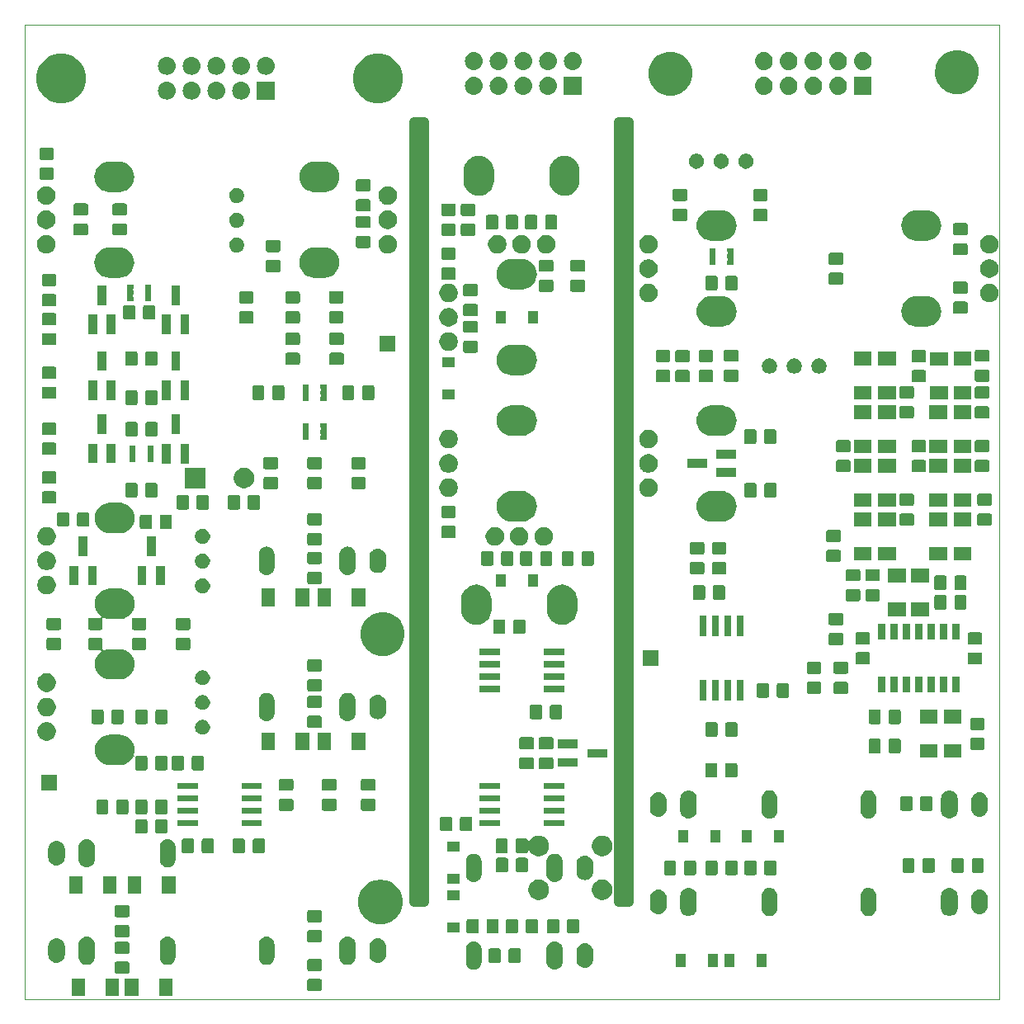
<source format=gbr>
%TF.GenerationSoftware,KiCad,Pcbnew,(5.1.0)-1*%
%TF.CreationDate,2019-10-07T23:17:33+02:00*%
%TF.ProjectId,KicadJE_MoogVCF_1,4b696361-644a-4455-9f4d-6f6f67564346,rev?*%
%TF.SameCoordinates,Original*%
%TF.FileFunction,Soldermask,Bot*%
%TF.FilePolarity,Negative*%
%FSLAX46Y46*%
G04 Gerber Fmt 4.6, Leading zero omitted, Abs format (unit mm)*
G04 Created by KiCad (PCBNEW (5.1.0)-1) date 2019-10-07 23:17:33*
%MOMM*%
%LPD*%
G04 APERTURE LIST*
%ADD10C,1.000000*%
%ADD11C,0.050000*%
%ADD12C,0.150000*%
G04 APERTURE END LIST*
D10*
X111000000Y-60000000D02*
X111000000Y-140000000D01*
X112000000Y-60000000D02*
X112000000Y-140000000D01*
X111000000Y-140000000D02*
X112000000Y-140000000D01*
X111000000Y-60000000D02*
X112000000Y-60000000D01*
X90000000Y-60000000D02*
X91000000Y-60000000D01*
X90000000Y-140000000D02*
X91000000Y-140000000D01*
X91000000Y-60000000D02*
X91000000Y-140000000D01*
X90000000Y-60000000D02*
X90000000Y-140000000D01*
D11*
X50000000Y-150000000D02*
X50000000Y-50000000D01*
X150000000Y-150000000D02*
X50000000Y-150000000D01*
X150000000Y-50000000D02*
X150000000Y-150000000D01*
X50000000Y-50000000D02*
X150000000Y-50000000D01*
D12*
G36*
X60525000Y-78350000D02*
G01*
X61150000Y-78350000D01*
X61150000Y-77950000D01*
X60525000Y-77950000D01*
X60525000Y-78350000D01*
G37*
G36*
X60525000Y-77700000D02*
G01*
X61150000Y-77700000D01*
X61150000Y-77300000D01*
X60525000Y-77300000D01*
X60525000Y-77700000D01*
G37*
G36*
X60525000Y-77050000D02*
G01*
X61150000Y-77050000D01*
X61150000Y-76650000D01*
X60525000Y-76650000D01*
X60525000Y-77050000D01*
G37*
G36*
X62975000Y-76650000D02*
G01*
X62350000Y-76650000D01*
X62350000Y-77050000D01*
X62975000Y-77050000D01*
X62975000Y-76650000D01*
G37*
G36*
X62975000Y-77300000D02*
G01*
X62350000Y-77300000D01*
X62350000Y-77700000D01*
X62975000Y-77700000D01*
X62975000Y-77300000D01*
G37*
G36*
X62975000Y-77950000D02*
G01*
X62350000Y-77950000D01*
X62350000Y-78350000D01*
X62975000Y-78350000D01*
X62975000Y-77950000D01*
G37*
G36*
X60775000Y-93550000D02*
G01*
X61400000Y-93550000D01*
X61400000Y-93150000D01*
X60775000Y-93150000D01*
X60775000Y-93550000D01*
G37*
G36*
X60775000Y-94200000D02*
G01*
X61400000Y-94200000D01*
X61400000Y-93800000D01*
X60775000Y-93800000D01*
X60775000Y-94200000D01*
G37*
G36*
X60775000Y-94850000D02*
G01*
X61400000Y-94850000D01*
X61400000Y-94450000D01*
X60775000Y-94450000D01*
X60775000Y-94850000D01*
G37*
G36*
X63225000Y-94450000D02*
G01*
X62600000Y-94450000D01*
X62600000Y-94850000D01*
X63225000Y-94850000D01*
X63225000Y-94450000D01*
G37*
G36*
X63225000Y-93800000D02*
G01*
X62600000Y-93800000D01*
X62600000Y-94200000D01*
X63225000Y-94200000D01*
X63225000Y-93800000D01*
G37*
G36*
X63225000Y-93150000D02*
G01*
X62600000Y-93150000D01*
X62600000Y-93550000D01*
X63225000Y-93550000D01*
X63225000Y-93150000D01*
G37*
G36*
X80975000Y-86900000D02*
G01*
X80350000Y-86900000D01*
X80350000Y-87300000D01*
X80975000Y-87300000D01*
X80975000Y-86900000D01*
G37*
G36*
X80975000Y-87550000D02*
G01*
X80350000Y-87550000D01*
X80350000Y-87950000D01*
X80975000Y-87950000D01*
X80975000Y-87550000D01*
G37*
G36*
X80975000Y-88200000D02*
G01*
X80350000Y-88200000D01*
X80350000Y-88600000D01*
X80975000Y-88600000D01*
X80975000Y-88200000D01*
G37*
G36*
X78525000Y-88600000D02*
G01*
X79150000Y-88600000D01*
X79150000Y-88200000D01*
X78525000Y-88200000D01*
X78525000Y-88600000D01*
G37*
G36*
X78525000Y-87950000D02*
G01*
X79150000Y-87950000D01*
X79150000Y-87550000D01*
X78525000Y-87550000D01*
X78525000Y-87950000D01*
G37*
G36*
X78525000Y-87300000D02*
G01*
X79150000Y-87300000D01*
X79150000Y-86900000D01*
X78525000Y-86900000D01*
X78525000Y-87300000D01*
G37*
G36*
X78525000Y-91300000D02*
G01*
X79150000Y-91300000D01*
X79150000Y-90900000D01*
X78525000Y-90900000D01*
X78525000Y-91300000D01*
G37*
G36*
X78525000Y-91950000D02*
G01*
X79150000Y-91950000D01*
X79150000Y-91550000D01*
X78525000Y-91550000D01*
X78525000Y-91950000D01*
G37*
G36*
X78525000Y-92600000D02*
G01*
X79150000Y-92600000D01*
X79150000Y-92200000D01*
X78525000Y-92200000D01*
X78525000Y-92600000D01*
G37*
G36*
X80975000Y-92200000D02*
G01*
X80350000Y-92200000D01*
X80350000Y-92600000D01*
X80975000Y-92600000D01*
X80975000Y-92200000D01*
G37*
G36*
X80975000Y-91550000D02*
G01*
X80350000Y-91550000D01*
X80350000Y-91950000D01*
X80975000Y-91950000D01*
X80975000Y-91550000D01*
G37*
G36*
X80975000Y-90900000D02*
G01*
X80350000Y-90900000D01*
X80350000Y-91300000D01*
X80975000Y-91300000D01*
X80975000Y-90900000D01*
G37*
G36*
X122725000Y-72900000D02*
G01*
X122100000Y-72900000D01*
X122100000Y-73300000D01*
X122725000Y-73300000D01*
X122725000Y-72900000D01*
G37*
G36*
X122725000Y-73550000D02*
G01*
X122100000Y-73550000D01*
X122100000Y-73950000D01*
X122725000Y-73950000D01*
X122725000Y-73550000D01*
G37*
G36*
X122725000Y-74200000D02*
G01*
X122100000Y-74200000D01*
X122100000Y-74600000D01*
X122725000Y-74600000D01*
X122725000Y-74200000D01*
G37*
G36*
X120275000Y-74600000D02*
G01*
X120900000Y-74600000D01*
X120900000Y-74200000D01*
X120275000Y-74200000D01*
X120275000Y-74600000D01*
G37*
G36*
X120275000Y-73950000D02*
G01*
X120900000Y-73950000D01*
X120900000Y-73550000D01*
X120275000Y-73550000D01*
X120275000Y-73950000D01*
G37*
G36*
X120275000Y-73300000D02*
G01*
X120900000Y-73300000D01*
X120900000Y-72900000D01*
X120275000Y-72900000D01*
X120275000Y-73300000D01*
G37*
G36*
X65201000Y-149651000D02*
G01*
X63799000Y-149651000D01*
X63799000Y-147849000D01*
X65201000Y-147849000D01*
X65201000Y-149651000D01*
X65201000Y-149651000D01*
G37*
G36*
X61701000Y-149651000D02*
G01*
X60299000Y-149651000D01*
X60299000Y-147849000D01*
X61701000Y-147849000D01*
X61701000Y-149651000D01*
X61701000Y-149651000D01*
G37*
G36*
X59701000Y-149651000D02*
G01*
X58299000Y-149651000D01*
X58299000Y-147849000D01*
X59701000Y-147849000D01*
X59701000Y-149651000D01*
X59701000Y-149651000D01*
G37*
G36*
X56201000Y-149651000D02*
G01*
X54799000Y-149651000D01*
X54799000Y-147849000D01*
X56201000Y-147849000D01*
X56201000Y-149651000D01*
X56201000Y-149651000D01*
G37*
G36*
X80338674Y-147903465D02*
G01*
X80376367Y-147914899D01*
X80411103Y-147933466D01*
X80441548Y-147958452D01*
X80466534Y-147988897D01*
X80485101Y-148023633D01*
X80496535Y-148061326D01*
X80501000Y-148106661D01*
X80501000Y-148943339D01*
X80496535Y-148988674D01*
X80485101Y-149026367D01*
X80466534Y-149061103D01*
X80441548Y-149091548D01*
X80411103Y-149116534D01*
X80376367Y-149135101D01*
X80338674Y-149146535D01*
X80293339Y-149151000D01*
X79206661Y-149151000D01*
X79161326Y-149146535D01*
X79123633Y-149135101D01*
X79088897Y-149116534D01*
X79058452Y-149091548D01*
X79033466Y-149061103D01*
X79014899Y-149026367D01*
X79003465Y-148988674D01*
X78999000Y-148943339D01*
X78999000Y-148106661D01*
X79003465Y-148061326D01*
X79014899Y-148023633D01*
X79033466Y-147988897D01*
X79058452Y-147958452D01*
X79088897Y-147933466D01*
X79123633Y-147914899D01*
X79161326Y-147903465D01*
X79206661Y-147899000D01*
X80293339Y-147899000D01*
X80338674Y-147903465D01*
X80338674Y-147903465D01*
G37*
G36*
X60588674Y-146128465D02*
G01*
X60626367Y-146139899D01*
X60661103Y-146158466D01*
X60691548Y-146183452D01*
X60716534Y-146213897D01*
X60735101Y-146248633D01*
X60746535Y-146286326D01*
X60751000Y-146331661D01*
X60751000Y-147168339D01*
X60746535Y-147213674D01*
X60735101Y-147251367D01*
X60716534Y-147286103D01*
X60691548Y-147316548D01*
X60661103Y-147341534D01*
X60626367Y-147360101D01*
X60588674Y-147371535D01*
X60543339Y-147376000D01*
X59456661Y-147376000D01*
X59411326Y-147371535D01*
X59373633Y-147360101D01*
X59338897Y-147341534D01*
X59308452Y-147316548D01*
X59283466Y-147286103D01*
X59264899Y-147251367D01*
X59253465Y-147213674D01*
X59249000Y-147168339D01*
X59249000Y-146331661D01*
X59253465Y-146286326D01*
X59264899Y-146248633D01*
X59283466Y-146213897D01*
X59308452Y-146183452D01*
X59338897Y-146158466D01*
X59373633Y-146139899D01*
X59411326Y-146128465D01*
X59456661Y-146124000D01*
X60543339Y-146124000D01*
X60588674Y-146128465D01*
X60588674Y-146128465D01*
G37*
G36*
X80338674Y-145853465D02*
G01*
X80376367Y-145864899D01*
X80411103Y-145883466D01*
X80441548Y-145908452D01*
X80466534Y-145938897D01*
X80485101Y-145973633D01*
X80496535Y-146011326D01*
X80501000Y-146056661D01*
X80501000Y-146893339D01*
X80496535Y-146938674D01*
X80485101Y-146976367D01*
X80466534Y-147011103D01*
X80441548Y-147041548D01*
X80411103Y-147066534D01*
X80376367Y-147085101D01*
X80338674Y-147096535D01*
X80293339Y-147101000D01*
X79206661Y-147101000D01*
X79161326Y-147096535D01*
X79123633Y-147085101D01*
X79088897Y-147066534D01*
X79058452Y-147041548D01*
X79033466Y-147011103D01*
X79014899Y-146976367D01*
X79003465Y-146938674D01*
X78999000Y-146893339D01*
X78999000Y-146056661D01*
X79003465Y-146011326D01*
X79014899Y-145973633D01*
X79033466Y-145938897D01*
X79058452Y-145908452D01*
X79088897Y-145883466D01*
X79123633Y-145864899D01*
X79161326Y-145853465D01*
X79206661Y-145849000D01*
X80293339Y-145849000D01*
X80338674Y-145853465D01*
X80338674Y-145853465D01*
G37*
G36*
X104546822Y-144061313D02*
G01*
X104707241Y-144109976D01*
X104855077Y-144188995D01*
X104967024Y-144280868D01*
X104984659Y-144295341D01*
X105091004Y-144424922D01*
X105091005Y-144424924D01*
X105170024Y-144572758D01*
X105218687Y-144733177D01*
X105231000Y-144858196D01*
X105231000Y-146141804D01*
X105218687Y-146266823D01*
X105170024Y-146427242D01*
X105099114Y-146559906D01*
X105091004Y-146575078D01*
X104984659Y-146704659D01*
X104855078Y-146811004D01*
X104855076Y-146811005D01*
X104707242Y-146890024D01*
X104546823Y-146938687D01*
X104380000Y-146955117D01*
X104213178Y-146938687D01*
X104052759Y-146890024D01*
X103904925Y-146811005D01*
X103904923Y-146811004D01*
X103775342Y-146704659D01*
X103668997Y-146575078D01*
X103660887Y-146559906D01*
X103589977Y-146427242D01*
X103541314Y-146266823D01*
X103529001Y-146141804D01*
X103529000Y-144858197D01*
X103541313Y-144733178D01*
X103589976Y-144572759D01*
X103668995Y-144424923D01*
X103775341Y-144295341D01*
X103792978Y-144280867D01*
X103904922Y-144188996D01*
X103976008Y-144151000D01*
X104052758Y-144109976D01*
X104213177Y-144061313D01*
X104380000Y-144044883D01*
X104546822Y-144061313D01*
X104546822Y-144061313D01*
G37*
G36*
X96237022Y-144060590D02*
G01*
X96333641Y-144089899D01*
X96388012Y-144106392D01*
X96471467Y-144151000D01*
X96527164Y-144180771D01*
X96649133Y-144280867D01*
X96712598Y-144358200D01*
X96749229Y-144402835D01*
X96823608Y-144541987D01*
X96828525Y-144558196D01*
X96869410Y-144692977D01*
X96881000Y-144810655D01*
X96881000Y-146189345D01*
X96869410Y-146307023D01*
X96848766Y-146375076D01*
X96823608Y-146458013D01*
X96749229Y-146597165D01*
X96649133Y-146719133D01*
X96527165Y-146819229D01*
X96388013Y-146893608D01*
X96337682Y-146908875D01*
X96237023Y-146939410D01*
X96080000Y-146954875D01*
X95922978Y-146939410D01*
X95822319Y-146908875D01*
X95771988Y-146893608D01*
X95632836Y-146819229D01*
X95510868Y-146719133D01*
X95410772Y-146597165D01*
X95336393Y-146458013D01*
X95311235Y-146375076D01*
X95290591Y-146307023D01*
X95279001Y-146189345D01*
X95279000Y-144810656D01*
X95290590Y-144692978D01*
X95331475Y-144558197D01*
X95336392Y-144541988D01*
X95410771Y-144402836D01*
X95422130Y-144388995D01*
X95510867Y-144280867D01*
X95632835Y-144180771D01*
X95688532Y-144151000D01*
X95771987Y-144106392D01*
X95826358Y-144089899D01*
X95922977Y-144060590D01*
X96080000Y-144045125D01*
X96237022Y-144060590D01*
X96237022Y-144060590D01*
G37*
G36*
X107646822Y-144261313D02*
G01*
X107807241Y-144309976D01*
X107955077Y-144388995D01*
X108084659Y-144495341D01*
X108191004Y-144624922D01*
X108191005Y-144624924D01*
X108270024Y-144772758D01*
X108318687Y-144933177D01*
X108331000Y-145058196D01*
X108331000Y-145941803D01*
X108318687Y-146066822D01*
X108305284Y-146111005D01*
X108276875Y-146204659D01*
X108270024Y-146227242D01*
X108220856Y-146319229D01*
X108191004Y-146375078D01*
X108084659Y-146504659D01*
X107955078Y-146611004D01*
X107955076Y-146611005D01*
X107807242Y-146690024D01*
X107646823Y-146738687D01*
X107480000Y-146755117D01*
X107313178Y-146738687D01*
X107152759Y-146690024D01*
X107004925Y-146611005D01*
X107004923Y-146611004D01*
X106875342Y-146504659D01*
X106768997Y-146375078D01*
X106739145Y-146319229D01*
X106689977Y-146227242D01*
X106641314Y-146066823D01*
X106629000Y-145941803D01*
X106629000Y-145058197D01*
X106641313Y-144933178D01*
X106689976Y-144772759D01*
X106768995Y-144624923D01*
X106875341Y-144495341D01*
X107004922Y-144388996D01*
X107020094Y-144380886D01*
X107152758Y-144309976D01*
X107313177Y-144261313D01*
X107480000Y-144244883D01*
X107646822Y-144261313D01*
X107646822Y-144261313D01*
G37*
G36*
X126151000Y-146651000D02*
G01*
X125149000Y-146651000D01*
X125149000Y-145349000D01*
X126151000Y-145349000D01*
X126151000Y-146651000D01*
X126151000Y-146651000D01*
G37*
G36*
X122851000Y-146651000D02*
G01*
X121849000Y-146651000D01*
X121849000Y-145349000D01*
X122851000Y-145349000D01*
X122851000Y-146651000D01*
X122851000Y-146651000D01*
G37*
G36*
X117851000Y-146651000D02*
G01*
X116849000Y-146651000D01*
X116849000Y-145349000D01*
X117851000Y-145349000D01*
X117851000Y-146651000D01*
X117851000Y-146651000D01*
G37*
G36*
X121151000Y-146651000D02*
G01*
X120149000Y-146651000D01*
X120149000Y-145349000D01*
X121151000Y-145349000D01*
X121151000Y-146651000D01*
X121151000Y-146651000D01*
G37*
G36*
X56536823Y-143561313D02*
G01*
X56697242Y-143609976D01*
X56829690Y-143680771D01*
X56845078Y-143688996D01*
X56974659Y-143795341D01*
X57081004Y-143924922D01*
X57081005Y-143924924D01*
X57160024Y-144072758D01*
X57208687Y-144233177D01*
X57221000Y-144358196D01*
X57221000Y-145641804D01*
X57208687Y-145766823D01*
X57160024Y-145927242D01*
X57115080Y-146011326D01*
X57081004Y-146075078D01*
X57002051Y-146171282D01*
X56974659Y-146204659D01*
X56845077Y-146311005D01*
X56697241Y-146390024D01*
X56536822Y-146438687D01*
X56370000Y-146455117D01*
X56203177Y-146438687D01*
X56042758Y-146390024D01*
X55894924Y-146311005D01*
X55894922Y-146311004D01*
X55765341Y-146204659D01*
X55737949Y-146171282D01*
X55658995Y-146075077D01*
X55579976Y-145927241D01*
X55531313Y-145766822D01*
X55519000Y-145641803D01*
X55519001Y-144358196D01*
X55531314Y-144233177D01*
X55579977Y-144072758D01*
X55658996Y-143924924D01*
X55658997Y-143924922D01*
X55765342Y-143795341D01*
X55894923Y-143688996D01*
X55910311Y-143680771D01*
X56042759Y-143609976D01*
X56203178Y-143561313D01*
X56370000Y-143544883D01*
X56536823Y-143561313D01*
X56536823Y-143561313D01*
G37*
G36*
X83296822Y-143561313D02*
G01*
X83457241Y-143609976D01*
X83605077Y-143688995D01*
X83717024Y-143780868D01*
X83734659Y-143795341D01*
X83841004Y-143924922D01*
X83841005Y-143924924D01*
X83920024Y-144072758D01*
X83968687Y-144233177D01*
X83981000Y-144358196D01*
X83981000Y-145641804D01*
X83968687Y-145766823D01*
X83920024Y-145927242D01*
X83875080Y-146011326D01*
X83841004Y-146075078D01*
X83734659Y-146204659D01*
X83605078Y-146311004D01*
X83605076Y-146311005D01*
X83457242Y-146390024D01*
X83296823Y-146438687D01*
X83130000Y-146455117D01*
X82963178Y-146438687D01*
X82802759Y-146390024D01*
X82654925Y-146311005D01*
X82654923Y-146311004D01*
X82525342Y-146204659D01*
X82418997Y-146075078D01*
X82384921Y-146011326D01*
X82339977Y-145927242D01*
X82291314Y-145766823D01*
X82279001Y-145641804D01*
X82279000Y-144358197D01*
X82291313Y-144233178D01*
X82338245Y-144078465D01*
X82339975Y-144072762D01*
X82339976Y-144072759D01*
X82418995Y-143924923D01*
X82525341Y-143795341D01*
X82586824Y-143744883D01*
X82654922Y-143688996D01*
X82670310Y-143680771D01*
X82802758Y-143609976D01*
X82963177Y-143561313D01*
X83130000Y-143544883D01*
X83296822Y-143561313D01*
X83296822Y-143561313D01*
G37*
G36*
X74987022Y-143560590D02*
G01*
X75087681Y-143591125D01*
X75138012Y-143606392D01*
X75277164Y-143680771D01*
X75399133Y-143780867D01*
X75479526Y-143878827D01*
X75499229Y-143902835D01*
X75573608Y-144041987D01*
X75582494Y-144071282D01*
X75619410Y-144192977D01*
X75631000Y-144310655D01*
X75631000Y-145689345D01*
X75619410Y-145807023D01*
X75598766Y-145875076D01*
X75573608Y-145958013D01*
X75499229Y-146097165D01*
X75399133Y-146219133D01*
X75277165Y-146319229D01*
X75138013Y-146393608D01*
X75087682Y-146408875D01*
X74987023Y-146439410D01*
X74830000Y-146454875D01*
X74672978Y-146439410D01*
X74572319Y-146408875D01*
X74521988Y-146393608D01*
X74382836Y-146319229D01*
X74260868Y-146219133D01*
X74160772Y-146097165D01*
X74086393Y-145958013D01*
X74061235Y-145875076D01*
X74040591Y-145807023D01*
X74029001Y-145689345D01*
X74029000Y-144310656D01*
X74030732Y-144293075D01*
X74040590Y-144192980D01*
X74040590Y-144192978D01*
X74075327Y-144078465D01*
X74086392Y-144041988D01*
X74160771Y-143902836D01*
X74172130Y-143888995D01*
X74260867Y-143780867D01*
X74382835Y-143680771D01*
X74521987Y-143606392D01*
X74572318Y-143591125D01*
X74672977Y-143560590D01*
X74830000Y-143545125D01*
X74987022Y-143560590D01*
X74987022Y-143560590D01*
G37*
G36*
X64827023Y-143560590D02*
G01*
X64927682Y-143591125D01*
X64978013Y-143606392D01*
X65117165Y-143680771D01*
X65239133Y-143780867D01*
X65339229Y-143902835D01*
X65413608Y-144041987D01*
X65422494Y-144071282D01*
X65459410Y-144192977D01*
X65471000Y-144310655D01*
X65471000Y-145689345D01*
X65459410Y-145807023D01*
X65438766Y-145875076D01*
X65413608Y-145958013D01*
X65343768Y-146088674D01*
X65339229Y-146097165D01*
X65239133Y-146219133D01*
X65181019Y-146266825D01*
X65117164Y-146319229D01*
X64978012Y-146393608D01*
X64927681Y-146408875D01*
X64827022Y-146439410D01*
X64670000Y-146454875D01*
X64512977Y-146439410D01*
X64412318Y-146408875D01*
X64361987Y-146393608D01*
X64222835Y-146319229D01*
X64207962Y-146307023D01*
X64100867Y-146219133D01*
X64000771Y-146097164D01*
X63988965Y-146075076D01*
X63926392Y-145958012D01*
X63898147Y-145864899D01*
X63880590Y-145807022D01*
X63869000Y-145689344D01*
X63869001Y-144310655D01*
X63880591Y-144192977D01*
X63917507Y-144071282D01*
X63926393Y-144041987D01*
X64000772Y-143902835D01*
X64100868Y-143780867D01*
X64222836Y-143680771D01*
X64361988Y-143606392D01*
X64412319Y-143591125D01*
X64512978Y-143560590D01*
X64670000Y-143545125D01*
X64827023Y-143560590D01*
X64827023Y-143560590D01*
G37*
G36*
X53436823Y-143761313D02*
G01*
X53597242Y-143809976D01*
X53726053Y-143878827D01*
X53745078Y-143888996D01*
X53874659Y-143995341D01*
X53981004Y-144124922D01*
X53981005Y-144124924D01*
X54060024Y-144272758D01*
X54060024Y-144272759D01*
X54060025Y-144272761D01*
X54071314Y-144309975D01*
X54108687Y-144433178D01*
X54121000Y-144558197D01*
X54121000Y-145441804D01*
X54108687Y-145566823D01*
X54060024Y-145727242D01*
X54017380Y-145807023D01*
X53981004Y-145875078D01*
X53895859Y-145978827D01*
X53874659Y-146004659D01*
X53745077Y-146111005D01*
X53597241Y-146190024D01*
X53436822Y-146238687D01*
X53270000Y-146255117D01*
X53103177Y-146238687D01*
X52942758Y-146190024D01*
X52794924Y-146111005D01*
X52794922Y-146111004D01*
X52665341Y-146004659D01*
X52644141Y-145978827D01*
X52558995Y-145875077D01*
X52479976Y-145727241D01*
X52431313Y-145566822D01*
X52419000Y-145441803D01*
X52419000Y-144558197D01*
X52431314Y-144433177D01*
X52479977Y-144272758D01*
X52558996Y-144124924D01*
X52558997Y-144124922D01*
X52665342Y-143995341D01*
X52794923Y-143888996D01*
X52813948Y-143878827D01*
X52942759Y-143809976D01*
X53103178Y-143761313D01*
X53270000Y-143744883D01*
X53436823Y-143761313D01*
X53436823Y-143761313D01*
G37*
G36*
X86396822Y-143761313D02*
G01*
X86557241Y-143809976D01*
X86705077Y-143888995D01*
X86819601Y-143982983D01*
X86834659Y-143995341D01*
X86941004Y-144124922D01*
X86941005Y-144124924D01*
X87020024Y-144272758D01*
X87068687Y-144433177D01*
X87081000Y-144558196D01*
X87081000Y-145441803D01*
X87068687Y-145566822D01*
X87020024Y-145727242D01*
X86977380Y-145807023D01*
X86941004Y-145875078D01*
X86834659Y-146004659D01*
X86705078Y-146111004D01*
X86705076Y-146111005D01*
X86557242Y-146190024D01*
X86396823Y-146238687D01*
X86230000Y-146255117D01*
X86063178Y-146238687D01*
X85902759Y-146190024D01*
X85754925Y-146111005D01*
X85754923Y-146111004D01*
X85625342Y-146004659D01*
X85518997Y-145875078D01*
X85482621Y-145807023D01*
X85439977Y-145727242D01*
X85391314Y-145566823D01*
X85379000Y-145441803D01*
X85379000Y-144558197D01*
X85391313Y-144433178D01*
X85439976Y-144272759D01*
X85518995Y-144124923D01*
X85625341Y-143995341D01*
X85640399Y-143982983D01*
X85754922Y-143888996D01*
X85773947Y-143878827D01*
X85902758Y-143809976D01*
X86063177Y-143761313D01*
X86230000Y-143744883D01*
X86396822Y-143761313D01*
X86396822Y-143761313D01*
G37*
G36*
X100738674Y-144753465D02*
G01*
X100776367Y-144764899D01*
X100811103Y-144783466D01*
X100841548Y-144808452D01*
X100866534Y-144838897D01*
X100885101Y-144873633D01*
X100896535Y-144911326D01*
X100901000Y-144956661D01*
X100901000Y-146043339D01*
X100896535Y-146088674D01*
X100885101Y-146126367D01*
X100866534Y-146161103D01*
X100841548Y-146191548D01*
X100811103Y-146216534D01*
X100776367Y-146235101D01*
X100738674Y-146246535D01*
X100693339Y-146251000D01*
X99856661Y-146251000D01*
X99811326Y-146246535D01*
X99773633Y-146235101D01*
X99738897Y-146216534D01*
X99708452Y-146191548D01*
X99683466Y-146161103D01*
X99664899Y-146126367D01*
X99653465Y-146088674D01*
X99649000Y-146043339D01*
X99649000Y-144956661D01*
X99653465Y-144911326D01*
X99664899Y-144873633D01*
X99683466Y-144838897D01*
X99708452Y-144808452D01*
X99738897Y-144783466D01*
X99773633Y-144764899D01*
X99811326Y-144753465D01*
X99856661Y-144749000D01*
X100693339Y-144749000D01*
X100738674Y-144753465D01*
X100738674Y-144753465D01*
G37*
G36*
X98688674Y-144753465D02*
G01*
X98726367Y-144764899D01*
X98761103Y-144783466D01*
X98791548Y-144808452D01*
X98816534Y-144838897D01*
X98835101Y-144873633D01*
X98846535Y-144911326D01*
X98851000Y-144956661D01*
X98851000Y-146043339D01*
X98846535Y-146088674D01*
X98835101Y-146126367D01*
X98816534Y-146161103D01*
X98791548Y-146191548D01*
X98761103Y-146216534D01*
X98726367Y-146235101D01*
X98688674Y-146246535D01*
X98643339Y-146251000D01*
X97806661Y-146251000D01*
X97761326Y-146246535D01*
X97723633Y-146235101D01*
X97688897Y-146216534D01*
X97658452Y-146191548D01*
X97633466Y-146161103D01*
X97614899Y-146126367D01*
X97603465Y-146088674D01*
X97599000Y-146043339D01*
X97599000Y-144956661D01*
X97603465Y-144911326D01*
X97614899Y-144873633D01*
X97633466Y-144838897D01*
X97658452Y-144808452D01*
X97688897Y-144783466D01*
X97723633Y-144764899D01*
X97761326Y-144753465D01*
X97806661Y-144749000D01*
X98643339Y-144749000D01*
X98688674Y-144753465D01*
X98688674Y-144753465D01*
G37*
G36*
X60588674Y-144078465D02*
G01*
X60626367Y-144089899D01*
X60661103Y-144108466D01*
X60691548Y-144133452D01*
X60716534Y-144163897D01*
X60735101Y-144198633D01*
X60746535Y-144236326D01*
X60751000Y-144281661D01*
X60751000Y-145118339D01*
X60746535Y-145163674D01*
X60735101Y-145201367D01*
X60716534Y-145236103D01*
X60691548Y-145266548D01*
X60661103Y-145291534D01*
X60626367Y-145310101D01*
X60588674Y-145321535D01*
X60543339Y-145326000D01*
X59456661Y-145326000D01*
X59411326Y-145321535D01*
X59373633Y-145310101D01*
X59338897Y-145291534D01*
X59308452Y-145266548D01*
X59283466Y-145236103D01*
X59264899Y-145201367D01*
X59253465Y-145163674D01*
X59249000Y-145118339D01*
X59249000Y-144281661D01*
X59253465Y-144236326D01*
X59264899Y-144198633D01*
X59283466Y-144163897D01*
X59308452Y-144133452D01*
X59338897Y-144108466D01*
X59373633Y-144089899D01*
X59411326Y-144078465D01*
X59456661Y-144074000D01*
X60543339Y-144074000D01*
X60588674Y-144078465D01*
X60588674Y-144078465D01*
G37*
G36*
X80338674Y-142903465D02*
G01*
X80376367Y-142914899D01*
X80411103Y-142933466D01*
X80441548Y-142958452D01*
X80466534Y-142988897D01*
X80485101Y-143023633D01*
X80496535Y-143061326D01*
X80501000Y-143106661D01*
X80501000Y-143943339D01*
X80496535Y-143988674D01*
X80485101Y-144026367D01*
X80466534Y-144061103D01*
X80441548Y-144091548D01*
X80411103Y-144116534D01*
X80376367Y-144135101D01*
X80338674Y-144146535D01*
X80293339Y-144151000D01*
X79206661Y-144151000D01*
X79161326Y-144146535D01*
X79123633Y-144135101D01*
X79088897Y-144116534D01*
X79058452Y-144091548D01*
X79033466Y-144061103D01*
X79014899Y-144026367D01*
X79003465Y-143988674D01*
X78999000Y-143943339D01*
X78999000Y-143106661D01*
X79003465Y-143061326D01*
X79014899Y-143023633D01*
X79033466Y-142988897D01*
X79058452Y-142958452D01*
X79088897Y-142933466D01*
X79123633Y-142914899D01*
X79161326Y-142903465D01*
X79206661Y-142899000D01*
X80293339Y-142899000D01*
X80338674Y-142903465D01*
X80338674Y-142903465D01*
G37*
G36*
X60588674Y-142378465D02*
G01*
X60626367Y-142389899D01*
X60661103Y-142408466D01*
X60691548Y-142433452D01*
X60716534Y-142463897D01*
X60735101Y-142498633D01*
X60746535Y-142536326D01*
X60751000Y-142581661D01*
X60751000Y-143418339D01*
X60746535Y-143463674D01*
X60735101Y-143501367D01*
X60716534Y-143536103D01*
X60691548Y-143566548D01*
X60661103Y-143591534D01*
X60626367Y-143610101D01*
X60588674Y-143621535D01*
X60543339Y-143626000D01*
X59456661Y-143626000D01*
X59411326Y-143621535D01*
X59373633Y-143610101D01*
X59338897Y-143591534D01*
X59308452Y-143566548D01*
X59283466Y-143536103D01*
X59264899Y-143501367D01*
X59253465Y-143463674D01*
X59249000Y-143418339D01*
X59249000Y-142581661D01*
X59253465Y-142536326D01*
X59264899Y-142498633D01*
X59283466Y-142463897D01*
X59308452Y-142433452D01*
X59338897Y-142408466D01*
X59373633Y-142389899D01*
X59411326Y-142378465D01*
X59456661Y-142374000D01*
X60543339Y-142374000D01*
X60588674Y-142378465D01*
X60588674Y-142378465D01*
G37*
G36*
X106738674Y-141753465D02*
G01*
X106776367Y-141764899D01*
X106811103Y-141783466D01*
X106841548Y-141808452D01*
X106866534Y-141838897D01*
X106885101Y-141873633D01*
X106896535Y-141911326D01*
X106901000Y-141956661D01*
X106901000Y-143043339D01*
X106896535Y-143088674D01*
X106885101Y-143126367D01*
X106866534Y-143161103D01*
X106841548Y-143191548D01*
X106811103Y-143216534D01*
X106776367Y-143235101D01*
X106738674Y-143246535D01*
X106693339Y-143251000D01*
X105856661Y-143251000D01*
X105811326Y-143246535D01*
X105773633Y-143235101D01*
X105738897Y-143216534D01*
X105708452Y-143191548D01*
X105683466Y-143161103D01*
X105664899Y-143126367D01*
X105653465Y-143088674D01*
X105649000Y-143043339D01*
X105649000Y-141956661D01*
X105653465Y-141911326D01*
X105664899Y-141873633D01*
X105683466Y-141838897D01*
X105708452Y-141808452D01*
X105738897Y-141783466D01*
X105773633Y-141764899D01*
X105811326Y-141753465D01*
X105856661Y-141749000D01*
X106693339Y-141749000D01*
X106738674Y-141753465D01*
X106738674Y-141753465D01*
G37*
G36*
X98488674Y-141753465D02*
G01*
X98526367Y-141764899D01*
X98561103Y-141783466D01*
X98591548Y-141808452D01*
X98616534Y-141838897D01*
X98635101Y-141873633D01*
X98646535Y-141911326D01*
X98651000Y-141956661D01*
X98651000Y-143043339D01*
X98646535Y-143088674D01*
X98635101Y-143126367D01*
X98616534Y-143161103D01*
X98591548Y-143191548D01*
X98561103Y-143216534D01*
X98526367Y-143235101D01*
X98488674Y-143246535D01*
X98443339Y-143251000D01*
X97606661Y-143251000D01*
X97561326Y-143246535D01*
X97523633Y-143235101D01*
X97488897Y-143216534D01*
X97458452Y-143191548D01*
X97433466Y-143161103D01*
X97414899Y-143126367D01*
X97403465Y-143088674D01*
X97399000Y-143043339D01*
X97399000Y-141956661D01*
X97403465Y-141911326D01*
X97414899Y-141873633D01*
X97433466Y-141838897D01*
X97458452Y-141808452D01*
X97488897Y-141783466D01*
X97523633Y-141764899D01*
X97561326Y-141753465D01*
X97606661Y-141749000D01*
X98443339Y-141749000D01*
X98488674Y-141753465D01*
X98488674Y-141753465D01*
G37*
G36*
X102513674Y-141753465D02*
G01*
X102551367Y-141764899D01*
X102586103Y-141783466D01*
X102616548Y-141808452D01*
X102641534Y-141838897D01*
X102660101Y-141873633D01*
X102671535Y-141911326D01*
X102676000Y-141956661D01*
X102676000Y-143043339D01*
X102671535Y-143088674D01*
X102660101Y-143126367D01*
X102641534Y-143161103D01*
X102616548Y-143191548D01*
X102586103Y-143216534D01*
X102551367Y-143235101D01*
X102513674Y-143246535D01*
X102468339Y-143251000D01*
X101631661Y-143251000D01*
X101586326Y-143246535D01*
X101548633Y-143235101D01*
X101513897Y-143216534D01*
X101483452Y-143191548D01*
X101458466Y-143161103D01*
X101439899Y-143126367D01*
X101428465Y-143088674D01*
X101424000Y-143043339D01*
X101424000Y-141956661D01*
X101428465Y-141911326D01*
X101439899Y-141873633D01*
X101458466Y-141838897D01*
X101483452Y-141808452D01*
X101513897Y-141783466D01*
X101548633Y-141764899D01*
X101586326Y-141753465D01*
X101631661Y-141749000D01*
X102468339Y-141749000D01*
X102513674Y-141753465D01*
X102513674Y-141753465D01*
G37*
G36*
X104688674Y-141753465D02*
G01*
X104726367Y-141764899D01*
X104761103Y-141783466D01*
X104791548Y-141808452D01*
X104816534Y-141838897D01*
X104835101Y-141873633D01*
X104846535Y-141911326D01*
X104851000Y-141956661D01*
X104851000Y-143043339D01*
X104846535Y-143088674D01*
X104835101Y-143126367D01*
X104816534Y-143161103D01*
X104791548Y-143191548D01*
X104761103Y-143216534D01*
X104726367Y-143235101D01*
X104688674Y-143246535D01*
X104643339Y-143251000D01*
X103806661Y-143251000D01*
X103761326Y-143246535D01*
X103723633Y-143235101D01*
X103688897Y-143216534D01*
X103658452Y-143191548D01*
X103633466Y-143161103D01*
X103614899Y-143126367D01*
X103603465Y-143088674D01*
X103599000Y-143043339D01*
X103599000Y-141956661D01*
X103603465Y-141911326D01*
X103614899Y-141873633D01*
X103633466Y-141838897D01*
X103658452Y-141808452D01*
X103688897Y-141783466D01*
X103723633Y-141764899D01*
X103761326Y-141753465D01*
X103806661Y-141749000D01*
X104643339Y-141749000D01*
X104688674Y-141753465D01*
X104688674Y-141753465D01*
G37*
G36*
X96438674Y-141753465D02*
G01*
X96476367Y-141764899D01*
X96511103Y-141783466D01*
X96541548Y-141808452D01*
X96566534Y-141838897D01*
X96585101Y-141873633D01*
X96596535Y-141911326D01*
X96601000Y-141956661D01*
X96601000Y-143043339D01*
X96596535Y-143088674D01*
X96585101Y-143126367D01*
X96566534Y-143161103D01*
X96541548Y-143191548D01*
X96511103Y-143216534D01*
X96476367Y-143235101D01*
X96438674Y-143246535D01*
X96393339Y-143251000D01*
X95556661Y-143251000D01*
X95511326Y-143246535D01*
X95473633Y-143235101D01*
X95438897Y-143216534D01*
X95408452Y-143191548D01*
X95383466Y-143161103D01*
X95364899Y-143126367D01*
X95353465Y-143088674D01*
X95349000Y-143043339D01*
X95349000Y-141956661D01*
X95353465Y-141911326D01*
X95364899Y-141873633D01*
X95383466Y-141838897D01*
X95408452Y-141808452D01*
X95438897Y-141783466D01*
X95473633Y-141764899D01*
X95511326Y-141753465D01*
X95556661Y-141749000D01*
X96393339Y-141749000D01*
X96438674Y-141753465D01*
X96438674Y-141753465D01*
G37*
G36*
X100463674Y-141753465D02*
G01*
X100501367Y-141764899D01*
X100536103Y-141783466D01*
X100566548Y-141808452D01*
X100591534Y-141838897D01*
X100610101Y-141873633D01*
X100621535Y-141911326D01*
X100626000Y-141956661D01*
X100626000Y-143043339D01*
X100621535Y-143088674D01*
X100610101Y-143126367D01*
X100591534Y-143161103D01*
X100566548Y-143191548D01*
X100536103Y-143216534D01*
X100501367Y-143235101D01*
X100463674Y-143246535D01*
X100418339Y-143251000D01*
X99581661Y-143251000D01*
X99536326Y-143246535D01*
X99498633Y-143235101D01*
X99463897Y-143216534D01*
X99433452Y-143191548D01*
X99408466Y-143161103D01*
X99389899Y-143126367D01*
X99378465Y-143088674D01*
X99374000Y-143043339D01*
X99374000Y-141956661D01*
X99378465Y-141911326D01*
X99389899Y-141873633D01*
X99408466Y-141838897D01*
X99433452Y-141808452D01*
X99463897Y-141783466D01*
X99498633Y-141764899D01*
X99536326Y-141753465D01*
X99581661Y-141749000D01*
X100418339Y-141749000D01*
X100463674Y-141753465D01*
X100463674Y-141753465D01*
G37*
G36*
X94651000Y-143151000D02*
G01*
X93349000Y-143151000D01*
X93349000Y-142149000D01*
X94651000Y-142149000D01*
X94651000Y-143151000D01*
X94651000Y-143151000D01*
G37*
G36*
X86752457Y-137755117D02*
G01*
X87156593Y-137835504D01*
X87566249Y-138005189D01*
X87934929Y-138251534D01*
X88248466Y-138565071D01*
X88494811Y-138933751D01*
X88664496Y-139343407D01*
X88751000Y-139778296D01*
X88751000Y-140221704D01*
X88664496Y-140656593D01*
X88494811Y-141066249D01*
X88248466Y-141434929D01*
X87934929Y-141748466D01*
X87566249Y-141994811D01*
X87156593Y-142164496D01*
X86775880Y-142240224D01*
X86721705Y-142251000D01*
X86278295Y-142251000D01*
X86224120Y-142240224D01*
X85843407Y-142164496D01*
X85433751Y-141994811D01*
X85065071Y-141748466D01*
X84751534Y-141434929D01*
X84505189Y-141066249D01*
X84335504Y-140656593D01*
X84249000Y-140221704D01*
X84249000Y-139778296D01*
X84335504Y-139343407D01*
X84505189Y-138933751D01*
X84751534Y-138565071D01*
X85065071Y-138251534D01*
X85433751Y-138005189D01*
X85843407Y-137835504D01*
X86247543Y-137755117D01*
X86278295Y-137749000D01*
X86721705Y-137749000D01*
X86752457Y-137755117D01*
X86752457Y-137755117D01*
G37*
G36*
X80338674Y-140853465D02*
G01*
X80376367Y-140864899D01*
X80411103Y-140883466D01*
X80441548Y-140908452D01*
X80466534Y-140938897D01*
X80485101Y-140973633D01*
X80496535Y-141011326D01*
X80501000Y-141056661D01*
X80501000Y-141893339D01*
X80496535Y-141938674D01*
X80485101Y-141976367D01*
X80466534Y-142011103D01*
X80441548Y-142041548D01*
X80411103Y-142066534D01*
X80376367Y-142085101D01*
X80338674Y-142096535D01*
X80293339Y-142101000D01*
X79206661Y-142101000D01*
X79161326Y-142096535D01*
X79123633Y-142085101D01*
X79088897Y-142066534D01*
X79058452Y-142041548D01*
X79033466Y-142011103D01*
X79014899Y-141976367D01*
X79003465Y-141938674D01*
X78999000Y-141893339D01*
X78999000Y-141056661D01*
X79003465Y-141011326D01*
X79014899Y-140973633D01*
X79033466Y-140938897D01*
X79058452Y-140908452D01*
X79088897Y-140883466D01*
X79123633Y-140864899D01*
X79161326Y-140853465D01*
X79206661Y-140849000D01*
X80293339Y-140849000D01*
X80338674Y-140853465D01*
X80338674Y-140853465D01*
G37*
G36*
X60588674Y-140328465D02*
G01*
X60626367Y-140339899D01*
X60661103Y-140358466D01*
X60691548Y-140383452D01*
X60716534Y-140413897D01*
X60735101Y-140448633D01*
X60746535Y-140486326D01*
X60751000Y-140531661D01*
X60751000Y-141368339D01*
X60746535Y-141413674D01*
X60735101Y-141451367D01*
X60716534Y-141486103D01*
X60691548Y-141516548D01*
X60661103Y-141541534D01*
X60626367Y-141560101D01*
X60588674Y-141571535D01*
X60543339Y-141576000D01*
X59456661Y-141576000D01*
X59411326Y-141571535D01*
X59373633Y-141560101D01*
X59338897Y-141541534D01*
X59308452Y-141516548D01*
X59283466Y-141486103D01*
X59264899Y-141451367D01*
X59253465Y-141413674D01*
X59249000Y-141368339D01*
X59249000Y-140531661D01*
X59253465Y-140486326D01*
X59264899Y-140448633D01*
X59283466Y-140413897D01*
X59308452Y-140383452D01*
X59338897Y-140358466D01*
X59373633Y-140339899D01*
X59411326Y-140328465D01*
X59456661Y-140324000D01*
X60543339Y-140324000D01*
X60588674Y-140328465D01*
X60588674Y-140328465D01*
G37*
G36*
X118286823Y-138561313D02*
G01*
X118447242Y-138609976D01*
X118515547Y-138646486D01*
X118595078Y-138688996D01*
X118724659Y-138795341D01*
X118831004Y-138924922D01*
X118831005Y-138924924D01*
X118910024Y-139072758D01*
X118958687Y-139233177D01*
X118971000Y-139358196D01*
X118971000Y-140641804D01*
X118958687Y-140766823D01*
X118910024Y-140927242D01*
X118865080Y-141011326D01*
X118831004Y-141075078D01*
X118788203Y-141127231D01*
X118724659Y-141204659D01*
X118595077Y-141311005D01*
X118447241Y-141390024D01*
X118286822Y-141438687D01*
X118120000Y-141455117D01*
X117953177Y-141438687D01*
X117792758Y-141390024D01*
X117644924Y-141311005D01*
X117644922Y-141311004D01*
X117515341Y-141204659D01*
X117503330Y-141190024D01*
X117408995Y-141075077D01*
X117329976Y-140927241D01*
X117281313Y-140766822D01*
X117269000Y-140641803D01*
X117269001Y-139358196D01*
X117281314Y-139233177D01*
X117329977Y-139072758D01*
X117408996Y-138924924D01*
X117408997Y-138924922D01*
X117515342Y-138795341D01*
X117644923Y-138688996D01*
X117724454Y-138646486D01*
X117792759Y-138609976D01*
X117953178Y-138561313D01*
X118120000Y-138544883D01*
X118286823Y-138561313D01*
X118286823Y-138561313D01*
G37*
G36*
X145046822Y-138561313D02*
G01*
X145207241Y-138609976D01*
X145355077Y-138688995D01*
X145467024Y-138780868D01*
X145484659Y-138795341D01*
X145591004Y-138924922D01*
X145591005Y-138924924D01*
X145670024Y-139072758D01*
X145718687Y-139233177D01*
X145731000Y-139358196D01*
X145731000Y-140641804D01*
X145718687Y-140766823D01*
X145670024Y-140927242D01*
X145625080Y-141011326D01*
X145591004Y-141075078D01*
X145484659Y-141204659D01*
X145355078Y-141311004D01*
X145355076Y-141311005D01*
X145207242Y-141390024D01*
X145046823Y-141438687D01*
X144880000Y-141455117D01*
X144713178Y-141438687D01*
X144552759Y-141390024D01*
X144404925Y-141311005D01*
X144404923Y-141311004D01*
X144275342Y-141204659D01*
X144168997Y-141075078D01*
X144134921Y-141011326D01*
X144089977Y-140927242D01*
X144041314Y-140766823D01*
X144029001Y-140641804D01*
X144029000Y-139358197D01*
X144041313Y-139233178D01*
X144089976Y-139072759D01*
X144168995Y-138924923D01*
X144275341Y-138795341D01*
X144316804Y-138761313D01*
X144404922Y-138688996D01*
X144484453Y-138646486D01*
X144552758Y-138609976D01*
X144713177Y-138561313D01*
X144880000Y-138544883D01*
X145046822Y-138561313D01*
X145046822Y-138561313D01*
G37*
G36*
X136737022Y-138560590D02*
G01*
X136837681Y-138591125D01*
X136888012Y-138606392D01*
X136991068Y-138661477D01*
X137027164Y-138680771D01*
X137149133Y-138780867D01*
X137237871Y-138888995D01*
X137249229Y-138902835D01*
X137323608Y-139041987D01*
X137328030Y-139056564D01*
X137369410Y-139192977D01*
X137381000Y-139310655D01*
X137381000Y-140689345D01*
X137369410Y-140807023D01*
X137348766Y-140875076D01*
X137323608Y-140958013D01*
X137249229Y-141097165D01*
X137149133Y-141219133D01*
X137027165Y-141319229D01*
X136888013Y-141393608D01*
X136840624Y-141407983D01*
X136737023Y-141439410D01*
X136580000Y-141454875D01*
X136422978Y-141439410D01*
X136319377Y-141407983D01*
X136271988Y-141393608D01*
X136132836Y-141319229D01*
X136010868Y-141219133D01*
X135910772Y-141097165D01*
X135836393Y-140958013D01*
X135811235Y-140875076D01*
X135790591Y-140807023D01*
X135779001Y-140689345D01*
X135779000Y-139310656D01*
X135790590Y-139192978D01*
X135836392Y-139041989D01*
X135836392Y-139041988D01*
X135910771Y-138902836D01*
X135935446Y-138872769D01*
X136010867Y-138780867D01*
X136132835Y-138680771D01*
X136168931Y-138661477D01*
X136271987Y-138606392D01*
X136322318Y-138591125D01*
X136422977Y-138560590D01*
X136580000Y-138545125D01*
X136737022Y-138560590D01*
X136737022Y-138560590D01*
G37*
G36*
X126577023Y-138560590D02*
G01*
X126677682Y-138591125D01*
X126728013Y-138606392D01*
X126867165Y-138680771D01*
X126989133Y-138780867D01*
X127089229Y-138902835D01*
X127163608Y-139041987D01*
X127168030Y-139056564D01*
X127209410Y-139192977D01*
X127221000Y-139310655D01*
X127221000Y-140689345D01*
X127209410Y-140807023D01*
X127188766Y-140875076D01*
X127163608Y-140958013D01*
X127153576Y-140976781D01*
X127089229Y-141097165D01*
X126989133Y-141219133D01*
X126877186Y-141311004D01*
X126867164Y-141319229D01*
X126728012Y-141393608D01*
X126680623Y-141407983D01*
X126577022Y-141439410D01*
X126420000Y-141454875D01*
X126262977Y-141439410D01*
X126159376Y-141407983D01*
X126111987Y-141393608D01*
X125972835Y-141319229D01*
X125929534Y-141283693D01*
X125850867Y-141219133D01*
X125750771Y-141097164D01*
X125738965Y-141075076D01*
X125676392Y-140958012D01*
X125648147Y-140864899D01*
X125630590Y-140807022D01*
X125619000Y-140689344D01*
X125619001Y-139310655D01*
X125630591Y-139192977D01*
X125671971Y-139056564D01*
X125676393Y-139041987D01*
X125750772Y-138902835D01*
X125850868Y-138780867D01*
X125972836Y-138680771D01*
X126111988Y-138606392D01*
X126162319Y-138591125D01*
X126262978Y-138560590D01*
X126420000Y-138545125D01*
X126577023Y-138560590D01*
X126577023Y-138560590D01*
G37*
G36*
X148146822Y-138761313D02*
G01*
X148307241Y-138809976D01*
X148455077Y-138888995D01*
X148584659Y-138995341D01*
X148691004Y-139124922D01*
X148691005Y-139124924D01*
X148770024Y-139272758D01*
X148818687Y-139433177D01*
X148831000Y-139558196D01*
X148831000Y-140441803D01*
X148818687Y-140566822D01*
X148770024Y-140727242D01*
X148727380Y-140807023D01*
X148691004Y-140875078D01*
X148584659Y-141004659D01*
X148455078Y-141111004D01*
X148455076Y-141111005D01*
X148307242Y-141190024D01*
X148146823Y-141238687D01*
X147980000Y-141255117D01*
X147813178Y-141238687D01*
X147652759Y-141190024D01*
X147504925Y-141111005D01*
X147504923Y-141111004D01*
X147375342Y-141004659D01*
X147268997Y-140875078D01*
X147232621Y-140807023D01*
X147189977Y-140727242D01*
X147141314Y-140566823D01*
X147129000Y-140441803D01*
X147129000Y-139558197D01*
X147141313Y-139433178D01*
X147189976Y-139272759D01*
X147268995Y-139124923D01*
X147375341Y-138995341D01*
X147504922Y-138888996D01*
X147535281Y-138872769D01*
X147652758Y-138809976D01*
X147813177Y-138761313D01*
X147980000Y-138744883D01*
X148146822Y-138761313D01*
X148146822Y-138761313D01*
G37*
G36*
X115186823Y-138761313D02*
G01*
X115347242Y-138809976D01*
X115464719Y-138872769D01*
X115495078Y-138888996D01*
X115624659Y-138995341D01*
X115731004Y-139124922D01*
X115731005Y-139124924D01*
X115810024Y-139272758D01*
X115858687Y-139433178D01*
X115871000Y-139558197D01*
X115871000Y-140441804D01*
X115858687Y-140566823D01*
X115810024Y-140727242D01*
X115767380Y-140807023D01*
X115731004Y-140875078D01*
X115647538Y-140976781D01*
X115624659Y-141004659D01*
X115495077Y-141111005D01*
X115347241Y-141190024D01*
X115186822Y-141238687D01*
X115020000Y-141255117D01*
X114853177Y-141238687D01*
X114692758Y-141190024D01*
X114544924Y-141111005D01*
X114544922Y-141111004D01*
X114415341Y-141004659D01*
X114392462Y-140976781D01*
X114308995Y-140875077D01*
X114229976Y-140727241D01*
X114181313Y-140566822D01*
X114169000Y-140441803D01*
X114169000Y-139558197D01*
X114181314Y-139433177D01*
X114229977Y-139272758D01*
X114308996Y-139124924D01*
X114308997Y-139124922D01*
X114415342Y-138995341D01*
X114544923Y-138888996D01*
X114575282Y-138872769D01*
X114692759Y-138809976D01*
X114853178Y-138761313D01*
X115020000Y-138744883D01*
X115186823Y-138761313D01*
X115186823Y-138761313D01*
G37*
G36*
X94651000Y-139851000D02*
G01*
X93349000Y-139851000D01*
X93349000Y-138849000D01*
X94651000Y-138849000D01*
X94651000Y-139851000D01*
X94651000Y-139851000D01*
G37*
G36*
X103056564Y-137739389D02*
G01*
X103247833Y-137818615D01*
X103247835Y-137818616D01*
X103354706Y-137890025D01*
X103419973Y-137933635D01*
X103566365Y-138080027D01*
X103681385Y-138252167D01*
X103760611Y-138443436D01*
X103801000Y-138646484D01*
X103801000Y-138853516D01*
X103760611Y-139056564D01*
X103687455Y-139233178D01*
X103681384Y-139247835D01*
X103566365Y-139419973D01*
X103419973Y-139566365D01*
X103247835Y-139681384D01*
X103247834Y-139681385D01*
X103247833Y-139681385D01*
X103056564Y-139760611D01*
X102853516Y-139801000D01*
X102646484Y-139801000D01*
X102443436Y-139760611D01*
X102252167Y-139681385D01*
X102252166Y-139681385D01*
X102252165Y-139681384D01*
X102080027Y-139566365D01*
X101933635Y-139419973D01*
X101818616Y-139247835D01*
X101812545Y-139233178D01*
X101739389Y-139056564D01*
X101699000Y-138853516D01*
X101699000Y-138646484D01*
X101739389Y-138443436D01*
X101818615Y-138252167D01*
X101933635Y-138080027D01*
X102080027Y-137933635D01*
X102145294Y-137890025D01*
X102252165Y-137818616D01*
X102252167Y-137818615D01*
X102443436Y-137739389D01*
X102646484Y-137699000D01*
X102853516Y-137699000D01*
X103056564Y-137739389D01*
X103056564Y-137739389D01*
G37*
G36*
X109556564Y-137739389D02*
G01*
X109747833Y-137818615D01*
X109747835Y-137818616D01*
X109854706Y-137890025D01*
X109919973Y-137933635D01*
X110066365Y-138080027D01*
X110181385Y-138252167D01*
X110260611Y-138443436D01*
X110301000Y-138646484D01*
X110301000Y-138853516D01*
X110260611Y-139056564D01*
X110187455Y-139233178D01*
X110181384Y-139247835D01*
X110066365Y-139419973D01*
X109919973Y-139566365D01*
X109747835Y-139681384D01*
X109747834Y-139681385D01*
X109747833Y-139681385D01*
X109556564Y-139760611D01*
X109353516Y-139801000D01*
X109146484Y-139801000D01*
X108943436Y-139760611D01*
X108752167Y-139681385D01*
X108752166Y-139681385D01*
X108752165Y-139681384D01*
X108580027Y-139566365D01*
X108433635Y-139419973D01*
X108318616Y-139247835D01*
X108312545Y-139233178D01*
X108239389Y-139056564D01*
X108199000Y-138853516D01*
X108199000Y-138646484D01*
X108239389Y-138443436D01*
X108318615Y-138252167D01*
X108433635Y-138080027D01*
X108580027Y-137933635D01*
X108645294Y-137890025D01*
X108752165Y-137818616D01*
X108752167Y-137818615D01*
X108943436Y-137739389D01*
X109146484Y-137699000D01*
X109353516Y-137699000D01*
X109556564Y-137739389D01*
X109556564Y-137739389D01*
G37*
G36*
X55951000Y-139175999D02*
G01*
X54549000Y-139175999D01*
X54549000Y-137373999D01*
X55951000Y-137373999D01*
X55951000Y-139175999D01*
X55951000Y-139175999D01*
G37*
G36*
X61976001Y-139175999D02*
G01*
X60574001Y-139175999D01*
X60574001Y-137373999D01*
X61976001Y-137373999D01*
X61976001Y-139175999D01*
X61976001Y-139175999D01*
G37*
G36*
X65476001Y-139175999D02*
G01*
X64074001Y-139175999D01*
X64074001Y-137373999D01*
X65476001Y-137373999D01*
X65476001Y-139175999D01*
X65476001Y-139175999D01*
G37*
G36*
X59451000Y-139175999D02*
G01*
X58049000Y-139175999D01*
X58049000Y-137373999D01*
X59451000Y-137373999D01*
X59451000Y-139175999D01*
X59451000Y-139175999D01*
G37*
G36*
X94651000Y-138151000D02*
G01*
X93349000Y-138151000D01*
X93349000Y-137149000D01*
X94651000Y-137149000D01*
X94651000Y-138151000D01*
X94651000Y-138151000D01*
G37*
G36*
X104546822Y-135061313D02*
G01*
X104707241Y-135109976D01*
X104855077Y-135188995D01*
X104967024Y-135280868D01*
X104984659Y-135295341D01*
X105091004Y-135424922D01*
X105091005Y-135424924D01*
X105170024Y-135572758D01*
X105218687Y-135733177D01*
X105231000Y-135858196D01*
X105231000Y-137141804D01*
X105218687Y-137266823D01*
X105170024Y-137427242D01*
X105099114Y-137559906D01*
X105091004Y-137575078D01*
X104984659Y-137704659D01*
X104855078Y-137811004D01*
X104855076Y-137811005D01*
X104707242Y-137890024D01*
X104546823Y-137938687D01*
X104380000Y-137955117D01*
X104213178Y-137938687D01*
X104052759Y-137890024D01*
X103904925Y-137811005D01*
X103904923Y-137811004D01*
X103775342Y-137704659D01*
X103668997Y-137575078D01*
X103660887Y-137559906D01*
X103589977Y-137427242D01*
X103541314Y-137266823D01*
X103529001Y-137141804D01*
X103529000Y-135858197D01*
X103541313Y-135733178D01*
X103585161Y-135588632D01*
X103589975Y-135572762D01*
X103589976Y-135572759D01*
X103668995Y-135424923D01*
X103775341Y-135295341D01*
X103816804Y-135261313D01*
X103904922Y-135188996D01*
X103920310Y-135180771D01*
X104052758Y-135109976D01*
X104213177Y-135061313D01*
X104380000Y-135044883D01*
X104546822Y-135061313D01*
X104546822Y-135061313D01*
G37*
G36*
X96237022Y-135060590D02*
G01*
X96337681Y-135091125D01*
X96388012Y-135106392D01*
X96527164Y-135180771D01*
X96649133Y-135280867D01*
X96737871Y-135388995D01*
X96749229Y-135402835D01*
X96823608Y-135541987D01*
X96831141Y-135566822D01*
X96869410Y-135692977D01*
X96881000Y-135810655D01*
X96881000Y-137189345D01*
X96869410Y-137307023D01*
X96849093Y-137373999D01*
X96823608Y-137458013D01*
X96749229Y-137597165D01*
X96649133Y-137719133D01*
X96527165Y-137819229D01*
X96388013Y-137893608D01*
X96337682Y-137908875D01*
X96237023Y-137939410D01*
X96080000Y-137954875D01*
X95922978Y-137939410D01*
X95822319Y-137908875D01*
X95771988Y-137893608D01*
X95632836Y-137819229D01*
X95510868Y-137719133D01*
X95410772Y-137597165D01*
X95336393Y-137458013D01*
X95310908Y-137373999D01*
X95290591Y-137307023D01*
X95279001Y-137189345D01*
X95279000Y-135810656D01*
X95290590Y-135692978D01*
X95336392Y-135541989D01*
X95336392Y-135541988D01*
X95410771Y-135402836D01*
X95422130Y-135388995D01*
X95510867Y-135280867D01*
X95632835Y-135180771D01*
X95771987Y-135106392D01*
X95822318Y-135091125D01*
X95922977Y-135060590D01*
X96080000Y-135045125D01*
X96237022Y-135060590D01*
X96237022Y-135060590D01*
G37*
G36*
X107646822Y-135261313D02*
G01*
X107807241Y-135309976D01*
X107955077Y-135388995D01*
X108065842Y-135479898D01*
X108084659Y-135495341D01*
X108191004Y-135624922D01*
X108191005Y-135624924D01*
X108270024Y-135772758D01*
X108318687Y-135933177D01*
X108331000Y-136058196D01*
X108331000Y-136941803D01*
X108318687Y-137066822D01*
X108270024Y-137227242D01*
X108257325Y-137251000D01*
X108191004Y-137375078D01*
X108084659Y-137504659D01*
X107955078Y-137611004D01*
X107955076Y-137611005D01*
X107807242Y-137690024D01*
X107646823Y-137738687D01*
X107480000Y-137755117D01*
X107313178Y-137738687D01*
X107152759Y-137690024D01*
X107004925Y-137611005D01*
X107004923Y-137611004D01*
X106875342Y-137504659D01*
X106768997Y-137375078D01*
X106702676Y-137251000D01*
X106689977Y-137227242D01*
X106641314Y-137066823D01*
X106629000Y-136941803D01*
X106629000Y-136058197D01*
X106641313Y-135933178D01*
X106689976Y-135772759D01*
X106768995Y-135624923D01*
X106875341Y-135495341D01*
X106894158Y-135479898D01*
X107004922Y-135388996D01*
X107020094Y-135380886D01*
X107152758Y-135309976D01*
X107313177Y-135261313D01*
X107480000Y-135244883D01*
X107646822Y-135261313D01*
X107646822Y-135261313D01*
G37*
G36*
X124938674Y-135753465D02*
G01*
X124976367Y-135764899D01*
X125011103Y-135783466D01*
X125041548Y-135808452D01*
X125066534Y-135838897D01*
X125085101Y-135873633D01*
X125096535Y-135911326D01*
X125101000Y-135956661D01*
X125101000Y-137043339D01*
X125096535Y-137088674D01*
X125085101Y-137126367D01*
X125066534Y-137161103D01*
X125041548Y-137191548D01*
X125011103Y-137216534D01*
X124976367Y-137235101D01*
X124938674Y-137246535D01*
X124893339Y-137251000D01*
X124056661Y-137251000D01*
X124011326Y-137246535D01*
X123973633Y-137235101D01*
X123938897Y-137216534D01*
X123908452Y-137191548D01*
X123883466Y-137161103D01*
X123864899Y-137126367D01*
X123853465Y-137088674D01*
X123849000Y-137043339D01*
X123849000Y-135956661D01*
X123853465Y-135911326D01*
X123864899Y-135873633D01*
X123883466Y-135838897D01*
X123908452Y-135808452D01*
X123938897Y-135783466D01*
X123973633Y-135764899D01*
X124011326Y-135753465D01*
X124056661Y-135749000D01*
X124893339Y-135749000D01*
X124938674Y-135753465D01*
X124938674Y-135753465D01*
G37*
G36*
X118738674Y-135753465D02*
G01*
X118776367Y-135764899D01*
X118811103Y-135783466D01*
X118841548Y-135808452D01*
X118866534Y-135838897D01*
X118885101Y-135873633D01*
X118896535Y-135911326D01*
X118901000Y-135956661D01*
X118901000Y-137043339D01*
X118896535Y-137088674D01*
X118885101Y-137126367D01*
X118866534Y-137161103D01*
X118841548Y-137191548D01*
X118811103Y-137216534D01*
X118776367Y-137235101D01*
X118738674Y-137246535D01*
X118693339Y-137251000D01*
X117856661Y-137251000D01*
X117811326Y-137246535D01*
X117773633Y-137235101D01*
X117738897Y-137216534D01*
X117708452Y-137191548D01*
X117683466Y-137161103D01*
X117664899Y-137126367D01*
X117653465Y-137088674D01*
X117649000Y-137043339D01*
X117649000Y-135956661D01*
X117653465Y-135911326D01*
X117664899Y-135873633D01*
X117683466Y-135838897D01*
X117708452Y-135808452D01*
X117738897Y-135783466D01*
X117773633Y-135764899D01*
X117811326Y-135753465D01*
X117856661Y-135749000D01*
X118693339Y-135749000D01*
X118738674Y-135753465D01*
X118738674Y-135753465D01*
G37*
G36*
X120938674Y-135753465D02*
G01*
X120976367Y-135764899D01*
X121011103Y-135783466D01*
X121041548Y-135808452D01*
X121066534Y-135838897D01*
X121085101Y-135873633D01*
X121096535Y-135911326D01*
X121101000Y-135956661D01*
X121101000Y-137043339D01*
X121096535Y-137088674D01*
X121085101Y-137126367D01*
X121066534Y-137161103D01*
X121041548Y-137191548D01*
X121011103Y-137216534D01*
X120976367Y-137235101D01*
X120938674Y-137246535D01*
X120893339Y-137251000D01*
X120056661Y-137251000D01*
X120011326Y-137246535D01*
X119973633Y-137235101D01*
X119938897Y-137216534D01*
X119908452Y-137191548D01*
X119883466Y-137161103D01*
X119864899Y-137126367D01*
X119853465Y-137088674D01*
X119849000Y-137043339D01*
X119849000Y-135956661D01*
X119853465Y-135911326D01*
X119864899Y-135873633D01*
X119883466Y-135838897D01*
X119908452Y-135808452D01*
X119938897Y-135783466D01*
X119973633Y-135764899D01*
X120011326Y-135753465D01*
X120056661Y-135749000D01*
X120893339Y-135749000D01*
X120938674Y-135753465D01*
X120938674Y-135753465D01*
G37*
G36*
X122988674Y-135753465D02*
G01*
X123026367Y-135764899D01*
X123061103Y-135783466D01*
X123091548Y-135808452D01*
X123116534Y-135838897D01*
X123135101Y-135873633D01*
X123146535Y-135911326D01*
X123151000Y-135956661D01*
X123151000Y-137043339D01*
X123146535Y-137088674D01*
X123135101Y-137126367D01*
X123116534Y-137161103D01*
X123091548Y-137191548D01*
X123061103Y-137216534D01*
X123026367Y-137235101D01*
X122988674Y-137246535D01*
X122943339Y-137251000D01*
X122106661Y-137251000D01*
X122061326Y-137246535D01*
X122023633Y-137235101D01*
X121988897Y-137216534D01*
X121958452Y-137191548D01*
X121933466Y-137161103D01*
X121914899Y-137126367D01*
X121903465Y-137088674D01*
X121899000Y-137043339D01*
X121899000Y-135956661D01*
X121903465Y-135911326D01*
X121914899Y-135873633D01*
X121933466Y-135838897D01*
X121958452Y-135808452D01*
X121988897Y-135783466D01*
X122023633Y-135764899D01*
X122061326Y-135753465D01*
X122106661Y-135749000D01*
X122943339Y-135749000D01*
X122988674Y-135753465D01*
X122988674Y-135753465D01*
G37*
G36*
X126988674Y-135753465D02*
G01*
X127026367Y-135764899D01*
X127061103Y-135783466D01*
X127091548Y-135808452D01*
X127116534Y-135838897D01*
X127135101Y-135873633D01*
X127146535Y-135911326D01*
X127151000Y-135956661D01*
X127151000Y-137043339D01*
X127146535Y-137088674D01*
X127135101Y-137126367D01*
X127116534Y-137161103D01*
X127091548Y-137191548D01*
X127061103Y-137216534D01*
X127026367Y-137235101D01*
X126988674Y-137246535D01*
X126943339Y-137251000D01*
X126106661Y-137251000D01*
X126061326Y-137246535D01*
X126023633Y-137235101D01*
X125988897Y-137216534D01*
X125958452Y-137191548D01*
X125933466Y-137161103D01*
X125914899Y-137126367D01*
X125903465Y-137088674D01*
X125899000Y-137043339D01*
X125899000Y-135956661D01*
X125903465Y-135911326D01*
X125914899Y-135873633D01*
X125933466Y-135838897D01*
X125958452Y-135808452D01*
X125988897Y-135783466D01*
X126023633Y-135764899D01*
X126061326Y-135753465D01*
X126106661Y-135749000D01*
X126943339Y-135749000D01*
X126988674Y-135753465D01*
X126988674Y-135753465D01*
G37*
G36*
X116688674Y-135753465D02*
G01*
X116726367Y-135764899D01*
X116761103Y-135783466D01*
X116791548Y-135808452D01*
X116816534Y-135838897D01*
X116835101Y-135873633D01*
X116846535Y-135911326D01*
X116851000Y-135956661D01*
X116851000Y-137043339D01*
X116846535Y-137088674D01*
X116835101Y-137126367D01*
X116816534Y-137161103D01*
X116791548Y-137191548D01*
X116761103Y-137216534D01*
X116726367Y-137235101D01*
X116688674Y-137246535D01*
X116643339Y-137251000D01*
X115806661Y-137251000D01*
X115761326Y-137246535D01*
X115723633Y-137235101D01*
X115688897Y-137216534D01*
X115658452Y-137191548D01*
X115633466Y-137161103D01*
X115614899Y-137126367D01*
X115603465Y-137088674D01*
X115599000Y-137043339D01*
X115599000Y-135956661D01*
X115603465Y-135911326D01*
X115614899Y-135873633D01*
X115633466Y-135838897D01*
X115658452Y-135808452D01*
X115688897Y-135783466D01*
X115723633Y-135764899D01*
X115761326Y-135753465D01*
X115806661Y-135749000D01*
X116643339Y-135749000D01*
X116688674Y-135753465D01*
X116688674Y-135753465D01*
G37*
G36*
X146213674Y-135503465D02*
G01*
X146251367Y-135514899D01*
X146286103Y-135533466D01*
X146316548Y-135558452D01*
X146341534Y-135588897D01*
X146360101Y-135623633D01*
X146371535Y-135661326D01*
X146376000Y-135706661D01*
X146376000Y-136793339D01*
X146371535Y-136838674D01*
X146360101Y-136876367D01*
X146341534Y-136911103D01*
X146316548Y-136941548D01*
X146286103Y-136966534D01*
X146251367Y-136985101D01*
X146213674Y-136996535D01*
X146168339Y-137001000D01*
X145331661Y-137001000D01*
X145286326Y-136996535D01*
X145248633Y-136985101D01*
X145213897Y-136966534D01*
X145183452Y-136941548D01*
X145158466Y-136911103D01*
X145139899Y-136876367D01*
X145128465Y-136838674D01*
X145124000Y-136793339D01*
X145124000Y-135706661D01*
X145128465Y-135661326D01*
X145139899Y-135623633D01*
X145158466Y-135588897D01*
X145183452Y-135558452D01*
X145213897Y-135533466D01*
X145248633Y-135514899D01*
X145286326Y-135503465D01*
X145331661Y-135499000D01*
X146168339Y-135499000D01*
X146213674Y-135503465D01*
X146213674Y-135503465D01*
G37*
G36*
X148263674Y-135503465D02*
G01*
X148301367Y-135514899D01*
X148336103Y-135533466D01*
X148366548Y-135558452D01*
X148391534Y-135588897D01*
X148410101Y-135623633D01*
X148421535Y-135661326D01*
X148426000Y-135706661D01*
X148426000Y-136793339D01*
X148421535Y-136838674D01*
X148410101Y-136876367D01*
X148391534Y-136911103D01*
X148366548Y-136941548D01*
X148336103Y-136966534D01*
X148301367Y-136985101D01*
X148263674Y-136996535D01*
X148218339Y-137001000D01*
X147381661Y-137001000D01*
X147336326Y-136996535D01*
X147298633Y-136985101D01*
X147263897Y-136966534D01*
X147233452Y-136941548D01*
X147208466Y-136911103D01*
X147189899Y-136876367D01*
X147178465Y-136838674D01*
X147174000Y-136793339D01*
X147174000Y-135706661D01*
X147178465Y-135661326D01*
X147189899Y-135623633D01*
X147208466Y-135588897D01*
X147233452Y-135558452D01*
X147263897Y-135533466D01*
X147298633Y-135514899D01*
X147336326Y-135503465D01*
X147381661Y-135499000D01*
X148218339Y-135499000D01*
X148263674Y-135503465D01*
X148263674Y-135503465D01*
G37*
G36*
X143213674Y-135503465D02*
G01*
X143251367Y-135514899D01*
X143286103Y-135533466D01*
X143316548Y-135558452D01*
X143341534Y-135588897D01*
X143360101Y-135623633D01*
X143371535Y-135661326D01*
X143376000Y-135706661D01*
X143376000Y-136793339D01*
X143371535Y-136838674D01*
X143360101Y-136876367D01*
X143341534Y-136911103D01*
X143316548Y-136941548D01*
X143286103Y-136966534D01*
X143251367Y-136985101D01*
X143213674Y-136996535D01*
X143168339Y-137001000D01*
X142331661Y-137001000D01*
X142286326Y-136996535D01*
X142248633Y-136985101D01*
X142213897Y-136966534D01*
X142183452Y-136941548D01*
X142158466Y-136911103D01*
X142139899Y-136876367D01*
X142128465Y-136838674D01*
X142124000Y-136793339D01*
X142124000Y-135706661D01*
X142128465Y-135661326D01*
X142139899Y-135623633D01*
X142158466Y-135588897D01*
X142183452Y-135558452D01*
X142213897Y-135533466D01*
X142248633Y-135514899D01*
X142286326Y-135503465D01*
X142331661Y-135499000D01*
X143168339Y-135499000D01*
X143213674Y-135503465D01*
X143213674Y-135503465D01*
G37*
G36*
X141163674Y-135503465D02*
G01*
X141201367Y-135514899D01*
X141236103Y-135533466D01*
X141266548Y-135558452D01*
X141291534Y-135588897D01*
X141310101Y-135623633D01*
X141321535Y-135661326D01*
X141326000Y-135706661D01*
X141326000Y-136793339D01*
X141321535Y-136838674D01*
X141310101Y-136876367D01*
X141291534Y-136911103D01*
X141266548Y-136941548D01*
X141236103Y-136966534D01*
X141201367Y-136985101D01*
X141163674Y-136996535D01*
X141118339Y-137001000D01*
X140281661Y-137001000D01*
X140236326Y-136996535D01*
X140198633Y-136985101D01*
X140163897Y-136966534D01*
X140133452Y-136941548D01*
X140108466Y-136911103D01*
X140089899Y-136876367D01*
X140078465Y-136838674D01*
X140074000Y-136793339D01*
X140074000Y-135706661D01*
X140078465Y-135661326D01*
X140089899Y-135623633D01*
X140108466Y-135588897D01*
X140133452Y-135558452D01*
X140163897Y-135533466D01*
X140198633Y-135514899D01*
X140236326Y-135503465D01*
X140281661Y-135499000D01*
X141118339Y-135499000D01*
X141163674Y-135503465D01*
X141163674Y-135503465D01*
G37*
G36*
X99438674Y-135468464D02*
G01*
X99476367Y-135479898D01*
X99511103Y-135498465D01*
X99541548Y-135523451D01*
X99566534Y-135553896D01*
X99585101Y-135588632D01*
X99596535Y-135626325D01*
X99601000Y-135671660D01*
X99601000Y-136758338D01*
X99596535Y-136803673D01*
X99585101Y-136841366D01*
X99566534Y-136876102D01*
X99541548Y-136906547D01*
X99511103Y-136931533D01*
X99476367Y-136950100D01*
X99438674Y-136961534D01*
X99393339Y-136965999D01*
X98556661Y-136965999D01*
X98511326Y-136961534D01*
X98473633Y-136950100D01*
X98438897Y-136931533D01*
X98408452Y-136906547D01*
X98383466Y-136876102D01*
X98364899Y-136841366D01*
X98353465Y-136803673D01*
X98349000Y-136758338D01*
X98349000Y-135671660D01*
X98353465Y-135626325D01*
X98364899Y-135588632D01*
X98383466Y-135553896D01*
X98408452Y-135523451D01*
X98438897Y-135498465D01*
X98473633Y-135479898D01*
X98511326Y-135468464D01*
X98556661Y-135463999D01*
X99393339Y-135463999D01*
X99438674Y-135468464D01*
X99438674Y-135468464D01*
G37*
G36*
X101488674Y-135468464D02*
G01*
X101526367Y-135479898D01*
X101561103Y-135498465D01*
X101591548Y-135523451D01*
X101616534Y-135553896D01*
X101635101Y-135588632D01*
X101646535Y-135626325D01*
X101651000Y-135671660D01*
X101651000Y-136758338D01*
X101646535Y-136803673D01*
X101635101Y-136841366D01*
X101616534Y-136876102D01*
X101591548Y-136906547D01*
X101561103Y-136931533D01*
X101526367Y-136950100D01*
X101488674Y-136961534D01*
X101443339Y-136965999D01*
X100606661Y-136965999D01*
X100561326Y-136961534D01*
X100523633Y-136950100D01*
X100488897Y-136931533D01*
X100458452Y-136906547D01*
X100433466Y-136876102D01*
X100414899Y-136841366D01*
X100403465Y-136803673D01*
X100399000Y-136758338D01*
X100399000Y-135671660D01*
X100403465Y-135626325D01*
X100414899Y-135588632D01*
X100433466Y-135553896D01*
X100458452Y-135523451D01*
X100488897Y-135498465D01*
X100523633Y-135479898D01*
X100561326Y-135468464D01*
X100606661Y-135463999D01*
X101443339Y-135463999D01*
X101488674Y-135468464D01*
X101488674Y-135468464D01*
G37*
G36*
X56536823Y-133561313D02*
G01*
X56697242Y-133609976D01*
X56715924Y-133619962D01*
X56845078Y-133688996D01*
X56974659Y-133795341D01*
X57081004Y-133924922D01*
X57081005Y-133924924D01*
X57160024Y-134072758D01*
X57208687Y-134233177D01*
X57221000Y-134358196D01*
X57221000Y-135641804D01*
X57208687Y-135766823D01*
X57160024Y-135927242D01*
X57109817Y-136021173D01*
X57081004Y-136075078D01*
X57051520Y-136111004D01*
X56974659Y-136204659D01*
X56845077Y-136311005D01*
X56697241Y-136390024D01*
X56536822Y-136438687D01*
X56370000Y-136455117D01*
X56203177Y-136438687D01*
X56042758Y-136390024D01*
X55894924Y-136311005D01*
X55894922Y-136311004D01*
X55765341Y-136204659D01*
X55688480Y-136111004D01*
X55658995Y-136075077D01*
X55579976Y-135927241D01*
X55576875Y-135917017D01*
X55563714Y-135873633D01*
X55531313Y-135766822D01*
X55519000Y-135641803D01*
X55519001Y-134358196D01*
X55531314Y-134233177D01*
X55579977Y-134072758D01*
X55658996Y-133924924D01*
X55658997Y-133924922D01*
X55765342Y-133795341D01*
X55894923Y-133688996D01*
X56024077Y-133619962D01*
X56042759Y-133609976D01*
X56203178Y-133561313D01*
X56370000Y-133544883D01*
X56536823Y-133561313D01*
X56536823Y-133561313D01*
G37*
G36*
X64827023Y-133560590D02*
G01*
X64920339Y-133588897D01*
X64978013Y-133606392D01*
X65117165Y-133680771D01*
X65239133Y-133780867D01*
X65339229Y-133902835D01*
X65413608Y-134041987D01*
X65413608Y-134041988D01*
X65459410Y-134192977D01*
X65471000Y-134310655D01*
X65471000Y-135689345D01*
X65459410Y-135807023D01*
X65439204Y-135873633D01*
X65413608Y-135958013D01*
X65360058Y-136058197D01*
X65339229Y-136097165D01*
X65239133Y-136219133D01*
X65127186Y-136311004D01*
X65117164Y-136319229D01*
X64978012Y-136393608D01*
X64927681Y-136408875D01*
X64827022Y-136439410D01*
X64670000Y-136454875D01*
X64512977Y-136439410D01*
X64412318Y-136408875D01*
X64361987Y-136393608D01*
X64222835Y-136319229D01*
X64212813Y-136311004D01*
X64100867Y-136219133D01*
X64000771Y-136097164D01*
X63926393Y-135958013D01*
X63926392Y-135958012D01*
X63896114Y-135858197D01*
X63880590Y-135807022D01*
X63871830Y-135718075D01*
X63869000Y-135689345D01*
X63869001Y-134310654D01*
X63880591Y-134192979D01*
X63880591Y-134192977D01*
X63926393Y-134041988D01*
X63926393Y-134041987D01*
X64000772Y-133902835D01*
X64100868Y-133780867D01*
X64222836Y-133680771D01*
X64361988Y-133606392D01*
X64419662Y-133588897D01*
X64512978Y-133560590D01*
X64670000Y-133545125D01*
X64827023Y-133560590D01*
X64827023Y-133560590D01*
G37*
G36*
X53436823Y-133761313D02*
G01*
X53597242Y-133809976D01*
X53729906Y-133880886D01*
X53745078Y-133888996D01*
X53874659Y-133995341D01*
X53981004Y-134124922D01*
X53981005Y-134124924D01*
X54060024Y-134272758D01*
X54108687Y-134433178D01*
X54121000Y-134558197D01*
X54121000Y-135441804D01*
X54108687Y-135566823D01*
X54060024Y-135727242D01*
X54017380Y-135807023D01*
X53981004Y-135875078D01*
X53904683Y-135968075D01*
X53874659Y-136004659D01*
X53745077Y-136111005D01*
X53597241Y-136190024D01*
X53436822Y-136238687D01*
X53270000Y-136255117D01*
X53103177Y-136238687D01*
X52942758Y-136190024D01*
X52794924Y-136111005D01*
X52794922Y-136111004D01*
X52665341Y-136004659D01*
X52635317Y-135968075D01*
X52558995Y-135875077D01*
X52479976Y-135727241D01*
X52431313Y-135566822D01*
X52419000Y-135441803D01*
X52419000Y-134558197D01*
X52431314Y-134433177D01*
X52479977Y-134272758D01*
X52558996Y-134124924D01*
X52558997Y-134124922D01*
X52665342Y-133995341D01*
X52794923Y-133888996D01*
X52810095Y-133880886D01*
X52942759Y-133809976D01*
X53103178Y-133761313D01*
X53270000Y-133744883D01*
X53436823Y-133761313D01*
X53436823Y-133761313D01*
G37*
G36*
X109556564Y-133239389D02*
G01*
X109747833Y-133318615D01*
X109747835Y-133318616D01*
X109919973Y-133433635D01*
X110066365Y-133580027D01*
X110178540Y-133747908D01*
X110181385Y-133752167D01*
X110260611Y-133943436D01*
X110301000Y-134146484D01*
X110301000Y-134353516D01*
X110260611Y-134556564D01*
X110181385Y-134747833D01*
X110181384Y-134747835D01*
X110066365Y-134919973D01*
X109919973Y-135066365D01*
X109747835Y-135181384D01*
X109747834Y-135181385D01*
X109747833Y-135181385D01*
X109556564Y-135260611D01*
X109353516Y-135301000D01*
X109146484Y-135301000D01*
X108943436Y-135260611D01*
X108752167Y-135181385D01*
X108752166Y-135181385D01*
X108752165Y-135181384D01*
X108580027Y-135066365D01*
X108433635Y-134919973D01*
X108318616Y-134747835D01*
X108318615Y-134747833D01*
X108239389Y-134556564D01*
X108199000Y-134353516D01*
X108199000Y-134146484D01*
X108239389Y-133943436D01*
X108318615Y-133752167D01*
X108321461Y-133747908D01*
X108433635Y-133580027D01*
X108580027Y-133433635D01*
X108752165Y-133318616D01*
X108752167Y-133318615D01*
X108943436Y-133239389D01*
X109146484Y-133199000D01*
X109353516Y-133199000D01*
X109556564Y-133239389D01*
X109556564Y-133239389D01*
G37*
G36*
X103056564Y-133239389D02*
G01*
X103247833Y-133318615D01*
X103247835Y-133318616D01*
X103419973Y-133433635D01*
X103566365Y-133580027D01*
X103678540Y-133747908D01*
X103681385Y-133752167D01*
X103760611Y-133943436D01*
X103801000Y-134146484D01*
X103801000Y-134353516D01*
X103760611Y-134556564D01*
X103681385Y-134747833D01*
X103681384Y-134747835D01*
X103566365Y-134919973D01*
X103419973Y-135066365D01*
X103247835Y-135181384D01*
X103247834Y-135181385D01*
X103247833Y-135181385D01*
X103056564Y-135260611D01*
X102853516Y-135301000D01*
X102646484Y-135301000D01*
X102443436Y-135260611D01*
X102252167Y-135181385D01*
X102252166Y-135181385D01*
X102252165Y-135181384D01*
X102080027Y-135066365D01*
X101933633Y-134919971D01*
X101848739Y-134792917D01*
X101833194Y-134773975D01*
X101814252Y-134758429D01*
X101792642Y-134746878D01*
X101769193Y-134739765D01*
X101744807Y-134737363D01*
X101720420Y-134739765D01*
X101696971Y-134746878D01*
X101675361Y-134758429D01*
X101656419Y-134773974D01*
X101640873Y-134792916D01*
X101629322Y-134814526D01*
X101626142Y-134827209D01*
X101625108Y-134826895D01*
X101610101Y-134876367D01*
X101591534Y-134911103D01*
X101566548Y-134941548D01*
X101536103Y-134966534D01*
X101501367Y-134985101D01*
X101463674Y-134996535D01*
X101418339Y-135001000D01*
X100581661Y-135001000D01*
X100536326Y-134996535D01*
X100498633Y-134985101D01*
X100463897Y-134966534D01*
X100433452Y-134941548D01*
X100408466Y-134911103D01*
X100389899Y-134876367D01*
X100378465Y-134838674D01*
X100374000Y-134793339D01*
X100374000Y-133706661D01*
X100378465Y-133661326D01*
X100389899Y-133623633D01*
X100408466Y-133588897D01*
X100433452Y-133558452D01*
X100463897Y-133533466D01*
X100498633Y-133514899D01*
X100536326Y-133503465D01*
X100581661Y-133499000D01*
X101418339Y-133499000D01*
X101463674Y-133503465D01*
X101501367Y-133514899D01*
X101536103Y-133533466D01*
X101566548Y-133558452D01*
X101591534Y-133588897D01*
X101610101Y-133623633D01*
X101624887Y-133672376D01*
X101625208Y-133673986D01*
X101634598Y-133696620D01*
X101648222Y-133716987D01*
X101665558Y-133734305D01*
X101685940Y-133747908D01*
X101708584Y-133757274D01*
X101732619Y-133762042D01*
X101757123Y-133762029D01*
X101781154Y-133757236D01*
X101803788Y-133747846D01*
X101824155Y-133734222D01*
X101848739Y-133707083D01*
X101933633Y-133580029D01*
X102080027Y-133433635D01*
X102252165Y-133318616D01*
X102252167Y-133318615D01*
X102443436Y-133239389D01*
X102646484Y-133199000D01*
X102853516Y-133199000D01*
X103056564Y-133239389D01*
X103056564Y-133239389D01*
G37*
G36*
X99413674Y-133503465D02*
G01*
X99451367Y-133514899D01*
X99486103Y-133533466D01*
X99516548Y-133558452D01*
X99541534Y-133588897D01*
X99560101Y-133623633D01*
X99571535Y-133661326D01*
X99576000Y-133706661D01*
X99576000Y-134793339D01*
X99571535Y-134838674D01*
X99560101Y-134876367D01*
X99541534Y-134911103D01*
X99516548Y-134941548D01*
X99486103Y-134966534D01*
X99451367Y-134985101D01*
X99413674Y-134996535D01*
X99368339Y-135001000D01*
X98531661Y-135001000D01*
X98486326Y-134996535D01*
X98448633Y-134985101D01*
X98413897Y-134966534D01*
X98383452Y-134941548D01*
X98358466Y-134911103D01*
X98339899Y-134876367D01*
X98328465Y-134838674D01*
X98324000Y-134793339D01*
X98324000Y-133706661D01*
X98328465Y-133661326D01*
X98339899Y-133623633D01*
X98358466Y-133588897D01*
X98383452Y-133558452D01*
X98413897Y-133533466D01*
X98448633Y-133514899D01*
X98486326Y-133503465D01*
X98531661Y-133499000D01*
X99368339Y-133499000D01*
X99413674Y-133503465D01*
X99413674Y-133503465D01*
G37*
G36*
X72438674Y-133503465D02*
G01*
X72476367Y-133514899D01*
X72511103Y-133533466D01*
X72541548Y-133558452D01*
X72566534Y-133588897D01*
X72585101Y-133623633D01*
X72596535Y-133661326D01*
X72601000Y-133706661D01*
X72601000Y-134793339D01*
X72596535Y-134838674D01*
X72585101Y-134876367D01*
X72566534Y-134911103D01*
X72541548Y-134941548D01*
X72511103Y-134966534D01*
X72476367Y-134985101D01*
X72438674Y-134996535D01*
X72393339Y-135001000D01*
X71556661Y-135001000D01*
X71511326Y-134996535D01*
X71473633Y-134985101D01*
X71438897Y-134966534D01*
X71408452Y-134941548D01*
X71383466Y-134911103D01*
X71364899Y-134876367D01*
X71353465Y-134838674D01*
X71349000Y-134793339D01*
X71349000Y-133706661D01*
X71353465Y-133661326D01*
X71364899Y-133623633D01*
X71383466Y-133588897D01*
X71408452Y-133558452D01*
X71438897Y-133533466D01*
X71473633Y-133514899D01*
X71511326Y-133503465D01*
X71556661Y-133499000D01*
X72393339Y-133499000D01*
X72438674Y-133503465D01*
X72438674Y-133503465D01*
G37*
G36*
X74488674Y-133503465D02*
G01*
X74526367Y-133514899D01*
X74561103Y-133533466D01*
X74591548Y-133558452D01*
X74616534Y-133588897D01*
X74635101Y-133623633D01*
X74646535Y-133661326D01*
X74651000Y-133706661D01*
X74651000Y-134793339D01*
X74646535Y-134838674D01*
X74635101Y-134876367D01*
X74616534Y-134911103D01*
X74591548Y-134941548D01*
X74561103Y-134966534D01*
X74526367Y-134985101D01*
X74488674Y-134996535D01*
X74443339Y-135001000D01*
X73606661Y-135001000D01*
X73561326Y-134996535D01*
X73523633Y-134985101D01*
X73488897Y-134966534D01*
X73458452Y-134941548D01*
X73433466Y-134911103D01*
X73414899Y-134876367D01*
X73403465Y-134838674D01*
X73399000Y-134793339D01*
X73399000Y-133706661D01*
X73403465Y-133661326D01*
X73414899Y-133623633D01*
X73433466Y-133588897D01*
X73458452Y-133558452D01*
X73488897Y-133533466D01*
X73523633Y-133514899D01*
X73561326Y-133503465D01*
X73606661Y-133499000D01*
X74443339Y-133499000D01*
X74488674Y-133503465D01*
X74488674Y-133503465D01*
G37*
G36*
X67213674Y-133503465D02*
G01*
X67251367Y-133514899D01*
X67286103Y-133533466D01*
X67316548Y-133558452D01*
X67341534Y-133588897D01*
X67360101Y-133623633D01*
X67371535Y-133661326D01*
X67376000Y-133706661D01*
X67376000Y-134793339D01*
X67371535Y-134838674D01*
X67360101Y-134876367D01*
X67341534Y-134911103D01*
X67316548Y-134941548D01*
X67286103Y-134966534D01*
X67251367Y-134985101D01*
X67213674Y-134996535D01*
X67168339Y-135001000D01*
X66331661Y-135001000D01*
X66286326Y-134996535D01*
X66248633Y-134985101D01*
X66213897Y-134966534D01*
X66183452Y-134941548D01*
X66158466Y-134911103D01*
X66139899Y-134876367D01*
X66128465Y-134838674D01*
X66124000Y-134793339D01*
X66124000Y-133706661D01*
X66128465Y-133661326D01*
X66139899Y-133623633D01*
X66158466Y-133588897D01*
X66183452Y-133558452D01*
X66213897Y-133533466D01*
X66248633Y-133514899D01*
X66286326Y-133503465D01*
X66331661Y-133499000D01*
X67168339Y-133499000D01*
X67213674Y-133503465D01*
X67213674Y-133503465D01*
G37*
G36*
X69263674Y-133503465D02*
G01*
X69301367Y-133514899D01*
X69336103Y-133533466D01*
X69366548Y-133558452D01*
X69391534Y-133588897D01*
X69410101Y-133623633D01*
X69421535Y-133661326D01*
X69426000Y-133706661D01*
X69426000Y-134793339D01*
X69421535Y-134838674D01*
X69410101Y-134876367D01*
X69391534Y-134911103D01*
X69366548Y-134941548D01*
X69336103Y-134966534D01*
X69301367Y-134985101D01*
X69263674Y-134996535D01*
X69218339Y-135001000D01*
X68381661Y-135001000D01*
X68336326Y-134996535D01*
X68298633Y-134985101D01*
X68263897Y-134966534D01*
X68233452Y-134941548D01*
X68208466Y-134911103D01*
X68189899Y-134876367D01*
X68178465Y-134838674D01*
X68174000Y-134793339D01*
X68174000Y-133706661D01*
X68178465Y-133661326D01*
X68189899Y-133623633D01*
X68208466Y-133588897D01*
X68233452Y-133558452D01*
X68263897Y-133533466D01*
X68298633Y-133514899D01*
X68336326Y-133503465D01*
X68381661Y-133499000D01*
X69218339Y-133499000D01*
X69263674Y-133503465D01*
X69263674Y-133503465D01*
G37*
G36*
X94651000Y-134851000D02*
G01*
X93349000Y-134851000D01*
X93349000Y-133849000D01*
X94651000Y-133849000D01*
X94651000Y-134851000D01*
X94651000Y-134851000D01*
G37*
G36*
X127901000Y-133901000D02*
G01*
X126899000Y-133901000D01*
X126899000Y-132599000D01*
X127901000Y-132599000D01*
X127901000Y-133901000D01*
X127901000Y-133901000D01*
G37*
G36*
X124601000Y-133901000D02*
G01*
X123599000Y-133901000D01*
X123599000Y-132599000D01*
X124601000Y-132599000D01*
X124601000Y-133901000D01*
X124601000Y-133901000D01*
G37*
G36*
X121401000Y-133901000D02*
G01*
X120399000Y-133901000D01*
X120399000Y-132599000D01*
X121401000Y-132599000D01*
X121401000Y-133901000D01*
X121401000Y-133901000D01*
G37*
G36*
X118101000Y-133901000D02*
G01*
X117099000Y-133901000D01*
X117099000Y-132599000D01*
X118101000Y-132599000D01*
X118101000Y-133901000D01*
X118101000Y-133901000D01*
G37*
G36*
X64488674Y-131503465D02*
G01*
X64526367Y-131514899D01*
X64561103Y-131533466D01*
X64591548Y-131558452D01*
X64616534Y-131588897D01*
X64635101Y-131623633D01*
X64646535Y-131661326D01*
X64651000Y-131706661D01*
X64651000Y-132793339D01*
X64646535Y-132838674D01*
X64635101Y-132876367D01*
X64616534Y-132911103D01*
X64591548Y-132941548D01*
X64561103Y-132966534D01*
X64526367Y-132985101D01*
X64488674Y-132996535D01*
X64443339Y-133001000D01*
X63606661Y-133001000D01*
X63561326Y-132996535D01*
X63523633Y-132985101D01*
X63488897Y-132966534D01*
X63458452Y-132941548D01*
X63433466Y-132911103D01*
X63414899Y-132876367D01*
X63403465Y-132838674D01*
X63399000Y-132793339D01*
X63399000Y-131706661D01*
X63403465Y-131661326D01*
X63414899Y-131623633D01*
X63433466Y-131588897D01*
X63458452Y-131558452D01*
X63488897Y-131533466D01*
X63523633Y-131514899D01*
X63561326Y-131503465D01*
X63606661Y-131499000D01*
X64443339Y-131499000D01*
X64488674Y-131503465D01*
X64488674Y-131503465D01*
G37*
G36*
X62438674Y-131503465D02*
G01*
X62476367Y-131514899D01*
X62511103Y-131533466D01*
X62541548Y-131558452D01*
X62566534Y-131588897D01*
X62585101Y-131623633D01*
X62596535Y-131661326D01*
X62601000Y-131706661D01*
X62601000Y-132793339D01*
X62596535Y-132838674D01*
X62585101Y-132876367D01*
X62566534Y-132911103D01*
X62541548Y-132941548D01*
X62511103Y-132966534D01*
X62476367Y-132985101D01*
X62438674Y-132996535D01*
X62393339Y-133001000D01*
X61556661Y-133001000D01*
X61511326Y-132996535D01*
X61473633Y-132985101D01*
X61438897Y-132966534D01*
X61408452Y-132941548D01*
X61383466Y-132911103D01*
X61364899Y-132876367D01*
X61353465Y-132838674D01*
X61349000Y-132793339D01*
X61349000Y-131706661D01*
X61353465Y-131661326D01*
X61364899Y-131623633D01*
X61383466Y-131588897D01*
X61408452Y-131558452D01*
X61438897Y-131533466D01*
X61473633Y-131514899D01*
X61511326Y-131503465D01*
X61556661Y-131499000D01*
X62393339Y-131499000D01*
X62438674Y-131503465D01*
X62438674Y-131503465D01*
G37*
G36*
X93713674Y-131253465D02*
G01*
X93751367Y-131264899D01*
X93786103Y-131283466D01*
X93816548Y-131308452D01*
X93841534Y-131338897D01*
X93860101Y-131373633D01*
X93871535Y-131411326D01*
X93876000Y-131456661D01*
X93876000Y-132543339D01*
X93871535Y-132588674D01*
X93860101Y-132626367D01*
X93841534Y-132661103D01*
X93816548Y-132691548D01*
X93786103Y-132716534D01*
X93751367Y-132735101D01*
X93713674Y-132746535D01*
X93668339Y-132751000D01*
X92831661Y-132751000D01*
X92786326Y-132746535D01*
X92748633Y-132735101D01*
X92713897Y-132716534D01*
X92683452Y-132691548D01*
X92658466Y-132661103D01*
X92639899Y-132626367D01*
X92628465Y-132588674D01*
X92624000Y-132543339D01*
X92624000Y-131456661D01*
X92628465Y-131411326D01*
X92639899Y-131373633D01*
X92658466Y-131338897D01*
X92683452Y-131308452D01*
X92713897Y-131283466D01*
X92748633Y-131264899D01*
X92786326Y-131253465D01*
X92831661Y-131249000D01*
X93668339Y-131249000D01*
X93713674Y-131253465D01*
X93713674Y-131253465D01*
G37*
G36*
X95763674Y-131253465D02*
G01*
X95801367Y-131264899D01*
X95836103Y-131283466D01*
X95866548Y-131308452D01*
X95891534Y-131338897D01*
X95910101Y-131373633D01*
X95921535Y-131411326D01*
X95926000Y-131456661D01*
X95926000Y-132543339D01*
X95921535Y-132588674D01*
X95910101Y-132626367D01*
X95891534Y-132661103D01*
X95866548Y-132691548D01*
X95836103Y-132716534D01*
X95801367Y-132735101D01*
X95763674Y-132746535D01*
X95718339Y-132751000D01*
X94881661Y-132751000D01*
X94836326Y-132746535D01*
X94798633Y-132735101D01*
X94763897Y-132716534D01*
X94733452Y-132691548D01*
X94708466Y-132661103D01*
X94689899Y-132626367D01*
X94678465Y-132588674D01*
X94674000Y-132543339D01*
X94674000Y-131456661D01*
X94678465Y-131411326D01*
X94689899Y-131373633D01*
X94708466Y-131338897D01*
X94733452Y-131308452D01*
X94763897Y-131283466D01*
X94798633Y-131264899D01*
X94836326Y-131253465D01*
X94881661Y-131249000D01*
X95718339Y-131249000D01*
X95763674Y-131253465D01*
X95763674Y-131253465D01*
G37*
G36*
X74351000Y-132231000D02*
G01*
X72249000Y-132231000D01*
X72249000Y-131579000D01*
X74351000Y-131579000D01*
X74351000Y-132231000D01*
X74351000Y-132231000D01*
G37*
G36*
X67751000Y-132231000D02*
G01*
X65649000Y-132231000D01*
X65649000Y-131579000D01*
X67751000Y-131579000D01*
X67751000Y-132231000D01*
X67751000Y-132231000D01*
G37*
G36*
X105351000Y-132231000D02*
G01*
X103249000Y-132231000D01*
X103249000Y-131579000D01*
X105351000Y-131579000D01*
X105351000Y-132231000D01*
X105351000Y-132231000D01*
G37*
G36*
X98751000Y-132231000D02*
G01*
X96649000Y-132231000D01*
X96649000Y-131579000D01*
X98751000Y-131579000D01*
X98751000Y-132231000D01*
X98751000Y-132231000D01*
G37*
G36*
X145046822Y-128561313D02*
G01*
X145207241Y-128609976D01*
X145355077Y-128688995D01*
X145467024Y-128780868D01*
X145484659Y-128795341D01*
X145591004Y-128924922D01*
X145591005Y-128924924D01*
X145670024Y-129072758D01*
X145718687Y-129233177D01*
X145731000Y-129358196D01*
X145731000Y-130641804D01*
X145718687Y-130766823D01*
X145670024Y-130927242D01*
X145599114Y-131059906D01*
X145591004Y-131075078D01*
X145484659Y-131204659D01*
X145355078Y-131311004D01*
X145355076Y-131311005D01*
X145207242Y-131390024D01*
X145046823Y-131438687D01*
X144880000Y-131455117D01*
X144713178Y-131438687D01*
X144552759Y-131390024D01*
X144404925Y-131311005D01*
X144404923Y-131311004D01*
X144275342Y-131204659D01*
X144168997Y-131075078D01*
X144160887Y-131059906D01*
X144089977Y-130927242D01*
X144041314Y-130766823D01*
X144029001Y-130641804D01*
X144029000Y-129358197D01*
X144041313Y-129233178D01*
X144089976Y-129072759D01*
X144168995Y-128924923D01*
X144275341Y-128795341D01*
X144336824Y-128744883D01*
X144404922Y-128688996D01*
X144420310Y-128680771D01*
X144552758Y-128609976D01*
X144713177Y-128561313D01*
X144880000Y-128544883D01*
X145046822Y-128561313D01*
X145046822Y-128561313D01*
G37*
G36*
X118286823Y-128561313D02*
G01*
X118447242Y-128609976D01*
X118579690Y-128680771D01*
X118595078Y-128688996D01*
X118724659Y-128795341D01*
X118831004Y-128924922D01*
X118831005Y-128924924D01*
X118910024Y-129072758D01*
X118958687Y-129233177D01*
X118971000Y-129358196D01*
X118971000Y-130641804D01*
X118958687Y-130766823D01*
X118910024Y-130927242D01*
X118839114Y-131059906D01*
X118831004Y-131075078D01*
X118801520Y-131111004D01*
X118724659Y-131204659D01*
X118595077Y-131311005D01*
X118447241Y-131390024D01*
X118286822Y-131438687D01*
X118120000Y-131455117D01*
X117953177Y-131438687D01*
X117792758Y-131390024D01*
X117644924Y-131311005D01*
X117644922Y-131311004D01*
X117515341Y-131204659D01*
X117438480Y-131111004D01*
X117408995Y-131075077D01*
X117329976Y-130927241D01*
X117281313Y-130766822D01*
X117269000Y-130641803D01*
X117269001Y-129358196D01*
X117281314Y-129233177D01*
X117329977Y-129072758D01*
X117408996Y-128924924D01*
X117408997Y-128924922D01*
X117515342Y-128795341D01*
X117644923Y-128688996D01*
X117660311Y-128680771D01*
X117792759Y-128609976D01*
X117953178Y-128561313D01*
X118120000Y-128544883D01*
X118286823Y-128561313D01*
X118286823Y-128561313D01*
G37*
G36*
X136737022Y-128560590D02*
G01*
X136817824Y-128585101D01*
X136888012Y-128606392D01*
X137027164Y-128680771D01*
X137149133Y-128780867D01*
X137237871Y-128888995D01*
X137249229Y-128902835D01*
X137323608Y-129041987D01*
X137332942Y-129072758D01*
X137369410Y-129192977D01*
X137381000Y-129310655D01*
X137381000Y-130689345D01*
X137369410Y-130807023D01*
X137348766Y-130875076D01*
X137323608Y-130958013D01*
X137249229Y-131097165D01*
X137149133Y-131219133D01*
X137027165Y-131319229D01*
X136888013Y-131393608D01*
X136837682Y-131408875D01*
X136737023Y-131439410D01*
X136580000Y-131454875D01*
X136422978Y-131439410D01*
X136322319Y-131408875D01*
X136271988Y-131393608D01*
X136132836Y-131319229D01*
X136010868Y-131219133D01*
X135910772Y-131097165D01*
X135836393Y-130958013D01*
X135811235Y-130875076D01*
X135790591Y-130807023D01*
X135779001Y-130689345D01*
X135779000Y-129310656D01*
X135790590Y-129192978D01*
X135836392Y-129041989D01*
X135836392Y-129041988D01*
X135910771Y-128902836D01*
X135922130Y-128888995D01*
X136010867Y-128780867D01*
X136132835Y-128680771D01*
X136271987Y-128606392D01*
X136342175Y-128585101D01*
X136422977Y-128560590D01*
X136580000Y-128545125D01*
X136737022Y-128560590D01*
X136737022Y-128560590D01*
G37*
G36*
X126577023Y-128560590D02*
G01*
X126657825Y-128585101D01*
X126728013Y-128606392D01*
X126867165Y-128680771D01*
X126989133Y-128780867D01*
X127089229Y-128902835D01*
X127163608Y-129041987D01*
X127172942Y-129072758D01*
X127209410Y-129192977D01*
X127221000Y-129310655D01*
X127221000Y-130689345D01*
X127209410Y-130807023D01*
X127188766Y-130875076D01*
X127163608Y-130958013D01*
X127138675Y-131004659D01*
X127089229Y-131097165D01*
X126989133Y-131219133D01*
X126933366Y-131264899D01*
X126867164Y-131319229D01*
X126728012Y-131393608D01*
X126677681Y-131408875D01*
X126577022Y-131439410D01*
X126420000Y-131454875D01*
X126262977Y-131439410D01*
X126162318Y-131408875D01*
X126111987Y-131393608D01*
X125972835Y-131319229D01*
X125943152Y-131294869D01*
X125850867Y-131219133D01*
X125750771Y-131097164D01*
X125699370Y-131001000D01*
X125676392Y-130958012D01*
X125640192Y-130838674D01*
X125630590Y-130807022D01*
X125619000Y-130689344D01*
X125619001Y-129310655D01*
X125630591Y-129192977D01*
X125667059Y-129072758D01*
X125676393Y-129041987D01*
X125750772Y-128902835D01*
X125850868Y-128780867D01*
X125972836Y-128680771D01*
X126111988Y-128606392D01*
X126182176Y-128585101D01*
X126262978Y-128560590D01*
X126420000Y-128545125D01*
X126577023Y-128560590D01*
X126577023Y-128560590D01*
G37*
G36*
X148146822Y-128761313D02*
G01*
X148307241Y-128809976D01*
X148455077Y-128888995D01*
X148584659Y-128995341D01*
X148691004Y-129124922D01*
X148691005Y-129124924D01*
X148770024Y-129272758D01*
X148770024Y-129272759D01*
X148770025Y-129272761D01*
X148779083Y-129302620D01*
X148818687Y-129433177D01*
X148831000Y-129558196D01*
X148831000Y-130441803D01*
X148818687Y-130566822D01*
X148770024Y-130727242D01*
X148727380Y-130807023D01*
X148691004Y-130875078D01*
X148584659Y-131004659D01*
X148455078Y-131111004D01*
X148455076Y-131111005D01*
X148307242Y-131190024D01*
X148146823Y-131238687D01*
X147980000Y-131255117D01*
X147813178Y-131238687D01*
X147652759Y-131190024D01*
X147504925Y-131111005D01*
X147504923Y-131111004D01*
X147375342Y-131004659D01*
X147268997Y-130875078D01*
X147232621Y-130807023D01*
X147189977Y-130727242D01*
X147141314Y-130566823D01*
X147129000Y-130441803D01*
X147129000Y-129558197D01*
X147141313Y-129433178D01*
X147189976Y-129272759D01*
X147268995Y-129124923D01*
X147375341Y-128995341D01*
X147461144Y-128924924D01*
X147504922Y-128888996D01*
X147520094Y-128880886D01*
X147652758Y-128809976D01*
X147813177Y-128761313D01*
X147980000Y-128744883D01*
X148146822Y-128761313D01*
X148146822Y-128761313D01*
G37*
G36*
X115186823Y-128761313D02*
G01*
X115347242Y-128809976D01*
X115479906Y-128880886D01*
X115495078Y-128888996D01*
X115624659Y-128995341D01*
X115731004Y-129124922D01*
X115731005Y-129124924D01*
X115810024Y-129272758D01*
X115810024Y-129272759D01*
X115810025Y-129272761D01*
X115821520Y-129310654D01*
X115858687Y-129433178D01*
X115871000Y-129558197D01*
X115871000Y-130441804D01*
X115858687Y-130566823D01*
X115810024Y-130727242D01*
X115767380Y-130807023D01*
X115731004Y-130875078D01*
X115644665Y-130980282D01*
X115624659Y-131004659D01*
X115495077Y-131111005D01*
X115347241Y-131190024D01*
X115186822Y-131238687D01*
X115020000Y-131255117D01*
X114853177Y-131238687D01*
X114692758Y-131190024D01*
X114544924Y-131111005D01*
X114544922Y-131111004D01*
X114415341Y-131004659D01*
X114395335Y-130980282D01*
X114308995Y-130875077D01*
X114229976Y-130727241D01*
X114181313Y-130566822D01*
X114169000Y-130441803D01*
X114169000Y-129558197D01*
X114181314Y-129433177D01*
X114220918Y-129302620D01*
X114229976Y-129272761D01*
X114229977Y-129272759D01*
X114229977Y-129272758D01*
X114308996Y-129124924D01*
X114308997Y-129124922D01*
X114415342Y-128995341D01*
X114544923Y-128888996D01*
X114560095Y-128880886D01*
X114692759Y-128809976D01*
X114853178Y-128761313D01*
X115020000Y-128744883D01*
X115186823Y-128761313D01*
X115186823Y-128761313D01*
G37*
G36*
X60488674Y-129503465D02*
G01*
X60526367Y-129514899D01*
X60561103Y-129533466D01*
X60591548Y-129558452D01*
X60616534Y-129588897D01*
X60635101Y-129623633D01*
X60646535Y-129661326D01*
X60651000Y-129706661D01*
X60651000Y-130793339D01*
X60646535Y-130838674D01*
X60635101Y-130876367D01*
X60616534Y-130911103D01*
X60591548Y-130941548D01*
X60561103Y-130966534D01*
X60526367Y-130985101D01*
X60488674Y-130996535D01*
X60443339Y-131001000D01*
X59606661Y-131001000D01*
X59561326Y-130996535D01*
X59523633Y-130985101D01*
X59488897Y-130966534D01*
X59458452Y-130941548D01*
X59433466Y-130911103D01*
X59414899Y-130876367D01*
X59403465Y-130838674D01*
X59399000Y-130793339D01*
X59399000Y-129706661D01*
X59403465Y-129661326D01*
X59414899Y-129623633D01*
X59433466Y-129588897D01*
X59458452Y-129558452D01*
X59488897Y-129533466D01*
X59523633Y-129514899D01*
X59561326Y-129503465D01*
X59606661Y-129499000D01*
X60443339Y-129499000D01*
X60488674Y-129503465D01*
X60488674Y-129503465D01*
G37*
G36*
X62438674Y-129503465D02*
G01*
X62476367Y-129514899D01*
X62511103Y-129533466D01*
X62541548Y-129558452D01*
X62566534Y-129588897D01*
X62585101Y-129623633D01*
X62596535Y-129661326D01*
X62601000Y-129706661D01*
X62601000Y-130793339D01*
X62596535Y-130838674D01*
X62585101Y-130876367D01*
X62566534Y-130911103D01*
X62541548Y-130941548D01*
X62511103Y-130966534D01*
X62476367Y-130985101D01*
X62438674Y-130996535D01*
X62393339Y-131001000D01*
X61556661Y-131001000D01*
X61511326Y-130996535D01*
X61473633Y-130985101D01*
X61438897Y-130966534D01*
X61408452Y-130941548D01*
X61383466Y-130911103D01*
X61364899Y-130876367D01*
X61353465Y-130838674D01*
X61349000Y-130793339D01*
X61349000Y-129706661D01*
X61353465Y-129661326D01*
X61364899Y-129623633D01*
X61383466Y-129588897D01*
X61408452Y-129558452D01*
X61438897Y-129533466D01*
X61473633Y-129514899D01*
X61511326Y-129503465D01*
X61556661Y-129499000D01*
X62393339Y-129499000D01*
X62438674Y-129503465D01*
X62438674Y-129503465D01*
G37*
G36*
X64488674Y-129503465D02*
G01*
X64526367Y-129514899D01*
X64561103Y-129533466D01*
X64591548Y-129558452D01*
X64616534Y-129588897D01*
X64635101Y-129623633D01*
X64646535Y-129661326D01*
X64651000Y-129706661D01*
X64651000Y-130793339D01*
X64646535Y-130838674D01*
X64635101Y-130876367D01*
X64616534Y-130911103D01*
X64591548Y-130941548D01*
X64561103Y-130966534D01*
X64526367Y-130985101D01*
X64488674Y-130996535D01*
X64443339Y-131001000D01*
X63606661Y-131001000D01*
X63561326Y-130996535D01*
X63523633Y-130985101D01*
X63488897Y-130966534D01*
X63458452Y-130941548D01*
X63433466Y-130911103D01*
X63414899Y-130876367D01*
X63403465Y-130838674D01*
X63399000Y-130793339D01*
X63399000Y-129706661D01*
X63403465Y-129661326D01*
X63414899Y-129623633D01*
X63433466Y-129588897D01*
X63458452Y-129558452D01*
X63488897Y-129533466D01*
X63523633Y-129514899D01*
X63561326Y-129503465D01*
X63606661Y-129499000D01*
X64443339Y-129499000D01*
X64488674Y-129503465D01*
X64488674Y-129503465D01*
G37*
G36*
X58438674Y-129503465D02*
G01*
X58476367Y-129514899D01*
X58511103Y-129533466D01*
X58541548Y-129558452D01*
X58566534Y-129588897D01*
X58585101Y-129623633D01*
X58596535Y-129661326D01*
X58601000Y-129706661D01*
X58601000Y-130793339D01*
X58596535Y-130838674D01*
X58585101Y-130876367D01*
X58566534Y-130911103D01*
X58541548Y-130941548D01*
X58511103Y-130966534D01*
X58476367Y-130985101D01*
X58438674Y-130996535D01*
X58393339Y-131001000D01*
X57556661Y-131001000D01*
X57511326Y-130996535D01*
X57473633Y-130985101D01*
X57438897Y-130966534D01*
X57408452Y-130941548D01*
X57383466Y-130911103D01*
X57364899Y-130876367D01*
X57353465Y-130838674D01*
X57349000Y-130793339D01*
X57349000Y-129706661D01*
X57353465Y-129661326D01*
X57364899Y-129623633D01*
X57383466Y-129588897D01*
X57408452Y-129558452D01*
X57438897Y-129533466D01*
X57473633Y-129514899D01*
X57511326Y-129503465D01*
X57556661Y-129499000D01*
X58393339Y-129499000D01*
X58438674Y-129503465D01*
X58438674Y-129503465D01*
G37*
G36*
X98751000Y-130961000D02*
G01*
X96649000Y-130961000D01*
X96649000Y-130309000D01*
X98751000Y-130309000D01*
X98751000Y-130961000D01*
X98751000Y-130961000D01*
G37*
G36*
X74351000Y-130961000D02*
G01*
X72249000Y-130961000D01*
X72249000Y-130309000D01*
X74351000Y-130309000D01*
X74351000Y-130961000D01*
X74351000Y-130961000D01*
G37*
G36*
X67751000Y-130961000D02*
G01*
X65649000Y-130961000D01*
X65649000Y-130309000D01*
X67751000Y-130309000D01*
X67751000Y-130961000D01*
X67751000Y-130961000D01*
G37*
G36*
X105351000Y-130961000D02*
G01*
X103249000Y-130961000D01*
X103249000Y-130309000D01*
X105351000Y-130309000D01*
X105351000Y-130961000D01*
X105351000Y-130961000D01*
G37*
G36*
X142988674Y-129153465D02*
G01*
X143026367Y-129164899D01*
X143061103Y-129183466D01*
X143091548Y-129208452D01*
X143116534Y-129238897D01*
X143135101Y-129273633D01*
X143146535Y-129311326D01*
X143151000Y-129356661D01*
X143151000Y-130443339D01*
X143146535Y-130488674D01*
X143135101Y-130526367D01*
X143116534Y-130561103D01*
X143091548Y-130591548D01*
X143061103Y-130616534D01*
X143026367Y-130635101D01*
X142988674Y-130646535D01*
X142943339Y-130651000D01*
X142106661Y-130651000D01*
X142061326Y-130646535D01*
X142023633Y-130635101D01*
X141988897Y-130616534D01*
X141958452Y-130591548D01*
X141933466Y-130561103D01*
X141914899Y-130526367D01*
X141903465Y-130488674D01*
X141899000Y-130443339D01*
X141899000Y-129356661D01*
X141903465Y-129311326D01*
X141914899Y-129273633D01*
X141933466Y-129238897D01*
X141958452Y-129208452D01*
X141988897Y-129183466D01*
X142023633Y-129164899D01*
X142061326Y-129153465D01*
X142106661Y-129149000D01*
X142943339Y-129149000D01*
X142988674Y-129153465D01*
X142988674Y-129153465D01*
G37*
G36*
X81838674Y-129403465D02*
G01*
X81876367Y-129414899D01*
X81911103Y-129433466D01*
X81941548Y-129458452D01*
X81966534Y-129488897D01*
X81985101Y-129523633D01*
X81996535Y-129561326D01*
X82001000Y-129606661D01*
X82001000Y-130443339D01*
X81996535Y-130488674D01*
X81985101Y-130526367D01*
X81966534Y-130561103D01*
X81941548Y-130591548D01*
X81911103Y-130616534D01*
X81876367Y-130635101D01*
X81838674Y-130646535D01*
X81793339Y-130651000D01*
X80706661Y-130651000D01*
X80661326Y-130646535D01*
X80623633Y-130635101D01*
X80588897Y-130616534D01*
X80558452Y-130591548D01*
X80533466Y-130561103D01*
X80514899Y-130526367D01*
X80503465Y-130488674D01*
X80499000Y-130443339D01*
X80499000Y-129606661D01*
X80503465Y-129561326D01*
X80514899Y-129523633D01*
X80533466Y-129488897D01*
X80558452Y-129458452D01*
X80588897Y-129433466D01*
X80623633Y-129414899D01*
X80661326Y-129403465D01*
X80706661Y-129399000D01*
X81793339Y-129399000D01*
X81838674Y-129403465D01*
X81838674Y-129403465D01*
G37*
G36*
X77413673Y-129403465D02*
G01*
X77451366Y-129414899D01*
X77486102Y-129433466D01*
X77516547Y-129458452D01*
X77541533Y-129488897D01*
X77560100Y-129523633D01*
X77571534Y-129561326D01*
X77575999Y-129606661D01*
X77575999Y-130443339D01*
X77571534Y-130488674D01*
X77560100Y-130526367D01*
X77541533Y-130561103D01*
X77516547Y-130591548D01*
X77486102Y-130616534D01*
X77451366Y-130635101D01*
X77413673Y-130646535D01*
X77368338Y-130651000D01*
X76281660Y-130651000D01*
X76236325Y-130646535D01*
X76198632Y-130635101D01*
X76163896Y-130616534D01*
X76133451Y-130591548D01*
X76108465Y-130561103D01*
X76089898Y-130526367D01*
X76078464Y-130488674D01*
X76073999Y-130443339D01*
X76073999Y-129606661D01*
X76078464Y-129561326D01*
X76089898Y-129523633D01*
X76108465Y-129488897D01*
X76133451Y-129458452D01*
X76163896Y-129433466D01*
X76198632Y-129414899D01*
X76236325Y-129403465D01*
X76281660Y-129399000D01*
X77368338Y-129399000D01*
X77413673Y-129403465D01*
X77413673Y-129403465D01*
G37*
G36*
X140938674Y-129153465D02*
G01*
X140976367Y-129164899D01*
X141011103Y-129183466D01*
X141041548Y-129208452D01*
X141066534Y-129238897D01*
X141085101Y-129273633D01*
X141096535Y-129311326D01*
X141101000Y-129356661D01*
X141101000Y-130443339D01*
X141096535Y-130488674D01*
X141085101Y-130526367D01*
X141066534Y-130561103D01*
X141041548Y-130591548D01*
X141011103Y-130616534D01*
X140976367Y-130635101D01*
X140938674Y-130646535D01*
X140893339Y-130651000D01*
X140056661Y-130651000D01*
X140011326Y-130646535D01*
X139973633Y-130635101D01*
X139938897Y-130616534D01*
X139908452Y-130591548D01*
X139883466Y-130561103D01*
X139864899Y-130526367D01*
X139853465Y-130488674D01*
X139849000Y-130443339D01*
X139849000Y-129356661D01*
X139853465Y-129311326D01*
X139864899Y-129273633D01*
X139883466Y-129238897D01*
X139908452Y-129208452D01*
X139938897Y-129183466D01*
X139973633Y-129164899D01*
X140011326Y-129153465D01*
X140056661Y-129149000D01*
X140893339Y-129149000D01*
X140938674Y-129153465D01*
X140938674Y-129153465D01*
G37*
G36*
X85838674Y-129403465D02*
G01*
X85876367Y-129414899D01*
X85911103Y-129433466D01*
X85941548Y-129458452D01*
X85966534Y-129488897D01*
X85985101Y-129523633D01*
X85996535Y-129561326D01*
X86001000Y-129606661D01*
X86001000Y-130443339D01*
X85996535Y-130488674D01*
X85985101Y-130526367D01*
X85966534Y-130561103D01*
X85941548Y-130591548D01*
X85911103Y-130616534D01*
X85876367Y-130635101D01*
X85838674Y-130646535D01*
X85793339Y-130651000D01*
X84706661Y-130651000D01*
X84661326Y-130646535D01*
X84623633Y-130635101D01*
X84588897Y-130616534D01*
X84558452Y-130591548D01*
X84533466Y-130561103D01*
X84514899Y-130526367D01*
X84503465Y-130488674D01*
X84499000Y-130443339D01*
X84499000Y-129606661D01*
X84503465Y-129561326D01*
X84514899Y-129523633D01*
X84533466Y-129488897D01*
X84558452Y-129458452D01*
X84588897Y-129433466D01*
X84623633Y-129414899D01*
X84661326Y-129403465D01*
X84706661Y-129399000D01*
X85793339Y-129399000D01*
X85838674Y-129403465D01*
X85838674Y-129403465D01*
G37*
G36*
X74351000Y-129691000D02*
G01*
X72249000Y-129691000D01*
X72249000Y-129039000D01*
X74351000Y-129039000D01*
X74351000Y-129691000D01*
X74351000Y-129691000D01*
G37*
G36*
X67751000Y-129691000D02*
G01*
X65649000Y-129691000D01*
X65649000Y-129039000D01*
X67751000Y-129039000D01*
X67751000Y-129691000D01*
X67751000Y-129691000D01*
G37*
G36*
X105351000Y-129691000D02*
G01*
X103249000Y-129691000D01*
X103249000Y-129039000D01*
X105351000Y-129039000D01*
X105351000Y-129691000D01*
X105351000Y-129691000D01*
G37*
G36*
X98751000Y-129691000D02*
G01*
X96649000Y-129691000D01*
X96649000Y-129039000D01*
X98751000Y-129039000D01*
X98751000Y-129691000D01*
X98751000Y-129691000D01*
G37*
G36*
X81838674Y-127353465D02*
G01*
X81876367Y-127364899D01*
X81911103Y-127383466D01*
X81941548Y-127408452D01*
X81966534Y-127438897D01*
X81985101Y-127473633D01*
X81996535Y-127511326D01*
X82001000Y-127556661D01*
X82001000Y-128393339D01*
X81996535Y-128438674D01*
X81985101Y-128476367D01*
X81966534Y-128511103D01*
X81941548Y-128541548D01*
X81911103Y-128566534D01*
X81876367Y-128585101D01*
X81838674Y-128596535D01*
X81793339Y-128601000D01*
X80706661Y-128601000D01*
X80661326Y-128596535D01*
X80623633Y-128585101D01*
X80588897Y-128566534D01*
X80558452Y-128541548D01*
X80533466Y-128511103D01*
X80514899Y-128476367D01*
X80503465Y-128438674D01*
X80499000Y-128393339D01*
X80499000Y-127556661D01*
X80503465Y-127511326D01*
X80514899Y-127473633D01*
X80533466Y-127438897D01*
X80558452Y-127408452D01*
X80588897Y-127383466D01*
X80623633Y-127364899D01*
X80661326Y-127353465D01*
X80706661Y-127349000D01*
X81793339Y-127349000D01*
X81838674Y-127353465D01*
X81838674Y-127353465D01*
G37*
G36*
X77413673Y-127353465D02*
G01*
X77451366Y-127364899D01*
X77486102Y-127383466D01*
X77516547Y-127408452D01*
X77541533Y-127438897D01*
X77560100Y-127473633D01*
X77571534Y-127511326D01*
X77575999Y-127556661D01*
X77575999Y-128393339D01*
X77571534Y-128438674D01*
X77560100Y-128476367D01*
X77541533Y-128511103D01*
X77516547Y-128541548D01*
X77486102Y-128566534D01*
X77451366Y-128585101D01*
X77413673Y-128596535D01*
X77368338Y-128601000D01*
X76281660Y-128601000D01*
X76236325Y-128596535D01*
X76198632Y-128585101D01*
X76163896Y-128566534D01*
X76133451Y-128541548D01*
X76108465Y-128511103D01*
X76089898Y-128476367D01*
X76078464Y-128438674D01*
X76073999Y-128393339D01*
X76073999Y-127556661D01*
X76078464Y-127511326D01*
X76089898Y-127473633D01*
X76108465Y-127438897D01*
X76133451Y-127408452D01*
X76163896Y-127383466D01*
X76198632Y-127364899D01*
X76236325Y-127353465D01*
X76281660Y-127349000D01*
X77368338Y-127349000D01*
X77413673Y-127353465D01*
X77413673Y-127353465D01*
G37*
G36*
X85838674Y-127353465D02*
G01*
X85876367Y-127364899D01*
X85911103Y-127383466D01*
X85941548Y-127408452D01*
X85966534Y-127438897D01*
X85985101Y-127473633D01*
X85996535Y-127511326D01*
X86001000Y-127556661D01*
X86001000Y-128393339D01*
X85996535Y-128438674D01*
X85985101Y-128476367D01*
X85966534Y-128511103D01*
X85941548Y-128541548D01*
X85911103Y-128566534D01*
X85876367Y-128585101D01*
X85838674Y-128596535D01*
X85793339Y-128601000D01*
X84706661Y-128601000D01*
X84661326Y-128596535D01*
X84623633Y-128585101D01*
X84588897Y-128566534D01*
X84558452Y-128541548D01*
X84533466Y-128511103D01*
X84514899Y-128476367D01*
X84503465Y-128438674D01*
X84499000Y-128393339D01*
X84499000Y-127556661D01*
X84503465Y-127511326D01*
X84514899Y-127473633D01*
X84533466Y-127438897D01*
X84558452Y-127408452D01*
X84588897Y-127383466D01*
X84623633Y-127364899D01*
X84661326Y-127353465D01*
X84706661Y-127349000D01*
X85793339Y-127349000D01*
X85838674Y-127353465D01*
X85838674Y-127353465D01*
G37*
G36*
X53301000Y-128551000D02*
G01*
X51699000Y-128551000D01*
X51699000Y-126949000D01*
X53301000Y-126949000D01*
X53301000Y-128551000D01*
X53301000Y-128551000D01*
G37*
G36*
X98751000Y-128421000D02*
G01*
X96649000Y-128421000D01*
X96649000Y-127769000D01*
X98751000Y-127769000D01*
X98751000Y-128421000D01*
X98751000Y-128421000D01*
G37*
G36*
X67751000Y-128421000D02*
G01*
X65649000Y-128421000D01*
X65649000Y-127769000D01*
X67751000Y-127769000D01*
X67751000Y-128421000D01*
X67751000Y-128421000D01*
G37*
G36*
X74351000Y-128421000D02*
G01*
X72249000Y-128421000D01*
X72249000Y-127769000D01*
X74351000Y-127769000D01*
X74351000Y-128421000D01*
X74351000Y-128421000D01*
G37*
G36*
X105351000Y-128421000D02*
G01*
X103249000Y-128421000D01*
X103249000Y-127769000D01*
X105351000Y-127769000D01*
X105351000Y-128421000D01*
X105351000Y-128421000D01*
G37*
G36*
X120913674Y-125753465D02*
G01*
X120951367Y-125764899D01*
X120986103Y-125783466D01*
X121016548Y-125808452D01*
X121041534Y-125838897D01*
X121060101Y-125873633D01*
X121071535Y-125911326D01*
X121076000Y-125956661D01*
X121076000Y-127043339D01*
X121071535Y-127088674D01*
X121060101Y-127126367D01*
X121041534Y-127161103D01*
X121016548Y-127191548D01*
X120986103Y-127216534D01*
X120951367Y-127235101D01*
X120913674Y-127246535D01*
X120868339Y-127251000D01*
X120031661Y-127251000D01*
X119986326Y-127246535D01*
X119948633Y-127235101D01*
X119913897Y-127216534D01*
X119883452Y-127191548D01*
X119858466Y-127161103D01*
X119839899Y-127126367D01*
X119828465Y-127088674D01*
X119824000Y-127043339D01*
X119824000Y-125956661D01*
X119828465Y-125911326D01*
X119839899Y-125873633D01*
X119858466Y-125838897D01*
X119883452Y-125808452D01*
X119913897Y-125783466D01*
X119948633Y-125764899D01*
X119986326Y-125753465D01*
X120031661Y-125749000D01*
X120868339Y-125749000D01*
X120913674Y-125753465D01*
X120913674Y-125753465D01*
G37*
G36*
X122963674Y-125753465D02*
G01*
X123001367Y-125764899D01*
X123036103Y-125783466D01*
X123066548Y-125808452D01*
X123091534Y-125838897D01*
X123110101Y-125873633D01*
X123121535Y-125911326D01*
X123126000Y-125956661D01*
X123126000Y-127043339D01*
X123121535Y-127088674D01*
X123110101Y-127126367D01*
X123091534Y-127161103D01*
X123066548Y-127191548D01*
X123036103Y-127216534D01*
X123001367Y-127235101D01*
X122963674Y-127246535D01*
X122918339Y-127251000D01*
X122081661Y-127251000D01*
X122036326Y-127246535D01*
X121998633Y-127235101D01*
X121963897Y-127216534D01*
X121933452Y-127191548D01*
X121908466Y-127161103D01*
X121889899Y-127126367D01*
X121878465Y-127088674D01*
X121874000Y-127043339D01*
X121874000Y-125956661D01*
X121878465Y-125911326D01*
X121889899Y-125873633D01*
X121908466Y-125838897D01*
X121933452Y-125808452D01*
X121963897Y-125783466D01*
X121998633Y-125764899D01*
X122036326Y-125753465D01*
X122081661Y-125749000D01*
X122918339Y-125749000D01*
X122963674Y-125753465D01*
X122963674Y-125753465D01*
G37*
G36*
X66188674Y-125003465D02*
G01*
X66226367Y-125014899D01*
X66261103Y-125033466D01*
X66291548Y-125058452D01*
X66316534Y-125088897D01*
X66335101Y-125123633D01*
X66346535Y-125161326D01*
X66351000Y-125206661D01*
X66351000Y-126293339D01*
X66346535Y-126338674D01*
X66335101Y-126376367D01*
X66316534Y-126411103D01*
X66291548Y-126441548D01*
X66261103Y-126466534D01*
X66226367Y-126485101D01*
X66188674Y-126496535D01*
X66143339Y-126501000D01*
X65306661Y-126501000D01*
X65261326Y-126496535D01*
X65223633Y-126485101D01*
X65188897Y-126466534D01*
X65158452Y-126441548D01*
X65133466Y-126411103D01*
X65114899Y-126376367D01*
X65103465Y-126338674D01*
X65099000Y-126293339D01*
X65099000Y-125206661D01*
X65103465Y-125161326D01*
X65114899Y-125123633D01*
X65133466Y-125088897D01*
X65158452Y-125058452D01*
X65188897Y-125033466D01*
X65223633Y-125014899D01*
X65261326Y-125003465D01*
X65306661Y-124999000D01*
X66143339Y-124999000D01*
X66188674Y-125003465D01*
X66188674Y-125003465D01*
G37*
G36*
X68238674Y-125003465D02*
G01*
X68276367Y-125014899D01*
X68311103Y-125033466D01*
X68341548Y-125058452D01*
X68366534Y-125088897D01*
X68385101Y-125123633D01*
X68396535Y-125161326D01*
X68401000Y-125206661D01*
X68401000Y-126293339D01*
X68396535Y-126338674D01*
X68385101Y-126376367D01*
X68366534Y-126411103D01*
X68341548Y-126441548D01*
X68311103Y-126466534D01*
X68276367Y-126485101D01*
X68238674Y-126496535D01*
X68193339Y-126501000D01*
X67356661Y-126501000D01*
X67311326Y-126496535D01*
X67273633Y-126485101D01*
X67238897Y-126466534D01*
X67208452Y-126441548D01*
X67183466Y-126411103D01*
X67164899Y-126376367D01*
X67153465Y-126338674D01*
X67149000Y-126293339D01*
X67149000Y-125206661D01*
X67153465Y-125161326D01*
X67164899Y-125123633D01*
X67183466Y-125088897D01*
X67208452Y-125058452D01*
X67238897Y-125033466D01*
X67273633Y-125014899D01*
X67311326Y-125003465D01*
X67356661Y-124999000D01*
X68193339Y-124999000D01*
X68238674Y-125003465D01*
X68238674Y-125003465D01*
G37*
G36*
X64488674Y-125003465D02*
G01*
X64526367Y-125014899D01*
X64561103Y-125033466D01*
X64591548Y-125058452D01*
X64616534Y-125088897D01*
X64635101Y-125123633D01*
X64646535Y-125161326D01*
X64651000Y-125206661D01*
X64651000Y-126293339D01*
X64646535Y-126338674D01*
X64635101Y-126376367D01*
X64616534Y-126411103D01*
X64591548Y-126441548D01*
X64561103Y-126466534D01*
X64526367Y-126485101D01*
X64488674Y-126496535D01*
X64443339Y-126501000D01*
X63606661Y-126501000D01*
X63561326Y-126496535D01*
X63523633Y-126485101D01*
X63488897Y-126466534D01*
X63458452Y-126441548D01*
X63433466Y-126411103D01*
X63414899Y-126376367D01*
X63403465Y-126338674D01*
X63399000Y-126293339D01*
X63399000Y-125206661D01*
X63403465Y-125161326D01*
X63414899Y-125123633D01*
X63433466Y-125088897D01*
X63458452Y-125058452D01*
X63488897Y-125033466D01*
X63523633Y-125014899D01*
X63561326Y-125003465D01*
X63606661Y-124999000D01*
X64443339Y-124999000D01*
X64488674Y-125003465D01*
X64488674Y-125003465D01*
G37*
G36*
X59902143Y-122856481D02*
G01*
X60054049Y-122871442D01*
X60346414Y-122960130D01*
X60346416Y-122960131D01*
X60615858Y-123104150D01*
X60852029Y-123297971D01*
X61045850Y-123534142D01*
X61187419Y-123799000D01*
X61189870Y-123803586D01*
X61278558Y-124095951D01*
X61308504Y-124400000D01*
X61278558Y-124704049D01*
X61211975Y-124923545D01*
X61207196Y-124947571D01*
X61207196Y-124972075D01*
X61211976Y-124996108D01*
X61221354Y-125018747D01*
X61234967Y-125039122D01*
X61252294Y-125056449D01*
X61272669Y-125070062D01*
X61295308Y-125079440D01*
X61319341Y-125084220D01*
X61343845Y-125084220D01*
X61367878Y-125079440D01*
X61390517Y-125070062D01*
X61410889Y-125056450D01*
X61438894Y-125033468D01*
X61473633Y-125014899D01*
X61511326Y-125003465D01*
X61556661Y-124999000D01*
X62393339Y-124999000D01*
X62438674Y-125003465D01*
X62476367Y-125014899D01*
X62511103Y-125033466D01*
X62541548Y-125058452D01*
X62566534Y-125088897D01*
X62585101Y-125123633D01*
X62596535Y-125161326D01*
X62601000Y-125206661D01*
X62601000Y-126293339D01*
X62596535Y-126338674D01*
X62585101Y-126376367D01*
X62566534Y-126411103D01*
X62541548Y-126441548D01*
X62511103Y-126466534D01*
X62476367Y-126485101D01*
X62438674Y-126496535D01*
X62393339Y-126501000D01*
X61556661Y-126501000D01*
X61511326Y-126496535D01*
X61473633Y-126485101D01*
X61438897Y-126466534D01*
X61408452Y-126441548D01*
X61383466Y-126411103D01*
X61364899Y-126376367D01*
X61353465Y-126338674D01*
X61349000Y-126293339D01*
X61349000Y-125200521D01*
X61348735Y-125200521D01*
X61348734Y-125184832D01*
X61343951Y-125160799D01*
X61334572Y-125138161D01*
X61320956Y-125117788D01*
X61303627Y-125100463D01*
X61283252Y-125086851D01*
X61260612Y-125077476D01*
X61236578Y-125072698D01*
X61212074Y-125072700D01*
X61188041Y-125077483D01*
X61165403Y-125086862D01*
X61145030Y-125100478D01*
X61127705Y-125117807D01*
X61114099Y-125138172D01*
X61045850Y-125265858D01*
X60852029Y-125502029D01*
X60615858Y-125695850D01*
X60405193Y-125808452D01*
X60346414Y-125839870D01*
X60054049Y-125928558D01*
X59902143Y-125943519D01*
X59826191Y-125951000D01*
X58673809Y-125951000D01*
X58597857Y-125943519D01*
X58445951Y-125928558D01*
X58153586Y-125839870D01*
X58094807Y-125808452D01*
X57884142Y-125695850D01*
X57647971Y-125502029D01*
X57454150Y-125265858D01*
X57310131Y-124996416D01*
X57310130Y-124996414D01*
X57221442Y-124704049D01*
X57191496Y-124400000D01*
X57221442Y-124095951D01*
X57310130Y-123803586D01*
X57312581Y-123799000D01*
X57454150Y-123534142D01*
X57647971Y-123297971D01*
X57884142Y-123104150D01*
X58153584Y-122960131D01*
X58153586Y-122960130D01*
X58445951Y-122871442D01*
X58597857Y-122856481D01*
X58673809Y-122849000D01*
X59826191Y-122849000D01*
X59902143Y-122856481D01*
X59902143Y-122856481D01*
G37*
G36*
X102088674Y-125153465D02*
G01*
X102126367Y-125164899D01*
X102161103Y-125183466D01*
X102191548Y-125208452D01*
X102216534Y-125238897D01*
X102235101Y-125273633D01*
X102246535Y-125311326D01*
X102251000Y-125356661D01*
X102251000Y-126193339D01*
X102246535Y-126238674D01*
X102235101Y-126276367D01*
X102216534Y-126311103D01*
X102191548Y-126341548D01*
X102161103Y-126366534D01*
X102126367Y-126385101D01*
X102088674Y-126396535D01*
X102043339Y-126401000D01*
X100956661Y-126401000D01*
X100911326Y-126396535D01*
X100873633Y-126385101D01*
X100838897Y-126366534D01*
X100808452Y-126341548D01*
X100783466Y-126311103D01*
X100764899Y-126276367D01*
X100753465Y-126238674D01*
X100749000Y-126193339D01*
X100749000Y-125356661D01*
X100753465Y-125311326D01*
X100764899Y-125273633D01*
X100783466Y-125238897D01*
X100808452Y-125208452D01*
X100838897Y-125183466D01*
X100873633Y-125164899D01*
X100911326Y-125153465D01*
X100956661Y-125149000D01*
X102043339Y-125149000D01*
X102088674Y-125153465D01*
X102088674Y-125153465D01*
G37*
G36*
X104088674Y-125153465D02*
G01*
X104126367Y-125164899D01*
X104161103Y-125183466D01*
X104191548Y-125208452D01*
X104216534Y-125238897D01*
X104235101Y-125273633D01*
X104246535Y-125311326D01*
X104251000Y-125356661D01*
X104251000Y-126193339D01*
X104246535Y-126238674D01*
X104235101Y-126276367D01*
X104216534Y-126311103D01*
X104191548Y-126341548D01*
X104161103Y-126366534D01*
X104126367Y-126385101D01*
X104088674Y-126396535D01*
X104043339Y-126401000D01*
X102956661Y-126401000D01*
X102911326Y-126396535D01*
X102873633Y-126385101D01*
X102838897Y-126366534D01*
X102808452Y-126341548D01*
X102783466Y-126311103D01*
X102764899Y-126276367D01*
X102753465Y-126238674D01*
X102749000Y-126193339D01*
X102749000Y-125356661D01*
X102753465Y-125311326D01*
X102764899Y-125273633D01*
X102783466Y-125238897D01*
X102808452Y-125208452D01*
X102838897Y-125183466D01*
X102873633Y-125164899D01*
X102911326Y-125153465D01*
X102956661Y-125149000D01*
X104043339Y-125149000D01*
X104088674Y-125153465D01*
X104088674Y-125153465D01*
G37*
G36*
X106751000Y-126151000D02*
G01*
X104749000Y-126151000D01*
X104749000Y-125249000D01*
X106751000Y-125249000D01*
X106751000Y-126151000D01*
X106751000Y-126151000D01*
G37*
G36*
X143651000Y-125201000D02*
G01*
X141849000Y-125201000D01*
X141849000Y-123799000D01*
X143651000Y-123799000D01*
X143651000Y-125201000D01*
X143651000Y-125201000D01*
G37*
G36*
X146151000Y-125201000D02*
G01*
X144349000Y-125201000D01*
X144349000Y-123799000D01*
X146151000Y-123799000D01*
X146151000Y-125201000D01*
X146151000Y-125201000D01*
G37*
G36*
X109751000Y-125201000D02*
G01*
X107749000Y-125201000D01*
X107749000Y-124299000D01*
X109751000Y-124299000D01*
X109751000Y-125201000D01*
X109751000Y-125201000D01*
G37*
G36*
X137688674Y-123253465D02*
G01*
X137726367Y-123264899D01*
X137761103Y-123283466D01*
X137791548Y-123308452D01*
X137816534Y-123338897D01*
X137835101Y-123373633D01*
X137846535Y-123411326D01*
X137851000Y-123456661D01*
X137851000Y-124543339D01*
X137846535Y-124588674D01*
X137835101Y-124626367D01*
X137816534Y-124661103D01*
X137791548Y-124691548D01*
X137761103Y-124716534D01*
X137726367Y-124735101D01*
X137688674Y-124746535D01*
X137643339Y-124751000D01*
X136806661Y-124751000D01*
X136761326Y-124746535D01*
X136723633Y-124735101D01*
X136688897Y-124716534D01*
X136658452Y-124691548D01*
X136633466Y-124661103D01*
X136614899Y-124626367D01*
X136603465Y-124588674D01*
X136599000Y-124543339D01*
X136599000Y-123456661D01*
X136603465Y-123411326D01*
X136614899Y-123373633D01*
X136633466Y-123338897D01*
X136658452Y-123308452D01*
X136688897Y-123283466D01*
X136723633Y-123264899D01*
X136761326Y-123253465D01*
X136806661Y-123249000D01*
X137643339Y-123249000D01*
X137688674Y-123253465D01*
X137688674Y-123253465D01*
G37*
G36*
X139738674Y-123253465D02*
G01*
X139776367Y-123264899D01*
X139811103Y-123283466D01*
X139841548Y-123308452D01*
X139866534Y-123338897D01*
X139885101Y-123373633D01*
X139896535Y-123411326D01*
X139901000Y-123456661D01*
X139901000Y-124543339D01*
X139896535Y-124588674D01*
X139885101Y-124626367D01*
X139866534Y-124661103D01*
X139841548Y-124691548D01*
X139811103Y-124716534D01*
X139776367Y-124735101D01*
X139738674Y-124746535D01*
X139693339Y-124751000D01*
X138856661Y-124751000D01*
X138811326Y-124746535D01*
X138773633Y-124735101D01*
X138738897Y-124716534D01*
X138708452Y-124691548D01*
X138683466Y-124661103D01*
X138664899Y-124626367D01*
X138653465Y-124588674D01*
X138649000Y-124543339D01*
X138649000Y-123456661D01*
X138653465Y-123411326D01*
X138664899Y-123373633D01*
X138683466Y-123338897D01*
X138708452Y-123308452D01*
X138738897Y-123283466D01*
X138773633Y-123264899D01*
X138811326Y-123253465D01*
X138856661Y-123249000D01*
X139693339Y-123249000D01*
X139738674Y-123253465D01*
X139738674Y-123253465D01*
G37*
G36*
X148338674Y-123153465D02*
G01*
X148376367Y-123164899D01*
X148411103Y-123183466D01*
X148441548Y-123208452D01*
X148466534Y-123238897D01*
X148485101Y-123273633D01*
X148496535Y-123311326D01*
X148501000Y-123356661D01*
X148501000Y-124193339D01*
X148496535Y-124238674D01*
X148485101Y-124276367D01*
X148466534Y-124311103D01*
X148441548Y-124341548D01*
X148411103Y-124366534D01*
X148376367Y-124385101D01*
X148338674Y-124396535D01*
X148293339Y-124401000D01*
X147206661Y-124401000D01*
X147161326Y-124396535D01*
X147123633Y-124385101D01*
X147088897Y-124366534D01*
X147058452Y-124341548D01*
X147033466Y-124311103D01*
X147014899Y-124276367D01*
X147003465Y-124238674D01*
X146999000Y-124193339D01*
X146999000Y-123356661D01*
X147003465Y-123311326D01*
X147014899Y-123273633D01*
X147033466Y-123238897D01*
X147058452Y-123208452D01*
X147088897Y-123183466D01*
X147123633Y-123164899D01*
X147161326Y-123153465D01*
X147206661Y-123149000D01*
X148293339Y-123149000D01*
X148338674Y-123153465D01*
X148338674Y-123153465D01*
G37*
G36*
X79201000Y-124401000D02*
G01*
X77799000Y-124401000D01*
X77799000Y-122599000D01*
X79201000Y-122599000D01*
X79201000Y-124401000D01*
X79201000Y-124401000D01*
G37*
G36*
X84951000Y-124401000D02*
G01*
X83549000Y-124401000D01*
X83549000Y-122599000D01*
X84951000Y-122599000D01*
X84951000Y-124401000D01*
X84951000Y-124401000D01*
G37*
G36*
X75701000Y-124401000D02*
G01*
X74299000Y-124401000D01*
X74299000Y-122599000D01*
X75701000Y-122599000D01*
X75701000Y-124401000D01*
X75701000Y-124401000D01*
G37*
G36*
X81451000Y-124401000D02*
G01*
X80049000Y-124401000D01*
X80049000Y-122599000D01*
X81451000Y-122599000D01*
X81451000Y-124401000D01*
X81451000Y-124401000D01*
G37*
G36*
X102088674Y-123103465D02*
G01*
X102126367Y-123114899D01*
X102161103Y-123133466D01*
X102191548Y-123158452D01*
X102216534Y-123188897D01*
X102235101Y-123223633D01*
X102246535Y-123261326D01*
X102251000Y-123306661D01*
X102251000Y-124143339D01*
X102246535Y-124188674D01*
X102235101Y-124226367D01*
X102216534Y-124261103D01*
X102191548Y-124291548D01*
X102161103Y-124316534D01*
X102126367Y-124335101D01*
X102088674Y-124346535D01*
X102043339Y-124351000D01*
X100956661Y-124351000D01*
X100911326Y-124346535D01*
X100873633Y-124335101D01*
X100838897Y-124316534D01*
X100808452Y-124291548D01*
X100783466Y-124261103D01*
X100764899Y-124226367D01*
X100753465Y-124188674D01*
X100749000Y-124143339D01*
X100749000Y-123306661D01*
X100753465Y-123261326D01*
X100764899Y-123223633D01*
X100783466Y-123188897D01*
X100808452Y-123158452D01*
X100838897Y-123133466D01*
X100873633Y-123114899D01*
X100911326Y-123103465D01*
X100956661Y-123099000D01*
X102043339Y-123099000D01*
X102088674Y-123103465D01*
X102088674Y-123103465D01*
G37*
G36*
X104088674Y-123103465D02*
G01*
X104126367Y-123114899D01*
X104161103Y-123133466D01*
X104191548Y-123158452D01*
X104216534Y-123188897D01*
X104235101Y-123223633D01*
X104246535Y-123261326D01*
X104251000Y-123306661D01*
X104251000Y-124143339D01*
X104246535Y-124188674D01*
X104235101Y-124226367D01*
X104216534Y-124261103D01*
X104191548Y-124291548D01*
X104161103Y-124316534D01*
X104126367Y-124335101D01*
X104088674Y-124346535D01*
X104043339Y-124351000D01*
X102956661Y-124351000D01*
X102911326Y-124346535D01*
X102873633Y-124335101D01*
X102838897Y-124316534D01*
X102808452Y-124291548D01*
X102783466Y-124261103D01*
X102764899Y-124226367D01*
X102753465Y-124188674D01*
X102749000Y-124143339D01*
X102749000Y-123306661D01*
X102753465Y-123261326D01*
X102764899Y-123223633D01*
X102783466Y-123188897D01*
X102808452Y-123158452D01*
X102838897Y-123133466D01*
X102873633Y-123114899D01*
X102911326Y-123103465D01*
X102956661Y-123099000D01*
X104043339Y-123099000D01*
X104088674Y-123103465D01*
X104088674Y-123103465D01*
G37*
G36*
X106751000Y-124251000D02*
G01*
X104749000Y-124251000D01*
X104749000Y-123349000D01*
X106751000Y-123349000D01*
X106751000Y-124251000D01*
X106751000Y-124251000D01*
G37*
G36*
X52527395Y-121585546D02*
G01*
X52700466Y-121657234D01*
X52751820Y-121691548D01*
X52856227Y-121761310D01*
X52988690Y-121893773D01*
X52988691Y-121893775D01*
X53092766Y-122049534D01*
X53164454Y-122222605D01*
X53201000Y-122406333D01*
X53201000Y-122593667D01*
X53164454Y-122777395D01*
X53092766Y-122950466D01*
X53078857Y-122971282D01*
X52988690Y-123106227D01*
X52856227Y-123238690D01*
X52817002Y-123264899D01*
X52700466Y-123342766D01*
X52527395Y-123414454D01*
X52343667Y-123451000D01*
X52156333Y-123451000D01*
X51972605Y-123414454D01*
X51799534Y-123342766D01*
X51682998Y-123264899D01*
X51643773Y-123238690D01*
X51511310Y-123106227D01*
X51421143Y-122971282D01*
X51407234Y-122950466D01*
X51335546Y-122777395D01*
X51299000Y-122593667D01*
X51299000Y-122406333D01*
X51335546Y-122222605D01*
X51407234Y-122049534D01*
X51511309Y-121893775D01*
X51511310Y-121893773D01*
X51643773Y-121761310D01*
X51748180Y-121691548D01*
X51799534Y-121657234D01*
X51972605Y-121585546D01*
X52156333Y-121549000D01*
X52343667Y-121549000D01*
X52527395Y-121585546D01*
X52527395Y-121585546D01*
G37*
G36*
X120938674Y-121553465D02*
G01*
X120976367Y-121564899D01*
X121011103Y-121583466D01*
X121041548Y-121608452D01*
X121066534Y-121638897D01*
X121085101Y-121673633D01*
X121096535Y-121711326D01*
X121101000Y-121756661D01*
X121101000Y-122843339D01*
X121096535Y-122888674D01*
X121085101Y-122926367D01*
X121066534Y-122961103D01*
X121041548Y-122991548D01*
X121011103Y-123016534D01*
X120976367Y-123035101D01*
X120938674Y-123046535D01*
X120893339Y-123051000D01*
X120056661Y-123051000D01*
X120011326Y-123046535D01*
X119973633Y-123035101D01*
X119938897Y-123016534D01*
X119908452Y-122991548D01*
X119883466Y-122961103D01*
X119864899Y-122926367D01*
X119853465Y-122888674D01*
X119849000Y-122843339D01*
X119849000Y-121756661D01*
X119853465Y-121711326D01*
X119864899Y-121673633D01*
X119883466Y-121638897D01*
X119908452Y-121608452D01*
X119938897Y-121583466D01*
X119973633Y-121564899D01*
X120011326Y-121553465D01*
X120056661Y-121549000D01*
X120893339Y-121549000D01*
X120938674Y-121553465D01*
X120938674Y-121553465D01*
G37*
G36*
X122988674Y-121553465D02*
G01*
X123026367Y-121564899D01*
X123061103Y-121583466D01*
X123091548Y-121608452D01*
X123116534Y-121638897D01*
X123135101Y-121673633D01*
X123146535Y-121711326D01*
X123151000Y-121756661D01*
X123151000Y-122843339D01*
X123146535Y-122888674D01*
X123135101Y-122926367D01*
X123116534Y-122961103D01*
X123091548Y-122991548D01*
X123061103Y-123016534D01*
X123026367Y-123035101D01*
X122988674Y-123046535D01*
X122943339Y-123051000D01*
X122106661Y-123051000D01*
X122061326Y-123046535D01*
X122023633Y-123035101D01*
X121988897Y-123016534D01*
X121958452Y-122991548D01*
X121933466Y-122961103D01*
X121914899Y-122926367D01*
X121903465Y-122888674D01*
X121899000Y-122843339D01*
X121899000Y-121756661D01*
X121903465Y-121711326D01*
X121914899Y-121673633D01*
X121933466Y-121638897D01*
X121958452Y-121608452D01*
X121988897Y-121583466D01*
X122023633Y-121564899D01*
X122061326Y-121553465D01*
X122106661Y-121549000D01*
X122943339Y-121549000D01*
X122988674Y-121553465D01*
X122988674Y-121553465D01*
G37*
G36*
X68371560Y-121318075D02*
G01*
X68474893Y-121338629D01*
X68615206Y-121396748D01*
X68741484Y-121481125D01*
X68848875Y-121588516D01*
X68933252Y-121714794D01*
X68991371Y-121855107D01*
X69021000Y-122004063D01*
X69021000Y-122155937D01*
X68991371Y-122304893D01*
X68933252Y-122445206D01*
X68848875Y-122571484D01*
X68741484Y-122678875D01*
X68615206Y-122763252D01*
X68474893Y-122821371D01*
X68375589Y-122841124D01*
X68325938Y-122851000D01*
X68174062Y-122851000D01*
X68124411Y-122841124D01*
X68025107Y-122821371D01*
X67884794Y-122763252D01*
X67758516Y-122678875D01*
X67651125Y-122571484D01*
X67566748Y-122445206D01*
X67508629Y-122304893D01*
X67479000Y-122155937D01*
X67479000Y-122004063D01*
X67508629Y-121855107D01*
X67566748Y-121714794D01*
X67651125Y-121588516D01*
X67758516Y-121481125D01*
X67884794Y-121396748D01*
X68025107Y-121338629D01*
X68128440Y-121318075D01*
X68174062Y-121309000D01*
X68325938Y-121309000D01*
X68371560Y-121318075D01*
X68371560Y-121318075D01*
G37*
G36*
X148338674Y-121103465D02*
G01*
X148376367Y-121114899D01*
X148411103Y-121133466D01*
X148441548Y-121158452D01*
X148466534Y-121188897D01*
X148485101Y-121223633D01*
X148496535Y-121261326D01*
X148501000Y-121306661D01*
X148501000Y-122143339D01*
X148496535Y-122188674D01*
X148485101Y-122226367D01*
X148466534Y-122261103D01*
X148441548Y-122291548D01*
X148411103Y-122316534D01*
X148376367Y-122335101D01*
X148338674Y-122346535D01*
X148293339Y-122351000D01*
X147206661Y-122351000D01*
X147161326Y-122346535D01*
X147123633Y-122335101D01*
X147088897Y-122316534D01*
X147058452Y-122291548D01*
X147033466Y-122261103D01*
X147014899Y-122226367D01*
X147003465Y-122188674D01*
X146999000Y-122143339D01*
X146999000Y-121306661D01*
X147003465Y-121261326D01*
X147014899Y-121223633D01*
X147033466Y-121188897D01*
X147058452Y-121158452D01*
X147088897Y-121133466D01*
X147123633Y-121114899D01*
X147161326Y-121103465D01*
X147206661Y-121099000D01*
X148293339Y-121099000D01*
X148338674Y-121103465D01*
X148338674Y-121103465D01*
G37*
G36*
X80338674Y-120903465D02*
G01*
X80376367Y-120914899D01*
X80411103Y-120933466D01*
X80441548Y-120958452D01*
X80466534Y-120988897D01*
X80485101Y-121023633D01*
X80496535Y-121061326D01*
X80501000Y-121106661D01*
X80501000Y-121943339D01*
X80496535Y-121988674D01*
X80485101Y-122026367D01*
X80466534Y-122061103D01*
X80441548Y-122091548D01*
X80411103Y-122116534D01*
X80376367Y-122135101D01*
X80338674Y-122146535D01*
X80293339Y-122151000D01*
X79206661Y-122151000D01*
X79161326Y-122146535D01*
X79123633Y-122135101D01*
X79088897Y-122116534D01*
X79058452Y-122091548D01*
X79033466Y-122061103D01*
X79014899Y-122026367D01*
X79003465Y-121988674D01*
X78999000Y-121943339D01*
X78999000Y-121106661D01*
X79003465Y-121061326D01*
X79014899Y-121023633D01*
X79033466Y-120988897D01*
X79058452Y-120958452D01*
X79088897Y-120933466D01*
X79123633Y-120914899D01*
X79161326Y-120903465D01*
X79206661Y-120899000D01*
X80293339Y-120899000D01*
X80338674Y-120903465D01*
X80338674Y-120903465D01*
G37*
G36*
X137688674Y-120253465D02*
G01*
X137726367Y-120264899D01*
X137761103Y-120283466D01*
X137791548Y-120308452D01*
X137816534Y-120338897D01*
X137835101Y-120373633D01*
X137846535Y-120411326D01*
X137851000Y-120456661D01*
X137851000Y-121543339D01*
X137846535Y-121588674D01*
X137835101Y-121626367D01*
X137816534Y-121661103D01*
X137791548Y-121691548D01*
X137761103Y-121716534D01*
X137726367Y-121735101D01*
X137688674Y-121746535D01*
X137643339Y-121751000D01*
X136806661Y-121751000D01*
X136761326Y-121746535D01*
X136723633Y-121735101D01*
X136688897Y-121716534D01*
X136658452Y-121691548D01*
X136633466Y-121661103D01*
X136614899Y-121626367D01*
X136603465Y-121588674D01*
X136599000Y-121543339D01*
X136599000Y-120456661D01*
X136603465Y-120411326D01*
X136614899Y-120373633D01*
X136633466Y-120338897D01*
X136658452Y-120308452D01*
X136688897Y-120283466D01*
X136723633Y-120264899D01*
X136761326Y-120253465D01*
X136806661Y-120249000D01*
X137643339Y-120249000D01*
X137688674Y-120253465D01*
X137688674Y-120253465D01*
G37*
G36*
X59988674Y-120253465D02*
G01*
X60026367Y-120264899D01*
X60061103Y-120283466D01*
X60091548Y-120308452D01*
X60116534Y-120338897D01*
X60135101Y-120373633D01*
X60146535Y-120411326D01*
X60151000Y-120456661D01*
X60151000Y-121543339D01*
X60146535Y-121588674D01*
X60135101Y-121626367D01*
X60116534Y-121661103D01*
X60091548Y-121691548D01*
X60061103Y-121716534D01*
X60026367Y-121735101D01*
X59988674Y-121746535D01*
X59943339Y-121751000D01*
X59106661Y-121751000D01*
X59061326Y-121746535D01*
X59023633Y-121735101D01*
X58988897Y-121716534D01*
X58958452Y-121691548D01*
X58933466Y-121661103D01*
X58914899Y-121626367D01*
X58903465Y-121588674D01*
X58899000Y-121543339D01*
X58899000Y-120456661D01*
X58903465Y-120411326D01*
X58914899Y-120373633D01*
X58933466Y-120338897D01*
X58958452Y-120308452D01*
X58988897Y-120283466D01*
X59023633Y-120264899D01*
X59061326Y-120253465D01*
X59106661Y-120249000D01*
X59943339Y-120249000D01*
X59988674Y-120253465D01*
X59988674Y-120253465D01*
G37*
G36*
X57938674Y-120253465D02*
G01*
X57976367Y-120264899D01*
X58011103Y-120283466D01*
X58041548Y-120308452D01*
X58066534Y-120338897D01*
X58085101Y-120373633D01*
X58096535Y-120411326D01*
X58101000Y-120456661D01*
X58101000Y-121543339D01*
X58096535Y-121588674D01*
X58085101Y-121626367D01*
X58066534Y-121661103D01*
X58041548Y-121691548D01*
X58011103Y-121716534D01*
X57976367Y-121735101D01*
X57938674Y-121746535D01*
X57893339Y-121751000D01*
X57056661Y-121751000D01*
X57011326Y-121746535D01*
X56973633Y-121735101D01*
X56938897Y-121716534D01*
X56908452Y-121691548D01*
X56883466Y-121661103D01*
X56864899Y-121626367D01*
X56853465Y-121588674D01*
X56849000Y-121543339D01*
X56849000Y-120456661D01*
X56853465Y-120411326D01*
X56864899Y-120373633D01*
X56883466Y-120338897D01*
X56908452Y-120308452D01*
X56938897Y-120283466D01*
X56973633Y-120264899D01*
X57011326Y-120253465D01*
X57056661Y-120249000D01*
X57893339Y-120249000D01*
X57938674Y-120253465D01*
X57938674Y-120253465D01*
G37*
G36*
X64513674Y-120253465D02*
G01*
X64551367Y-120264899D01*
X64586103Y-120283466D01*
X64616548Y-120308452D01*
X64641534Y-120338897D01*
X64660101Y-120373633D01*
X64671535Y-120411326D01*
X64676000Y-120456661D01*
X64676000Y-121543339D01*
X64671535Y-121588674D01*
X64660101Y-121626367D01*
X64641534Y-121661103D01*
X64616548Y-121691548D01*
X64586103Y-121716534D01*
X64551367Y-121735101D01*
X64513674Y-121746535D01*
X64468339Y-121751000D01*
X63631661Y-121751000D01*
X63586326Y-121746535D01*
X63548633Y-121735101D01*
X63513897Y-121716534D01*
X63483452Y-121691548D01*
X63458466Y-121661103D01*
X63439899Y-121626367D01*
X63428465Y-121588674D01*
X63424000Y-121543339D01*
X63424000Y-120456661D01*
X63428465Y-120411326D01*
X63439899Y-120373633D01*
X63458466Y-120338897D01*
X63483452Y-120308452D01*
X63513897Y-120283466D01*
X63548633Y-120264899D01*
X63586326Y-120253465D01*
X63631661Y-120249000D01*
X64468339Y-120249000D01*
X64513674Y-120253465D01*
X64513674Y-120253465D01*
G37*
G36*
X62463674Y-120253465D02*
G01*
X62501367Y-120264899D01*
X62536103Y-120283466D01*
X62566548Y-120308452D01*
X62591534Y-120338897D01*
X62610101Y-120373633D01*
X62621535Y-120411326D01*
X62626000Y-120456661D01*
X62626000Y-121543339D01*
X62621535Y-121588674D01*
X62610101Y-121626367D01*
X62591534Y-121661103D01*
X62566548Y-121691548D01*
X62536103Y-121716534D01*
X62501367Y-121735101D01*
X62463674Y-121746535D01*
X62418339Y-121751000D01*
X61581661Y-121751000D01*
X61536326Y-121746535D01*
X61498633Y-121735101D01*
X61463897Y-121716534D01*
X61433452Y-121691548D01*
X61408466Y-121661103D01*
X61389899Y-121626367D01*
X61378465Y-121588674D01*
X61374000Y-121543339D01*
X61374000Y-120456661D01*
X61378465Y-120411326D01*
X61389899Y-120373633D01*
X61408466Y-120338897D01*
X61433452Y-120308452D01*
X61463897Y-120283466D01*
X61498633Y-120264899D01*
X61536326Y-120253465D01*
X61581661Y-120249000D01*
X62418339Y-120249000D01*
X62463674Y-120253465D01*
X62463674Y-120253465D01*
G37*
G36*
X139738674Y-120253465D02*
G01*
X139776367Y-120264899D01*
X139811103Y-120283466D01*
X139841548Y-120308452D01*
X139866534Y-120338897D01*
X139885101Y-120373633D01*
X139896535Y-120411326D01*
X139901000Y-120456661D01*
X139901000Y-121543339D01*
X139896535Y-121588674D01*
X139885101Y-121626367D01*
X139866534Y-121661103D01*
X139841548Y-121691548D01*
X139811103Y-121716534D01*
X139776367Y-121735101D01*
X139738674Y-121746535D01*
X139693339Y-121751000D01*
X138856661Y-121751000D01*
X138811326Y-121746535D01*
X138773633Y-121735101D01*
X138738897Y-121716534D01*
X138708452Y-121691548D01*
X138683466Y-121661103D01*
X138664899Y-121626367D01*
X138653465Y-121588674D01*
X138649000Y-121543339D01*
X138649000Y-120456661D01*
X138653465Y-120411326D01*
X138664899Y-120373633D01*
X138683466Y-120338897D01*
X138708452Y-120308452D01*
X138738897Y-120283466D01*
X138773633Y-120264899D01*
X138811326Y-120253465D01*
X138856661Y-120249000D01*
X139693339Y-120249000D01*
X139738674Y-120253465D01*
X139738674Y-120253465D01*
G37*
G36*
X146151000Y-121701000D02*
G01*
X144349000Y-121701000D01*
X144349000Y-120299000D01*
X146151000Y-120299000D01*
X146151000Y-121701000D01*
X146151000Y-121701000D01*
G37*
G36*
X143651000Y-121701000D02*
G01*
X141849000Y-121701000D01*
X141849000Y-120299000D01*
X143651000Y-120299000D01*
X143651000Y-121701000D01*
X143651000Y-121701000D01*
G37*
G36*
X83296822Y-118561313D02*
G01*
X83457241Y-118609976D01*
X83605077Y-118688995D01*
X83717024Y-118780868D01*
X83734659Y-118795341D01*
X83841004Y-118924922D01*
X83848474Y-118938897D01*
X83920024Y-119072758D01*
X83968687Y-119233177D01*
X83981000Y-119358196D01*
X83981000Y-120641804D01*
X83968687Y-120766823D01*
X83920024Y-120927242D01*
X83870464Y-121019962D01*
X83841004Y-121075078D01*
X83734659Y-121204659D01*
X83605078Y-121311004D01*
X83605076Y-121311005D01*
X83457242Y-121390024D01*
X83296823Y-121438687D01*
X83130000Y-121455117D01*
X82963178Y-121438687D01*
X82802759Y-121390024D01*
X82654925Y-121311005D01*
X82654923Y-121311004D01*
X82525342Y-121204659D01*
X82418997Y-121075078D01*
X82389537Y-121019962D01*
X82339977Y-120927242D01*
X82291314Y-120766823D01*
X82279001Y-120641804D01*
X82279000Y-119358197D01*
X82291313Y-119233178D01*
X82339976Y-119072759D01*
X82418995Y-118924923D01*
X82525341Y-118795341D01*
X82545463Y-118778827D01*
X82654922Y-118688996D01*
X82726008Y-118651000D01*
X82802758Y-118609976D01*
X82963177Y-118561313D01*
X83130000Y-118544883D01*
X83296822Y-118561313D01*
X83296822Y-118561313D01*
G37*
G36*
X74987022Y-118560590D02*
G01*
X75087681Y-118591125D01*
X75138012Y-118606392D01*
X75221467Y-118651000D01*
X75277164Y-118680771D01*
X75399133Y-118780867D01*
X75499229Y-118902835D01*
X75573608Y-119041987D01*
X75588875Y-119092318D01*
X75619410Y-119192977D01*
X75631000Y-119310655D01*
X75631000Y-120689345D01*
X75619410Y-120807023D01*
X75608567Y-120842766D01*
X75573608Y-120958013D01*
X75499229Y-121097165D01*
X75399133Y-121219133D01*
X75277165Y-121319229D01*
X75138013Y-121393608D01*
X75087682Y-121408875D01*
X74987023Y-121439410D01*
X74830000Y-121454875D01*
X74672978Y-121439410D01*
X74572319Y-121408875D01*
X74521988Y-121393608D01*
X74382836Y-121319229D01*
X74260868Y-121219133D01*
X74160772Y-121097165D01*
X74086393Y-120958013D01*
X74051434Y-120842766D01*
X74040591Y-120807023D01*
X74029001Y-120689345D01*
X74029000Y-119310656D01*
X74040590Y-119192978D01*
X74081941Y-119056661D01*
X74086392Y-119041988D01*
X74160771Y-118902836D01*
X74198594Y-118856748D01*
X74260867Y-118780867D01*
X74382835Y-118680771D01*
X74438532Y-118651000D01*
X74521987Y-118606392D01*
X74572318Y-118591125D01*
X74672977Y-118560590D01*
X74830000Y-118545125D01*
X74987022Y-118560590D01*
X74987022Y-118560590D01*
G37*
G36*
X86396822Y-118761313D02*
G01*
X86557241Y-118809976D01*
X86705077Y-118888995D01*
X86792940Y-118961103D01*
X86834659Y-118995341D01*
X86941004Y-119124922D01*
X86941005Y-119124924D01*
X87020024Y-119272758D01*
X87068687Y-119433177D01*
X87081000Y-119558196D01*
X87081000Y-120441803D01*
X87068687Y-120566822D01*
X87020024Y-120727242D01*
X87013904Y-120738691D01*
X86941004Y-120875078D01*
X86834659Y-121004659D01*
X86705078Y-121111004D01*
X86705076Y-121111005D01*
X86557242Y-121190024D01*
X86396823Y-121238687D01*
X86230000Y-121255117D01*
X86063178Y-121238687D01*
X85902759Y-121190024D01*
X85754925Y-121111005D01*
X85754923Y-121111004D01*
X85625342Y-121004659D01*
X85518997Y-120875078D01*
X85446097Y-120738691D01*
X85439977Y-120727242D01*
X85391314Y-120566823D01*
X85379000Y-120441803D01*
X85379000Y-119558197D01*
X85391313Y-119433178D01*
X85439976Y-119272759D01*
X85518995Y-119124923D01*
X85625341Y-118995341D01*
X85694118Y-118938897D01*
X85754922Y-118888996D01*
X85790989Y-118869718D01*
X85902758Y-118809976D01*
X86063177Y-118761313D01*
X86230000Y-118744883D01*
X86396822Y-118761313D01*
X86396822Y-118761313D01*
G37*
G36*
X104988674Y-119753465D02*
G01*
X105026367Y-119764899D01*
X105061103Y-119783466D01*
X105091548Y-119808452D01*
X105116534Y-119838897D01*
X105135101Y-119873633D01*
X105146535Y-119911326D01*
X105151000Y-119956661D01*
X105151000Y-121043339D01*
X105146535Y-121088674D01*
X105135101Y-121126367D01*
X105116534Y-121161103D01*
X105091548Y-121191548D01*
X105061103Y-121216534D01*
X105026367Y-121235101D01*
X104988674Y-121246535D01*
X104943339Y-121251000D01*
X104106661Y-121251000D01*
X104061326Y-121246535D01*
X104023633Y-121235101D01*
X103988897Y-121216534D01*
X103958452Y-121191548D01*
X103933466Y-121161103D01*
X103914899Y-121126367D01*
X103903465Y-121088674D01*
X103899000Y-121043339D01*
X103899000Y-119956661D01*
X103903465Y-119911326D01*
X103914899Y-119873633D01*
X103933466Y-119838897D01*
X103958452Y-119808452D01*
X103988897Y-119783466D01*
X104023633Y-119764899D01*
X104061326Y-119753465D01*
X104106661Y-119749000D01*
X104943339Y-119749000D01*
X104988674Y-119753465D01*
X104988674Y-119753465D01*
G37*
G36*
X102938674Y-119753465D02*
G01*
X102976367Y-119764899D01*
X103011103Y-119783466D01*
X103041548Y-119808452D01*
X103066534Y-119838897D01*
X103085101Y-119873633D01*
X103096535Y-119911326D01*
X103101000Y-119956661D01*
X103101000Y-121043339D01*
X103096535Y-121088674D01*
X103085101Y-121126367D01*
X103066534Y-121161103D01*
X103041548Y-121191548D01*
X103011103Y-121216534D01*
X102976367Y-121235101D01*
X102938674Y-121246535D01*
X102893339Y-121251000D01*
X102056661Y-121251000D01*
X102011326Y-121246535D01*
X101973633Y-121235101D01*
X101938897Y-121216534D01*
X101908452Y-121191548D01*
X101883466Y-121161103D01*
X101864899Y-121126367D01*
X101853465Y-121088674D01*
X101849000Y-121043339D01*
X101849000Y-119956661D01*
X101853465Y-119911326D01*
X101864899Y-119873633D01*
X101883466Y-119838897D01*
X101908452Y-119808452D01*
X101938897Y-119783466D01*
X101973633Y-119764899D01*
X102011326Y-119753465D01*
X102056661Y-119749000D01*
X102893339Y-119749000D01*
X102938674Y-119753465D01*
X102938674Y-119753465D01*
G37*
G36*
X52527395Y-119085546D02*
G01*
X52700466Y-119157234D01*
X52777818Y-119208919D01*
X52856227Y-119261310D01*
X52988690Y-119393773D01*
X52988691Y-119393775D01*
X53092766Y-119549534D01*
X53164454Y-119722605D01*
X53201000Y-119906333D01*
X53201000Y-120093667D01*
X53164454Y-120277395D01*
X53092766Y-120450466D01*
X53081000Y-120468075D01*
X52988690Y-120606227D01*
X52856227Y-120738690D01*
X52814123Y-120766823D01*
X52700466Y-120842766D01*
X52527395Y-120914454D01*
X52343667Y-120951000D01*
X52156333Y-120951000D01*
X51972605Y-120914454D01*
X51799534Y-120842766D01*
X51685877Y-120766823D01*
X51643773Y-120738690D01*
X51511310Y-120606227D01*
X51419000Y-120468075D01*
X51407234Y-120450466D01*
X51335546Y-120277395D01*
X51299000Y-120093667D01*
X51299000Y-119906333D01*
X51335546Y-119722605D01*
X51407234Y-119549534D01*
X51511309Y-119393775D01*
X51511310Y-119393773D01*
X51643773Y-119261310D01*
X51722182Y-119208919D01*
X51799534Y-119157234D01*
X51972605Y-119085546D01*
X52156333Y-119049000D01*
X52343667Y-119049000D01*
X52527395Y-119085546D01*
X52527395Y-119085546D01*
G37*
G36*
X68375341Y-118778827D02*
G01*
X68474893Y-118798629D01*
X68615206Y-118856748D01*
X68741484Y-118941125D01*
X68848875Y-119048516D01*
X68933252Y-119174794D01*
X68991371Y-119315107D01*
X69007019Y-119393775D01*
X69014857Y-119433177D01*
X69021000Y-119464063D01*
X69021000Y-119615937D01*
X68991371Y-119764893D01*
X68933252Y-119905206D01*
X68848875Y-120031484D01*
X68741484Y-120138875D01*
X68615206Y-120223252D01*
X68474893Y-120281371D01*
X68386265Y-120299000D01*
X68325938Y-120311000D01*
X68174062Y-120311000D01*
X68113735Y-120299000D01*
X68025107Y-120281371D01*
X67884794Y-120223252D01*
X67758516Y-120138875D01*
X67651125Y-120031484D01*
X67566748Y-119905206D01*
X67508629Y-119764893D01*
X67479000Y-119615937D01*
X67479000Y-119464063D01*
X67485144Y-119433177D01*
X67492981Y-119393775D01*
X67508629Y-119315107D01*
X67566748Y-119174794D01*
X67651125Y-119048516D01*
X67758516Y-118941125D01*
X67884794Y-118856748D01*
X68025107Y-118798629D01*
X68124659Y-118778827D01*
X68174062Y-118769000D01*
X68325938Y-118769000D01*
X68375341Y-118778827D01*
X68375341Y-118778827D01*
G37*
G36*
X80338674Y-118853465D02*
G01*
X80376367Y-118864899D01*
X80411103Y-118883466D01*
X80441548Y-118908452D01*
X80466534Y-118938897D01*
X80485101Y-118973633D01*
X80496535Y-119011326D01*
X80501000Y-119056661D01*
X80501000Y-119893339D01*
X80496535Y-119938674D01*
X80485101Y-119976367D01*
X80466534Y-120011103D01*
X80441548Y-120041548D01*
X80411103Y-120066534D01*
X80376367Y-120085101D01*
X80338674Y-120096535D01*
X80293339Y-120101000D01*
X79206661Y-120101000D01*
X79161326Y-120096535D01*
X79123633Y-120085101D01*
X79088897Y-120066534D01*
X79058452Y-120041548D01*
X79033466Y-120011103D01*
X79014899Y-119976367D01*
X79003465Y-119938674D01*
X78999000Y-119893339D01*
X78999000Y-119056661D01*
X79003465Y-119011326D01*
X79014899Y-118973633D01*
X79033466Y-118938897D01*
X79058452Y-118908452D01*
X79088897Y-118883466D01*
X79123633Y-118864899D01*
X79161326Y-118853465D01*
X79206661Y-118849000D01*
X80293339Y-118849000D01*
X80338674Y-118853465D01*
X80338674Y-118853465D01*
G37*
G36*
X122461000Y-119351000D02*
G01*
X121809000Y-119351000D01*
X121809000Y-117249000D01*
X122461000Y-117249000D01*
X122461000Y-119351000D01*
X122461000Y-119351000D01*
G37*
G36*
X121191000Y-119351000D02*
G01*
X120539000Y-119351000D01*
X120539000Y-117249000D01*
X121191000Y-117249000D01*
X121191000Y-119351000D01*
X121191000Y-119351000D01*
G37*
G36*
X119921000Y-119351000D02*
G01*
X119269000Y-119351000D01*
X119269000Y-117249000D01*
X119921000Y-117249000D01*
X119921000Y-119351000D01*
X119921000Y-119351000D01*
G37*
G36*
X123731000Y-119351000D02*
G01*
X123079000Y-119351000D01*
X123079000Y-117249000D01*
X123731000Y-117249000D01*
X123731000Y-119351000D01*
X123731000Y-119351000D01*
G37*
G36*
X128263674Y-117553465D02*
G01*
X128301367Y-117564899D01*
X128336103Y-117583466D01*
X128366548Y-117608452D01*
X128391534Y-117638897D01*
X128410101Y-117673633D01*
X128421535Y-117711326D01*
X128426000Y-117756661D01*
X128426000Y-118843339D01*
X128421535Y-118888674D01*
X128410101Y-118926367D01*
X128391534Y-118961103D01*
X128366548Y-118991548D01*
X128336103Y-119016534D01*
X128301367Y-119035101D01*
X128263674Y-119046535D01*
X128218339Y-119051000D01*
X127381661Y-119051000D01*
X127336326Y-119046535D01*
X127298633Y-119035101D01*
X127263897Y-119016534D01*
X127233452Y-118991548D01*
X127208466Y-118961103D01*
X127189899Y-118926367D01*
X127178465Y-118888674D01*
X127174000Y-118843339D01*
X127174000Y-117756661D01*
X127178465Y-117711326D01*
X127189899Y-117673633D01*
X127208466Y-117638897D01*
X127233452Y-117608452D01*
X127263897Y-117583466D01*
X127298633Y-117564899D01*
X127336326Y-117553465D01*
X127381661Y-117549000D01*
X128218339Y-117549000D01*
X128263674Y-117553465D01*
X128263674Y-117553465D01*
G37*
G36*
X126213674Y-117553465D02*
G01*
X126251367Y-117564899D01*
X126286103Y-117583466D01*
X126316548Y-117608452D01*
X126341534Y-117638897D01*
X126360101Y-117673633D01*
X126371535Y-117711326D01*
X126376000Y-117756661D01*
X126376000Y-118843339D01*
X126371535Y-118888674D01*
X126360101Y-118926367D01*
X126341534Y-118961103D01*
X126316548Y-118991548D01*
X126286103Y-119016534D01*
X126251367Y-119035101D01*
X126213674Y-119046535D01*
X126168339Y-119051000D01*
X125331661Y-119051000D01*
X125286326Y-119046535D01*
X125248633Y-119035101D01*
X125213897Y-119016534D01*
X125183452Y-118991548D01*
X125158466Y-118961103D01*
X125139899Y-118926367D01*
X125128465Y-118888674D01*
X125124000Y-118843339D01*
X125124000Y-117756661D01*
X125128465Y-117711326D01*
X125139899Y-117673633D01*
X125158466Y-117638897D01*
X125183452Y-117608452D01*
X125213897Y-117583466D01*
X125248633Y-117564899D01*
X125286326Y-117553465D01*
X125331661Y-117549000D01*
X126168339Y-117549000D01*
X126213674Y-117553465D01*
X126213674Y-117553465D01*
G37*
G36*
X134338674Y-117403465D02*
G01*
X134376367Y-117414899D01*
X134411103Y-117433466D01*
X134441548Y-117458452D01*
X134466534Y-117488897D01*
X134485101Y-117523633D01*
X134496535Y-117561326D01*
X134501000Y-117606661D01*
X134501000Y-118443339D01*
X134496535Y-118488674D01*
X134485101Y-118526367D01*
X134466534Y-118561103D01*
X134441548Y-118591548D01*
X134411103Y-118616534D01*
X134376367Y-118635101D01*
X134338674Y-118646535D01*
X134293339Y-118651000D01*
X133206661Y-118651000D01*
X133161326Y-118646535D01*
X133123633Y-118635101D01*
X133088897Y-118616534D01*
X133058452Y-118591548D01*
X133033466Y-118561103D01*
X133014899Y-118526367D01*
X133003465Y-118488674D01*
X132999000Y-118443339D01*
X132999000Y-117606661D01*
X133003465Y-117561326D01*
X133014899Y-117523633D01*
X133033466Y-117488897D01*
X133058452Y-117458452D01*
X133088897Y-117433466D01*
X133123633Y-117414899D01*
X133161326Y-117403465D01*
X133206661Y-117399000D01*
X134293339Y-117399000D01*
X134338674Y-117403465D01*
X134338674Y-117403465D01*
G37*
G36*
X131588674Y-117403465D02*
G01*
X131626367Y-117414899D01*
X131661103Y-117433466D01*
X131691548Y-117458452D01*
X131716534Y-117488897D01*
X131735101Y-117523633D01*
X131746535Y-117561326D01*
X131751000Y-117606661D01*
X131751000Y-118443339D01*
X131746535Y-118488674D01*
X131735101Y-118526367D01*
X131716534Y-118561103D01*
X131691548Y-118591548D01*
X131661103Y-118616534D01*
X131626367Y-118635101D01*
X131588674Y-118646535D01*
X131543339Y-118651000D01*
X130456661Y-118651000D01*
X130411326Y-118646535D01*
X130373633Y-118635101D01*
X130338897Y-118616534D01*
X130308452Y-118591548D01*
X130283466Y-118561103D01*
X130264899Y-118526367D01*
X130253465Y-118488674D01*
X130249000Y-118443339D01*
X130249000Y-117606661D01*
X130253465Y-117561326D01*
X130264899Y-117523633D01*
X130283466Y-117488897D01*
X130308452Y-117458452D01*
X130338897Y-117433466D01*
X130373633Y-117414899D01*
X130411326Y-117403465D01*
X130456661Y-117399000D01*
X131543339Y-117399000D01*
X131588674Y-117403465D01*
X131588674Y-117403465D01*
G37*
G36*
X144641000Y-118501000D02*
G01*
X143939000Y-118501000D01*
X143939000Y-116899000D01*
X144641000Y-116899000D01*
X144641000Y-118501000D01*
X144641000Y-118501000D01*
G37*
G36*
X145911000Y-118501000D02*
G01*
X145209000Y-118501000D01*
X145209000Y-116899000D01*
X145911000Y-116899000D01*
X145911000Y-118501000D01*
X145911000Y-118501000D01*
G37*
G36*
X138291000Y-118501000D02*
G01*
X137589000Y-118501000D01*
X137589000Y-116899000D01*
X138291000Y-116899000D01*
X138291000Y-118501000D01*
X138291000Y-118501000D01*
G37*
G36*
X139561000Y-118501000D02*
G01*
X138859000Y-118501000D01*
X138859000Y-116899000D01*
X139561000Y-116899000D01*
X139561000Y-118501000D01*
X139561000Y-118501000D01*
G37*
G36*
X143371000Y-118501000D02*
G01*
X142669000Y-118501000D01*
X142669000Y-116899000D01*
X143371000Y-116899000D01*
X143371000Y-118501000D01*
X143371000Y-118501000D01*
G37*
G36*
X142101000Y-118501000D02*
G01*
X141399000Y-118501000D01*
X141399000Y-116899000D01*
X142101000Y-116899000D01*
X142101000Y-118501000D01*
X142101000Y-118501000D01*
G37*
G36*
X140831000Y-118501000D02*
G01*
X140129000Y-118501000D01*
X140129000Y-116899000D01*
X140831000Y-116899000D01*
X140831000Y-118501000D01*
X140831000Y-118501000D01*
G37*
G36*
X98751000Y-118481000D02*
G01*
X96649000Y-118481000D01*
X96649000Y-117829000D01*
X98751000Y-117829000D01*
X98751000Y-118481000D01*
X98751000Y-118481000D01*
G37*
G36*
X105351000Y-118481000D02*
G01*
X103249000Y-118481000D01*
X103249000Y-117829000D01*
X105351000Y-117829000D01*
X105351000Y-118481000D01*
X105351000Y-118481000D01*
G37*
G36*
X52527395Y-116585546D02*
G01*
X52700466Y-116657234D01*
X52700467Y-116657235D01*
X52856227Y-116761310D01*
X52988690Y-116893773D01*
X53008928Y-116924062D01*
X53092766Y-117049534D01*
X53164454Y-117222605D01*
X53201000Y-117406333D01*
X53201000Y-117593667D01*
X53164454Y-117777395D01*
X53092766Y-117950466D01*
X53092765Y-117950467D01*
X52988690Y-118106227D01*
X52856227Y-118238690D01*
X52799839Y-118276367D01*
X52700466Y-118342766D01*
X52527395Y-118414454D01*
X52343667Y-118451000D01*
X52156333Y-118451000D01*
X51972605Y-118414454D01*
X51799534Y-118342766D01*
X51700161Y-118276367D01*
X51643773Y-118238690D01*
X51511310Y-118106227D01*
X51407235Y-117950467D01*
X51407234Y-117950466D01*
X51335546Y-117777395D01*
X51299000Y-117593667D01*
X51299000Y-117406333D01*
X51335546Y-117222605D01*
X51407234Y-117049534D01*
X51491072Y-116924062D01*
X51511310Y-116893773D01*
X51643773Y-116761310D01*
X51799533Y-116657235D01*
X51799534Y-116657234D01*
X51972605Y-116585546D01*
X52156333Y-116549000D01*
X52343667Y-116549000D01*
X52527395Y-116585546D01*
X52527395Y-116585546D01*
G37*
G36*
X80338674Y-117153465D02*
G01*
X80376367Y-117164899D01*
X80411103Y-117183466D01*
X80441548Y-117208452D01*
X80466534Y-117238897D01*
X80485101Y-117273633D01*
X80496535Y-117311326D01*
X80501000Y-117356661D01*
X80501000Y-118193339D01*
X80496535Y-118238674D01*
X80485101Y-118276367D01*
X80466534Y-118311103D01*
X80441548Y-118341548D01*
X80411103Y-118366534D01*
X80376367Y-118385101D01*
X80338674Y-118396535D01*
X80293339Y-118401000D01*
X79206661Y-118401000D01*
X79161326Y-118396535D01*
X79123633Y-118385101D01*
X79088897Y-118366534D01*
X79058452Y-118341548D01*
X79033466Y-118311103D01*
X79014899Y-118276367D01*
X79003465Y-118238674D01*
X78999000Y-118193339D01*
X78999000Y-117356661D01*
X79003465Y-117311326D01*
X79014899Y-117273633D01*
X79033466Y-117238897D01*
X79058452Y-117208452D01*
X79088897Y-117183466D01*
X79123633Y-117164899D01*
X79161326Y-117153465D01*
X79206661Y-117149000D01*
X80293339Y-117149000D01*
X80338674Y-117153465D01*
X80338674Y-117153465D01*
G37*
G36*
X68375589Y-116238876D02*
G01*
X68474893Y-116258629D01*
X68615206Y-116316748D01*
X68741484Y-116401125D01*
X68848875Y-116508516D01*
X68933252Y-116634794D01*
X68991371Y-116775107D01*
X69021000Y-116924063D01*
X69021000Y-117075937D01*
X68991371Y-117224893D01*
X68933252Y-117365206D01*
X68848875Y-117491484D01*
X68741484Y-117598875D01*
X68615206Y-117683252D01*
X68474893Y-117741371D01*
X68398024Y-117756661D01*
X68325938Y-117771000D01*
X68174062Y-117771000D01*
X68101976Y-117756661D01*
X68025107Y-117741371D01*
X67884794Y-117683252D01*
X67758516Y-117598875D01*
X67651125Y-117491484D01*
X67566748Y-117365206D01*
X67508629Y-117224893D01*
X67479000Y-117075937D01*
X67479000Y-116924063D01*
X67508629Y-116775107D01*
X67566748Y-116634794D01*
X67651125Y-116508516D01*
X67758516Y-116401125D01*
X67884794Y-116316748D01*
X68025107Y-116258629D01*
X68124411Y-116238876D01*
X68174062Y-116229000D01*
X68325938Y-116229000D01*
X68375589Y-116238876D01*
X68375589Y-116238876D01*
G37*
G36*
X98751000Y-117211000D02*
G01*
X96649000Y-117211000D01*
X96649000Y-116559000D01*
X98751000Y-116559000D01*
X98751000Y-117211000D01*
X98751000Y-117211000D01*
G37*
G36*
X105351000Y-117211000D02*
G01*
X103249000Y-117211000D01*
X103249000Y-116559000D01*
X105351000Y-116559000D01*
X105351000Y-117211000D01*
X105351000Y-117211000D01*
G37*
G36*
X57838674Y-112903465D02*
G01*
X57876367Y-112914899D01*
X57911103Y-112933466D01*
X57941548Y-112958452D01*
X57966534Y-112988897D01*
X57985101Y-113023633D01*
X57996535Y-113061326D01*
X58001000Y-113106661D01*
X58001000Y-113943339D01*
X57996535Y-113988676D01*
X57991222Y-114006190D01*
X57986442Y-114030223D01*
X57986442Y-114054727D01*
X57991223Y-114078760D01*
X58000600Y-114101399D01*
X58014214Y-114121773D01*
X58031541Y-114139100D01*
X58051916Y-114152714D01*
X58074555Y-114162091D01*
X58098588Y-114166871D01*
X58123092Y-114166871D01*
X58147124Y-114162091D01*
X58153583Y-114160132D01*
X58153586Y-114160130D01*
X58445951Y-114071442D01*
X58615662Y-114054727D01*
X58673809Y-114049000D01*
X59826191Y-114049000D01*
X59884338Y-114054727D01*
X60054049Y-114071442D01*
X60346414Y-114160130D01*
X60346416Y-114160131D01*
X60615858Y-114304150D01*
X60852029Y-114497971D01*
X61045850Y-114734142D01*
X61189869Y-115003584D01*
X61189870Y-115003586D01*
X61278558Y-115295951D01*
X61308504Y-115600000D01*
X61278558Y-115904049D01*
X61205970Y-116143339D01*
X61189869Y-116196416D01*
X61045850Y-116465858D01*
X60852029Y-116702029D01*
X60615858Y-116895850D01*
X60346416Y-117039869D01*
X60346414Y-117039870D01*
X60054049Y-117128558D01*
X59902143Y-117143519D01*
X59826191Y-117151000D01*
X58673809Y-117151000D01*
X58597857Y-117143519D01*
X58445951Y-117128558D01*
X58153586Y-117039870D01*
X58153584Y-117039869D01*
X57884142Y-116895850D01*
X57647971Y-116702029D01*
X57454150Y-116465858D01*
X57310131Y-116196416D01*
X57294030Y-116143339D01*
X57221442Y-115904049D01*
X57191496Y-115600000D01*
X57221442Y-115295951D01*
X57310130Y-115003586D01*
X57310131Y-115003584D01*
X57454150Y-114734142D01*
X57647971Y-114497971D01*
X57800707Y-114372624D01*
X57818034Y-114355297D01*
X57831647Y-114334923D01*
X57841025Y-114312284D01*
X57845805Y-114288251D01*
X57845805Y-114263747D01*
X57841025Y-114239714D01*
X57831647Y-114217075D01*
X57818033Y-114196700D01*
X57800706Y-114179373D01*
X57780332Y-114165760D01*
X57757693Y-114156382D01*
X57721408Y-114151000D01*
X56706661Y-114151000D01*
X56661326Y-114146535D01*
X56623633Y-114135101D01*
X56588897Y-114116534D01*
X56558452Y-114091548D01*
X56533466Y-114061103D01*
X56514899Y-114026367D01*
X56503465Y-113988674D01*
X56499000Y-113943339D01*
X56499000Y-113106661D01*
X56503465Y-113061326D01*
X56514899Y-113023633D01*
X56533466Y-112988897D01*
X56558452Y-112958452D01*
X56588897Y-112933466D01*
X56623633Y-112914899D01*
X56661326Y-112903465D01*
X56706661Y-112899000D01*
X57793339Y-112899000D01*
X57838674Y-112903465D01*
X57838674Y-112903465D01*
G37*
G36*
X134338674Y-115353465D02*
G01*
X134376367Y-115364899D01*
X134411103Y-115383466D01*
X134441548Y-115408452D01*
X134466534Y-115438897D01*
X134485101Y-115473633D01*
X134496535Y-115511326D01*
X134501000Y-115556661D01*
X134501000Y-116393339D01*
X134496535Y-116438674D01*
X134485101Y-116476367D01*
X134466534Y-116511103D01*
X134441548Y-116541548D01*
X134411103Y-116566534D01*
X134376367Y-116585101D01*
X134338674Y-116596535D01*
X134293339Y-116601000D01*
X133206661Y-116601000D01*
X133161326Y-116596535D01*
X133123633Y-116585101D01*
X133088897Y-116566534D01*
X133058452Y-116541548D01*
X133033466Y-116511103D01*
X133014899Y-116476367D01*
X133003465Y-116438674D01*
X132999000Y-116393339D01*
X132999000Y-115556661D01*
X133003465Y-115511326D01*
X133014899Y-115473633D01*
X133033466Y-115438897D01*
X133058452Y-115408452D01*
X133088897Y-115383466D01*
X133123633Y-115364899D01*
X133161326Y-115353465D01*
X133206661Y-115349000D01*
X134293339Y-115349000D01*
X134338674Y-115353465D01*
X134338674Y-115353465D01*
G37*
G36*
X131588674Y-115353465D02*
G01*
X131626367Y-115364899D01*
X131661103Y-115383466D01*
X131691548Y-115408452D01*
X131716534Y-115438897D01*
X131735101Y-115473633D01*
X131746535Y-115511326D01*
X131751000Y-115556661D01*
X131751000Y-116393339D01*
X131746535Y-116438674D01*
X131735101Y-116476367D01*
X131716534Y-116511103D01*
X131691548Y-116541548D01*
X131661103Y-116566534D01*
X131626367Y-116585101D01*
X131588674Y-116596535D01*
X131543339Y-116601000D01*
X130456661Y-116601000D01*
X130411326Y-116596535D01*
X130373633Y-116585101D01*
X130338897Y-116566534D01*
X130308452Y-116541548D01*
X130283466Y-116511103D01*
X130264899Y-116476367D01*
X130253465Y-116438674D01*
X130249000Y-116393339D01*
X130249000Y-115556661D01*
X130253465Y-115511326D01*
X130264899Y-115473633D01*
X130283466Y-115438897D01*
X130308452Y-115408452D01*
X130338897Y-115383466D01*
X130373633Y-115364899D01*
X130411326Y-115353465D01*
X130456661Y-115349000D01*
X131543339Y-115349000D01*
X131588674Y-115353465D01*
X131588674Y-115353465D01*
G37*
G36*
X80338674Y-115103465D02*
G01*
X80376367Y-115114899D01*
X80411103Y-115133466D01*
X80441548Y-115158452D01*
X80466534Y-115188897D01*
X80485101Y-115223633D01*
X80496535Y-115261326D01*
X80501000Y-115306661D01*
X80501000Y-116143339D01*
X80496535Y-116188674D01*
X80485101Y-116226367D01*
X80466534Y-116261103D01*
X80441548Y-116291548D01*
X80411103Y-116316534D01*
X80376367Y-116335101D01*
X80338674Y-116346535D01*
X80293339Y-116351000D01*
X79206661Y-116351000D01*
X79161326Y-116346535D01*
X79123633Y-116335101D01*
X79088897Y-116316534D01*
X79058452Y-116291548D01*
X79033466Y-116261103D01*
X79014899Y-116226367D01*
X79003465Y-116188674D01*
X78999000Y-116143339D01*
X78999000Y-115306661D01*
X79003465Y-115261326D01*
X79014899Y-115223633D01*
X79033466Y-115188897D01*
X79058452Y-115158452D01*
X79088897Y-115133466D01*
X79123633Y-115114899D01*
X79161326Y-115103465D01*
X79206661Y-115099000D01*
X80293339Y-115099000D01*
X80338674Y-115103465D01*
X80338674Y-115103465D01*
G37*
G36*
X105351000Y-115941000D02*
G01*
X103249000Y-115941000D01*
X103249000Y-115289000D01*
X105351000Y-115289000D01*
X105351000Y-115941000D01*
X105351000Y-115941000D01*
G37*
G36*
X98751000Y-115941000D02*
G01*
X96649000Y-115941000D01*
X96649000Y-115289000D01*
X98751000Y-115289000D01*
X98751000Y-115941000D01*
X98751000Y-115941000D01*
G37*
G36*
X115051000Y-115801000D02*
G01*
X113449000Y-115801000D01*
X113449000Y-114199000D01*
X115051000Y-114199000D01*
X115051000Y-115801000D01*
X115051000Y-115801000D01*
G37*
G36*
X148088674Y-114403465D02*
G01*
X148126367Y-114414899D01*
X148161103Y-114433466D01*
X148191548Y-114458452D01*
X148216534Y-114488897D01*
X148235101Y-114523633D01*
X148246535Y-114561326D01*
X148251000Y-114606661D01*
X148251000Y-115443339D01*
X148246535Y-115488674D01*
X148235101Y-115526367D01*
X148216534Y-115561103D01*
X148191548Y-115591548D01*
X148161103Y-115616534D01*
X148126367Y-115635101D01*
X148088674Y-115646535D01*
X148043339Y-115651000D01*
X146956661Y-115651000D01*
X146911326Y-115646535D01*
X146873633Y-115635101D01*
X146838897Y-115616534D01*
X146808452Y-115591548D01*
X146783466Y-115561103D01*
X146764899Y-115526367D01*
X146753465Y-115488674D01*
X146749000Y-115443339D01*
X146749000Y-114606661D01*
X146753465Y-114561326D01*
X146764899Y-114523633D01*
X146783466Y-114488897D01*
X146808452Y-114458452D01*
X146838897Y-114433466D01*
X146873633Y-114414899D01*
X146911326Y-114403465D01*
X146956661Y-114399000D01*
X148043339Y-114399000D01*
X148088674Y-114403465D01*
X148088674Y-114403465D01*
G37*
G36*
X136588674Y-114378465D02*
G01*
X136626367Y-114389899D01*
X136661103Y-114408466D01*
X136691548Y-114433452D01*
X136716534Y-114463897D01*
X136735101Y-114498633D01*
X136746535Y-114536326D01*
X136751000Y-114581661D01*
X136751000Y-115418339D01*
X136746535Y-115463674D01*
X136735101Y-115501367D01*
X136716534Y-115536103D01*
X136691548Y-115566548D01*
X136661103Y-115591534D01*
X136626367Y-115610101D01*
X136588674Y-115621535D01*
X136543339Y-115626000D01*
X135456661Y-115626000D01*
X135411326Y-115621535D01*
X135373633Y-115610101D01*
X135338897Y-115591534D01*
X135308452Y-115566548D01*
X135283466Y-115536103D01*
X135264899Y-115501367D01*
X135253465Y-115463674D01*
X135249000Y-115418339D01*
X135249000Y-114581661D01*
X135253465Y-114536326D01*
X135264899Y-114498633D01*
X135283466Y-114463897D01*
X135308452Y-114433452D01*
X135338897Y-114408466D01*
X135373633Y-114389899D01*
X135411326Y-114378465D01*
X135456661Y-114374000D01*
X136543339Y-114374000D01*
X136588674Y-114378465D01*
X136588674Y-114378465D01*
G37*
G36*
X87025880Y-110259776D02*
G01*
X87406593Y-110335504D01*
X87816249Y-110505189D01*
X88184929Y-110751534D01*
X88498466Y-111065071D01*
X88744811Y-111433751D01*
X88914496Y-111843407D01*
X89001000Y-112278296D01*
X89001000Y-112721704D01*
X88914496Y-113156593D01*
X88744811Y-113566249D01*
X88498466Y-113934929D01*
X88184929Y-114248466D01*
X87816249Y-114494811D01*
X87406593Y-114664496D01*
X87025880Y-114740224D01*
X86971705Y-114751000D01*
X86528295Y-114751000D01*
X86474120Y-114740224D01*
X86093407Y-114664496D01*
X85683751Y-114494811D01*
X85315071Y-114248466D01*
X85001534Y-113934929D01*
X84755189Y-113566249D01*
X84585504Y-113156593D01*
X84499000Y-112721704D01*
X84499000Y-112278296D01*
X84585504Y-111843407D01*
X84755189Y-111433751D01*
X85001534Y-111065071D01*
X85315071Y-110751534D01*
X85683751Y-110505189D01*
X86093407Y-110335504D01*
X86474120Y-110259776D01*
X86528295Y-110249000D01*
X86971705Y-110249000D01*
X87025880Y-110259776D01*
X87025880Y-110259776D01*
G37*
G36*
X105351000Y-114671000D02*
G01*
X103249000Y-114671000D01*
X103249000Y-114019000D01*
X105351000Y-114019000D01*
X105351000Y-114671000D01*
X105351000Y-114671000D01*
G37*
G36*
X98751000Y-114671000D02*
G01*
X96649000Y-114671000D01*
X96649000Y-114019000D01*
X98751000Y-114019000D01*
X98751000Y-114671000D01*
X98751000Y-114671000D01*
G37*
G36*
X62338674Y-112903465D02*
G01*
X62376367Y-112914899D01*
X62411103Y-112933466D01*
X62441548Y-112958452D01*
X62466534Y-112988897D01*
X62485101Y-113023633D01*
X62496535Y-113061326D01*
X62501000Y-113106661D01*
X62501000Y-113943339D01*
X62496535Y-113988674D01*
X62485101Y-114026367D01*
X62466534Y-114061103D01*
X62441548Y-114091548D01*
X62411103Y-114116534D01*
X62376367Y-114135101D01*
X62338674Y-114146535D01*
X62293339Y-114151000D01*
X61206661Y-114151000D01*
X61161326Y-114146535D01*
X61123633Y-114135101D01*
X61088897Y-114116534D01*
X61058452Y-114091548D01*
X61033466Y-114061103D01*
X61014899Y-114026367D01*
X61003465Y-113988674D01*
X60999000Y-113943339D01*
X60999000Y-113106661D01*
X61003465Y-113061326D01*
X61014899Y-113023633D01*
X61033466Y-112988897D01*
X61058452Y-112958452D01*
X61088897Y-112933466D01*
X61123633Y-112914899D01*
X61161326Y-112903465D01*
X61206661Y-112899000D01*
X62293339Y-112899000D01*
X62338674Y-112903465D01*
X62338674Y-112903465D01*
G37*
G36*
X66838674Y-112903465D02*
G01*
X66876367Y-112914899D01*
X66911103Y-112933466D01*
X66941548Y-112958452D01*
X66966534Y-112988897D01*
X66985101Y-113023633D01*
X66996535Y-113061326D01*
X67001000Y-113106661D01*
X67001000Y-113943339D01*
X66996535Y-113988674D01*
X66985101Y-114026367D01*
X66966534Y-114061103D01*
X66941548Y-114091548D01*
X66911103Y-114116534D01*
X66876367Y-114135101D01*
X66838674Y-114146535D01*
X66793339Y-114151000D01*
X65706661Y-114151000D01*
X65661326Y-114146535D01*
X65623633Y-114135101D01*
X65588897Y-114116534D01*
X65558452Y-114091548D01*
X65533466Y-114061103D01*
X65514899Y-114026367D01*
X65503465Y-113988674D01*
X65499000Y-113943339D01*
X65499000Y-113106661D01*
X65503465Y-113061326D01*
X65514899Y-113023633D01*
X65533466Y-112988897D01*
X65558452Y-112958452D01*
X65588897Y-112933466D01*
X65623633Y-112914899D01*
X65661326Y-112903465D01*
X65706661Y-112899000D01*
X66793339Y-112899000D01*
X66838674Y-112903465D01*
X66838674Y-112903465D01*
G37*
G36*
X53588674Y-112903465D02*
G01*
X53626367Y-112914899D01*
X53661103Y-112933466D01*
X53691548Y-112958452D01*
X53716534Y-112988897D01*
X53735101Y-113023633D01*
X53746535Y-113061326D01*
X53751000Y-113106661D01*
X53751000Y-113943339D01*
X53746535Y-113988674D01*
X53735101Y-114026367D01*
X53716534Y-114061103D01*
X53691548Y-114091548D01*
X53661103Y-114116534D01*
X53626367Y-114135101D01*
X53588674Y-114146535D01*
X53543339Y-114151000D01*
X52456661Y-114151000D01*
X52411326Y-114146535D01*
X52373633Y-114135101D01*
X52338897Y-114116534D01*
X52308452Y-114091548D01*
X52283466Y-114061103D01*
X52264899Y-114026367D01*
X52253465Y-113988674D01*
X52249000Y-113943339D01*
X52249000Y-113106661D01*
X52253465Y-113061326D01*
X52264899Y-113023633D01*
X52283466Y-112988897D01*
X52308452Y-112958452D01*
X52338897Y-112933466D01*
X52373633Y-112914899D01*
X52411326Y-112903465D01*
X52456661Y-112899000D01*
X53543339Y-112899000D01*
X53588674Y-112903465D01*
X53588674Y-112903465D01*
G37*
G36*
X133838674Y-112403465D02*
G01*
X133876367Y-112414899D01*
X133911103Y-112433466D01*
X133941548Y-112458452D01*
X133966534Y-112488897D01*
X133985101Y-112523633D01*
X133996535Y-112561326D01*
X134001000Y-112606661D01*
X134001000Y-113443339D01*
X133996535Y-113488674D01*
X133985101Y-113526367D01*
X133966534Y-113561103D01*
X133941548Y-113591548D01*
X133911103Y-113616534D01*
X133876367Y-113635101D01*
X133838674Y-113646535D01*
X133793339Y-113651000D01*
X132706661Y-113651000D01*
X132661326Y-113646535D01*
X132623633Y-113635101D01*
X132588897Y-113616534D01*
X132558452Y-113591548D01*
X132533466Y-113561103D01*
X132514899Y-113526367D01*
X132503465Y-113488674D01*
X132499000Y-113443339D01*
X132499000Y-112606661D01*
X132503465Y-112561326D01*
X132514899Y-112523633D01*
X132533466Y-112488897D01*
X132558452Y-112458452D01*
X132588897Y-112433466D01*
X132623633Y-112414899D01*
X132661326Y-112403465D01*
X132706661Y-112399000D01*
X133793339Y-112399000D01*
X133838674Y-112403465D01*
X133838674Y-112403465D01*
G37*
G36*
X148088674Y-112353465D02*
G01*
X148126367Y-112364899D01*
X148161103Y-112383466D01*
X148191548Y-112408452D01*
X148216534Y-112438897D01*
X148235101Y-112473633D01*
X148246535Y-112511326D01*
X148251000Y-112556661D01*
X148251000Y-113393339D01*
X148246535Y-113438674D01*
X148235101Y-113476367D01*
X148216534Y-113511103D01*
X148191548Y-113541548D01*
X148161103Y-113566534D01*
X148126367Y-113585101D01*
X148088674Y-113596535D01*
X148043339Y-113601000D01*
X146956661Y-113601000D01*
X146911326Y-113596535D01*
X146873633Y-113585101D01*
X146838897Y-113566534D01*
X146808452Y-113541548D01*
X146783466Y-113511103D01*
X146764899Y-113476367D01*
X146753465Y-113438674D01*
X146749000Y-113393339D01*
X146749000Y-112556661D01*
X146753465Y-112511326D01*
X146764899Y-112473633D01*
X146783466Y-112438897D01*
X146808452Y-112408452D01*
X146838897Y-112383466D01*
X146873633Y-112364899D01*
X146911326Y-112353465D01*
X146956661Y-112349000D01*
X148043339Y-112349000D01*
X148088674Y-112353465D01*
X148088674Y-112353465D01*
G37*
G36*
X136588674Y-112328465D02*
G01*
X136626367Y-112339899D01*
X136661103Y-112358466D01*
X136691548Y-112383452D01*
X136716534Y-112413897D01*
X136735101Y-112448633D01*
X136746535Y-112486326D01*
X136751000Y-112531661D01*
X136751000Y-113368339D01*
X136746535Y-113413674D01*
X136735101Y-113451367D01*
X136716534Y-113486103D01*
X136691548Y-113516548D01*
X136661103Y-113541534D01*
X136626367Y-113560101D01*
X136588674Y-113571535D01*
X136543339Y-113576000D01*
X135456661Y-113576000D01*
X135411326Y-113571535D01*
X135373633Y-113560101D01*
X135338897Y-113541534D01*
X135308452Y-113516548D01*
X135283466Y-113486103D01*
X135264899Y-113451367D01*
X135253465Y-113413674D01*
X135249000Y-113368339D01*
X135249000Y-112531661D01*
X135253465Y-112486326D01*
X135264899Y-112448633D01*
X135283466Y-112413897D01*
X135308452Y-112383452D01*
X135338897Y-112358466D01*
X135373633Y-112339899D01*
X135411326Y-112328465D01*
X135456661Y-112324000D01*
X136543339Y-112324000D01*
X136588674Y-112328465D01*
X136588674Y-112328465D01*
G37*
G36*
X145911000Y-113101000D02*
G01*
X145209000Y-113101000D01*
X145209000Y-111499000D01*
X145911000Y-111499000D01*
X145911000Y-113101000D01*
X145911000Y-113101000D01*
G37*
G36*
X144641000Y-113101000D02*
G01*
X143939000Y-113101000D01*
X143939000Y-111499000D01*
X144641000Y-111499000D01*
X144641000Y-113101000D01*
X144641000Y-113101000D01*
G37*
G36*
X140831000Y-113101000D02*
G01*
X140129000Y-113101000D01*
X140129000Y-111499000D01*
X140831000Y-111499000D01*
X140831000Y-113101000D01*
X140831000Y-113101000D01*
G37*
G36*
X143371000Y-113101000D02*
G01*
X142669000Y-113101000D01*
X142669000Y-111499000D01*
X143371000Y-111499000D01*
X143371000Y-113101000D01*
X143371000Y-113101000D01*
G37*
G36*
X139561000Y-113101000D02*
G01*
X138859000Y-113101000D01*
X138859000Y-111499000D01*
X139561000Y-111499000D01*
X139561000Y-113101000D01*
X139561000Y-113101000D01*
G37*
G36*
X142101000Y-113101000D02*
G01*
X141399000Y-113101000D01*
X141399000Y-111499000D01*
X142101000Y-111499000D01*
X142101000Y-113101000D01*
X142101000Y-113101000D01*
G37*
G36*
X138291000Y-113101000D02*
G01*
X137589000Y-113101000D01*
X137589000Y-111499000D01*
X138291000Y-111499000D01*
X138291000Y-113101000D01*
X138291000Y-113101000D01*
G37*
G36*
X123731000Y-112751000D02*
G01*
X123079000Y-112751000D01*
X123079000Y-110649000D01*
X123731000Y-110649000D01*
X123731000Y-112751000D01*
X123731000Y-112751000D01*
G37*
G36*
X122461000Y-112751000D02*
G01*
X121809000Y-112751000D01*
X121809000Y-110649000D01*
X122461000Y-110649000D01*
X122461000Y-112751000D01*
X122461000Y-112751000D01*
G37*
G36*
X121191000Y-112751000D02*
G01*
X120539000Y-112751000D01*
X120539000Y-110649000D01*
X121191000Y-110649000D01*
X121191000Y-112751000D01*
X121191000Y-112751000D01*
G37*
G36*
X119921000Y-112751000D02*
G01*
X119269000Y-112751000D01*
X119269000Y-110649000D01*
X119921000Y-110649000D01*
X119921000Y-112751000D01*
X119921000Y-112751000D01*
G37*
G36*
X101213674Y-111003465D02*
G01*
X101251367Y-111014899D01*
X101286103Y-111033466D01*
X101316548Y-111058452D01*
X101341534Y-111088897D01*
X101360101Y-111123633D01*
X101371535Y-111161326D01*
X101376000Y-111206661D01*
X101376000Y-112293339D01*
X101371535Y-112338674D01*
X101360101Y-112376367D01*
X101341534Y-112411103D01*
X101316548Y-112441548D01*
X101286103Y-112466534D01*
X101251367Y-112485101D01*
X101213674Y-112496535D01*
X101168339Y-112501000D01*
X100331661Y-112501000D01*
X100286326Y-112496535D01*
X100248633Y-112485101D01*
X100213897Y-112466534D01*
X100183452Y-112441548D01*
X100158466Y-112411103D01*
X100139899Y-112376367D01*
X100128465Y-112338674D01*
X100124000Y-112293339D01*
X100124000Y-111206661D01*
X100128465Y-111161326D01*
X100139899Y-111123633D01*
X100158466Y-111088897D01*
X100183452Y-111058452D01*
X100213897Y-111033466D01*
X100248633Y-111014899D01*
X100286326Y-111003465D01*
X100331661Y-110999000D01*
X101168339Y-110999000D01*
X101213674Y-111003465D01*
X101213674Y-111003465D01*
G37*
G36*
X99163674Y-111003465D02*
G01*
X99201367Y-111014899D01*
X99236103Y-111033466D01*
X99266548Y-111058452D01*
X99291534Y-111088897D01*
X99310101Y-111123633D01*
X99321535Y-111161326D01*
X99326000Y-111206661D01*
X99326000Y-112293339D01*
X99321535Y-112338674D01*
X99310101Y-112376367D01*
X99291534Y-112411103D01*
X99266548Y-112441548D01*
X99236103Y-112466534D01*
X99201367Y-112485101D01*
X99163674Y-112496535D01*
X99118339Y-112501000D01*
X98281661Y-112501000D01*
X98236326Y-112496535D01*
X98198633Y-112485101D01*
X98163897Y-112466534D01*
X98133452Y-112441548D01*
X98108466Y-112411103D01*
X98089899Y-112376367D01*
X98078465Y-112338674D01*
X98074000Y-112293339D01*
X98074000Y-111206661D01*
X98078465Y-111161326D01*
X98089899Y-111123633D01*
X98108466Y-111088897D01*
X98133452Y-111058452D01*
X98163897Y-111033466D01*
X98198633Y-111014899D01*
X98236326Y-111003465D01*
X98281661Y-110999000D01*
X99118339Y-110999000D01*
X99163674Y-111003465D01*
X99163674Y-111003465D01*
G37*
G36*
X59902143Y-107856481D02*
G01*
X60054049Y-107871442D01*
X60346414Y-107960130D01*
X60346416Y-107960131D01*
X60615858Y-108104150D01*
X60852029Y-108297971D01*
X61045850Y-108534142D01*
X61172545Y-108771173D01*
X61189870Y-108803586D01*
X61278558Y-109095951D01*
X61308504Y-109400000D01*
X61278558Y-109704049D01*
X61190065Y-109995770D01*
X61189869Y-109996416D01*
X61045850Y-110265858D01*
X60852029Y-110502029D01*
X60615858Y-110695850D01*
X60368745Y-110827934D01*
X60346414Y-110839870D01*
X60054049Y-110928558D01*
X59902143Y-110943519D01*
X59826191Y-110951000D01*
X58673809Y-110951000D01*
X58597857Y-110943519D01*
X58445951Y-110928558D01*
X58153586Y-110839870D01*
X58153583Y-110839868D01*
X58147124Y-110837909D01*
X58123091Y-110833129D01*
X58098587Y-110833129D01*
X58074554Y-110837909D01*
X58051915Y-110847287D01*
X58031541Y-110860900D01*
X58014213Y-110878227D01*
X58000600Y-110898602D01*
X57991222Y-110921241D01*
X57986442Y-110945274D01*
X57986442Y-110969778D01*
X57991222Y-110993810D01*
X57996535Y-111011324D01*
X58001000Y-111056661D01*
X58001000Y-111893339D01*
X57996535Y-111938674D01*
X57985101Y-111976367D01*
X57966534Y-112011103D01*
X57941548Y-112041548D01*
X57911103Y-112066534D01*
X57876367Y-112085101D01*
X57838674Y-112096535D01*
X57793339Y-112101000D01*
X56706661Y-112101000D01*
X56661326Y-112096535D01*
X56623633Y-112085101D01*
X56588897Y-112066534D01*
X56558452Y-112041548D01*
X56533466Y-112011103D01*
X56514899Y-111976367D01*
X56503465Y-111938674D01*
X56499000Y-111893339D01*
X56499000Y-111056661D01*
X56503465Y-111011326D01*
X56514899Y-110973633D01*
X56533466Y-110938897D01*
X56558452Y-110908452D01*
X56588897Y-110883466D01*
X56623633Y-110864899D01*
X56661326Y-110853465D01*
X56706661Y-110849000D01*
X57721408Y-110849000D01*
X57745794Y-110846598D01*
X57769243Y-110839485D01*
X57790854Y-110827934D01*
X57809796Y-110812389D01*
X57825341Y-110793447D01*
X57836892Y-110771836D01*
X57844005Y-110748387D01*
X57846407Y-110724001D01*
X57844005Y-110699615D01*
X57836892Y-110676166D01*
X57825341Y-110654555D01*
X57800707Y-110627376D01*
X57647971Y-110502029D01*
X57454150Y-110265858D01*
X57310131Y-109996416D01*
X57309935Y-109995770D01*
X57221442Y-109704049D01*
X57191496Y-109400000D01*
X57221442Y-109095951D01*
X57310130Y-108803586D01*
X57327455Y-108771173D01*
X57454150Y-108534142D01*
X57647971Y-108297971D01*
X57884142Y-108104150D01*
X58153584Y-107960131D01*
X58153586Y-107960130D01*
X58445951Y-107871442D01*
X58597857Y-107856481D01*
X58673809Y-107849000D01*
X59826191Y-107849000D01*
X59902143Y-107856481D01*
X59902143Y-107856481D01*
G37*
G36*
X62338674Y-110853465D02*
G01*
X62376367Y-110864899D01*
X62411103Y-110883466D01*
X62441548Y-110908452D01*
X62466534Y-110938897D01*
X62485101Y-110973633D01*
X62496535Y-111011326D01*
X62501000Y-111056661D01*
X62501000Y-111893339D01*
X62496535Y-111938674D01*
X62485101Y-111976367D01*
X62466534Y-112011103D01*
X62441548Y-112041548D01*
X62411103Y-112066534D01*
X62376367Y-112085101D01*
X62338674Y-112096535D01*
X62293339Y-112101000D01*
X61206661Y-112101000D01*
X61161326Y-112096535D01*
X61123633Y-112085101D01*
X61088897Y-112066534D01*
X61058452Y-112041548D01*
X61033466Y-112011103D01*
X61014899Y-111976367D01*
X61003465Y-111938674D01*
X60999000Y-111893339D01*
X60999000Y-111056661D01*
X61003465Y-111011326D01*
X61014899Y-110973633D01*
X61033466Y-110938897D01*
X61058452Y-110908452D01*
X61088897Y-110883466D01*
X61123633Y-110864899D01*
X61161326Y-110853465D01*
X61206661Y-110849000D01*
X62293339Y-110849000D01*
X62338674Y-110853465D01*
X62338674Y-110853465D01*
G37*
G36*
X66838674Y-110853465D02*
G01*
X66876367Y-110864899D01*
X66911103Y-110883466D01*
X66941548Y-110908452D01*
X66966534Y-110938897D01*
X66985101Y-110973633D01*
X66996535Y-111011326D01*
X67001000Y-111056661D01*
X67001000Y-111893339D01*
X66996535Y-111938674D01*
X66985101Y-111976367D01*
X66966534Y-112011103D01*
X66941548Y-112041548D01*
X66911103Y-112066534D01*
X66876367Y-112085101D01*
X66838674Y-112096535D01*
X66793339Y-112101000D01*
X65706661Y-112101000D01*
X65661326Y-112096535D01*
X65623633Y-112085101D01*
X65588897Y-112066534D01*
X65558452Y-112041548D01*
X65533466Y-112011103D01*
X65514899Y-111976367D01*
X65503465Y-111938674D01*
X65499000Y-111893339D01*
X65499000Y-111056661D01*
X65503465Y-111011326D01*
X65514899Y-110973633D01*
X65533466Y-110938897D01*
X65558452Y-110908452D01*
X65588897Y-110883466D01*
X65623633Y-110864899D01*
X65661326Y-110853465D01*
X65706661Y-110849000D01*
X66793339Y-110849000D01*
X66838674Y-110853465D01*
X66838674Y-110853465D01*
G37*
G36*
X53588674Y-110853465D02*
G01*
X53626367Y-110864899D01*
X53661103Y-110883466D01*
X53691548Y-110908452D01*
X53716534Y-110938897D01*
X53735101Y-110973633D01*
X53746535Y-111011326D01*
X53751000Y-111056661D01*
X53751000Y-111893339D01*
X53746535Y-111938674D01*
X53735101Y-111976367D01*
X53716534Y-112011103D01*
X53691548Y-112041548D01*
X53661103Y-112066534D01*
X53626367Y-112085101D01*
X53588674Y-112096535D01*
X53543339Y-112101000D01*
X52456661Y-112101000D01*
X52411326Y-112096535D01*
X52373633Y-112085101D01*
X52338897Y-112066534D01*
X52308452Y-112041548D01*
X52283466Y-112011103D01*
X52264899Y-111976367D01*
X52253465Y-111938674D01*
X52249000Y-111893339D01*
X52249000Y-111056661D01*
X52253465Y-111011326D01*
X52264899Y-110973633D01*
X52283466Y-110938897D01*
X52308452Y-110908452D01*
X52338897Y-110883466D01*
X52373633Y-110864899D01*
X52411326Y-110853465D01*
X52456661Y-110849000D01*
X53543339Y-110849000D01*
X53588674Y-110853465D01*
X53588674Y-110853465D01*
G37*
G36*
X133838674Y-110353465D02*
G01*
X133876367Y-110364899D01*
X133911103Y-110383466D01*
X133941548Y-110408452D01*
X133966534Y-110438897D01*
X133985101Y-110473633D01*
X133996535Y-110511326D01*
X134001000Y-110556661D01*
X134001000Y-111393339D01*
X133996535Y-111438674D01*
X133985101Y-111476367D01*
X133966534Y-111511103D01*
X133941548Y-111541548D01*
X133911103Y-111566534D01*
X133876367Y-111585101D01*
X133838674Y-111596535D01*
X133793339Y-111601000D01*
X132706661Y-111601000D01*
X132661326Y-111596535D01*
X132623633Y-111585101D01*
X132588897Y-111566534D01*
X132558452Y-111541548D01*
X132533466Y-111511103D01*
X132514899Y-111476367D01*
X132503465Y-111438674D01*
X132499000Y-111393339D01*
X132499000Y-110556661D01*
X132503465Y-110511326D01*
X132514899Y-110473633D01*
X132533466Y-110438897D01*
X132558452Y-110408452D01*
X132588897Y-110383466D01*
X132623633Y-110364899D01*
X132661326Y-110353465D01*
X132706661Y-110349000D01*
X133793339Y-110349000D01*
X133838674Y-110353465D01*
X133838674Y-110353465D01*
G37*
G36*
X96654049Y-107471442D02*
G01*
X96946414Y-107560130D01*
X96946416Y-107560131D01*
X97215858Y-107704150D01*
X97452029Y-107897971D01*
X97645850Y-108134142D01*
X97757361Y-108342766D01*
X97789870Y-108403586D01*
X97878558Y-108695951D01*
X97878558Y-108695953D01*
X97899749Y-108911103D01*
X97901000Y-108923810D01*
X97901000Y-110076190D01*
X97878558Y-110304049D01*
X97789870Y-110596413D01*
X97789869Y-110596416D01*
X97645850Y-110865858D01*
X97575975Y-110951000D01*
X97452029Y-111102029D01*
X97289283Y-111235590D01*
X97215856Y-111295850D01*
X96959298Y-111432983D01*
X96946413Y-111439870D01*
X96654048Y-111528558D01*
X96350000Y-111558504D01*
X96045951Y-111528558D01*
X95753586Y-111439870D01*
X95740701Y-111432983D01*
X95484142Y-111295850D01*
X95354426Y-111189395D01*
X95247971Y-111102029D01*
X95064303Y-110878227D01*
X95054150Y-110865856D01*
X94910131Y-110596415D01*
X94901534Y-110568075D01*
X94821442Y-110304048D01*
X94799000Y-110076189D01*
X94799000Y-108923810D01*
X94800252Y-108911103D01*
X94821442Y-108695953D01*
X94821442Y-108695951D01*
X94910130Y-108403586D01*
X95054151Y-108134142D01*
X95247972Y-107897971D01*
X95269823Y-107880038D01*
X95484143Y-107704150D01*
X95753585Y-107560131D01*
X95753587Y-107560130D01*
X96045952Y-107471442D01*
X96350000Y-107441496D01*
X96654049Y-107471442D01*
X96654049Y-107471442D01*
G37*
G36*
X105454049Y-107471442D02*
G01*
X105746414Y-107560130D01*
X105746416Y-107560131D01*
X106015858Y-107704150D01*
X106252029Y-107897971D01*
X106445850Y-108134142D01*
X106557361Y-108342766D01*
X106589870Y-108403586D01*
X106678558Y-108695951D01*
X106678558Y-108695953D01*
X106699749Y-108911103D01*
X106701000Y-108923810D01*
X106701000Y-110076190D01*
X106678558Y-110304049D01*
X106589870Y-110596413D01*
X106589869Y-110596416D01*
X106445850Y-110865858D01*
X106375975Y-110951000D01*
X106252029Y-111102029D01*
X106089283Y-111235590D01*
X106015856Y-111295850D01*
X105759298Y-111432983D01*
X105746413Y-111439870D01*
X105454048Y-111528558D01*
X105150000Y-111558504D01*
X104845951Y-111528558D01*
X104553586Y-111439870D01*
X104540701Y-111432983D01*
X104284142Y-111295850D01*
X104154426Y-111189395D01*
X104047971Y-111102029D01*
X103864303Y-110878227D01*
X103854150Y-110865856D01*
X103710131Y-110596415D01*
X103701534Y-110568075D01*
X103621442Y-110304048D01*
X103599000Y-110076189D01*
X103599000Y-108923810D01*
X103600252Y-108911103D01*
X103621442Y-108695953D01*
X103621442Y-108695951D01*
X103710130Y-108403586D01*
X103854151Y-108134142D01*
X104047972Y-107897971D01*
X104069823Y-107880038D01*
X104284143Y-107704150D01*
X104553585Y-107560131D01*
X104553587Y-107560130D01*
X104845952Y-107471442D01*
X105150000Y-107441496D01*
X105454049Y-107471442D01*
X105454049Y-107471442D01*
G37*
G36*
X140401000Y-110701000D02*
G01*
X138599000Y-110701000D01*
X138599000Y-109299000D01*
X140401000Y-109299000D01*
X140401000Y-110701000D01*
X140401000Y-110701000D01*
G37*
G36*
X142776001Y-110701000D02*
G01*
X140974001Y-110701000D01*
X140974001Y-109299000D01*
X142776001Y-109299000D01*
X142776001Y-110701000D01*
X142776001Y-110701000D01*
G37*
G36*
X146488674Y-108503465D02*
G01*
X146526367Y-108514899D01*
X146561103Y-108533466D01*
X146591548Y-108558452D01*
X146616534Y-108588897D01*
X146635101Y-108623633D01*
X146646535Y-108661326D01*
X146651000Y-108706661D01*
X146651000Y-109793339D01*
X146646535Y-109838674D01*
X146635101Y-109876367D01*
X146616534Y-109911103D01*
X146591548Y-109941548D01*
X146561103Y-109966534D01*
X146526367Y-109985101D01*
X146488674Y-109996535D01*
X146443339Y-110001000D01*
X145606661Y-110001000D01*
X145561326Y-109996535D01*
X145523633Y-109985101D01*
X145488897Y-109966534D01*
X145458452Y-109941548D01*
X145433466Y-109911103D01*
X145414899Y-109876367D01*
X145403465Y-109838674D01*
X145399000Y-109793339D01*
X145399000Y-108706661D01*
X145403465Y-108661326D01*
X145414899Y-108623633D01*
X145433466Y-108588897D01*
X145458452Y-108558452D01*
X145488897Y-108533466D01*
X145523633Y-108514899D01*
X145561326Y-108503465D01*
X145606661Y-108499000D01*
X146443339Y-108499000D01*
X146488674Y-108503465D01*
X146488674Y-108503465D01*
G37*
G36*
X144438674Y-108503465D02*
G01*
X144476367Y-108514899D01*
X144511103Y-108533466D01*
X144541548Y-108558452D01*
X144566534Y-108588897D01*
X144585101Y-108623633D01*
X144596535Y-108661326D01*
X144601000Y-108706661D01*
X144601000Y-109793339D01*
X144596535Y-109838674D01*
X144585101Y-109876367D01*
X144566534Y-109911103D01*
X144541548Y-109941548D01*
X144511103Y-109966534D01*
X144476367Y-109985101D01*
X144438674Y-109996535D01*
X144393339Y-110001000D01*
X143556661Y-110001000D01*
X143511326Y-109996535D01*
X143473633Y-109985101D01*
X143438897Y-109966534D01*
X143408452Y-109941548D01*
X143383466Y-109911103D01*
X143364899Y-109876367D01*
X143353465Y-109838674D01*
X143349000Y-109793339D01*
X143349000Y-108706661D01*
X143353465Y-108661326D01*
X143364899Y-108623633D01*
X143383466Y-108588897D01*
X143408452Y-108558452D01*
X143438897Y-108533466D01*
X143473633Y-108514899D01*
X143511326Y-108503465D01*
X143556661Y-108499000D01*
X144393339Y-108499000D01*
X144438674Y-108503465D01*
X144438674Y-108503465D01*
G37*
G36*
X79201000Y-109651000D02*
G01*
X77799000Y-109651000D01*
X77799000Y-107849000D01*
X79201000Y-107849000D01*
X79201000Y-109651000D01*
X79201000Y-109651000D01*
G37*
G36*
X75701000Y-109651000D02*
G01*
X74299000Y-109651000D01*
X74299000Y-107849000D01*
X75701000Y-107849000D01*
X75701000Y-109651000D01*
X75701000Y-109651000D01*
G37*
G36*
X81451000Y-109651000D02*
G01*
X80049000Y-109651000D01*
X80049000Y-107849000D01*
X81451000Y-107849000D01*
X81451000Y-109651000D01*
X81451000Y-109651000D01*
G37*
G36*
X84951000Y-109651000D02*
G01*
X83549000Y-109651000D01*
X83549000Y-107849000D01*
X84951000Y-107849000D01*
X84951000Y-109651000D01*
X84951000Y-109651000D01*
G37*
G36*
X135588674Y-107903465D02*
G01*
X135626367Y-107914899D01*
X135661103Y-107933466D01*
X135691548Y-107958452D01*
X135716534Y-107988897D01*
X135735101Y-108023633D01*
X135746535Y-108061326D01*
X135751000Y-108106661D01*
X135751000Y-108943339D01*
X135746535Y-108988674D01*
X135735101Y-109026367D01*
X135716534Y-109061103D01*
X135691548Y-109091548D01*
X135661103Y-109116534D01*
X135626367Y-109135101D01*
X135588674Y-109146535D01*
X135543339Y-109151000D01*
X134456661Y-109151000D01*
X134411326Y-109146535D01*
X134373633Y-109135101D01*
X134338897Y-109116534D01*
X134308452Y-109091548D01*
X134283466Y-109061103D01*
X134264899Y-109026367D01*
X134253465Y-108988674D01*
X134249000Y-108943339D01*
X134249000Y-108106661D01*
X134253465Y-108061326D01*
X134264899Y-108023633D01*
X134283466Y-107988897D01*
X134308452Y-107958452D01*
X134338897Y-107933466D01*
X134373633Y-107914899D01*
X134411326Y-107903465D01*
X134456661Y-107899000D01*
X135543339Y-107899000D01*
X135588674Y-107903465D01*
X135588674Y-107903465D01*
G37*
G36*
X137588674Y-107903465D02*
G01*
X137626367Y-107914899D01*
X137661103Y-107933466D01*
X137691548Y-107958452D01*
X137716534Y-107988897D01*
X137735101Y-108023633D01*
X137746535Y-108061326D01*
X137751000Y-108106661D01*
X137751000Y-108943339D01*
X137746535Y-108988674D01*
X137735101Y-109026367D01*
X137716534Y-109061103D01*
X137691548Y-109091548D01*
X137661103Y-109116534D01*
X137626367Y-109135101D01*
X137588674Y-109146535D01*
X137543339Y-109151000D01*
X136456661Y-109151000D01*
X136411326Y-109146535D01*
X136373633Y-109135101D01*
X136338897Y-109116534D01*
X136308452Y-109091548D01*
X136283466Y-109061103D01*
X136264899Y-109026367D01*
X136253465Y-108988674D01*
X136249000Y-108943339D01*
X136249000Y-108106661D01*
X136253465Y-108061326D01*
X136264899Y-108023633D01*
X136283466Y-107988897D01*
X136308452Y-107958452D01*
X136338897Y-107933466D01*
X136373633Y-107914899D01*
X136411326Y-107903465D01*
X136456661Y-107899000D01*
X137543339Y-107899000D01*
X137588674Y-107903465D01*
X137588674Y-107903465D01*
G37*
G36*
X121713674Y-107503465D02*
G01*
X121751367Y-107514899D01*
X121786103Y-107533466D01*
X121816548Y-107558452D01*
X121841534Y-107588897D01*
X121860101Y-107623633D01*
X121871535Y-107661326D01*
X121876000Y-107706661D01*
X121876000Y-108793339D01*
X121871535Y-108838674D01*
X121860101Y-108876367D01*
X121841534Y-108911103D01*
X121816548Y-108941548D01*
X121786103Y-108966534D01*
X121751367Y-108985101D01*
X121713674Y-108996535D01*
X121668339Y-109001000D01*
X120831661Y-109001000D01*
X120786326Y-108996535D01*
X120748633Y-108985101D01*
X120713897Y-108966534D01*
X120683452Y-108941548D01*
X120658466Y-108911103D01*
X120639899Y-108876367D01*
X120628465Y-108838674D01*
X120624000Y-108793339D01*
X120624000Y-107706661D01*
X120628465Y-107661326D01*
X120639899Y-107623633D01*
X120658466Y-107588897D01*
X120683452Y-107558452D01*
X120713897Y-107533466D01*
X120748633Y-107514899D01*
X120786326Y-107503465D01*
X120831661Y-107499000D01*
X121668339Y-107499000D01*
X121713674Y-107503465D01*
X121713674Y-107503465D01*
G37*
G36*
X119663674Y-107503465D02*
G01*
X119701367Y-107514899D01*
X119736103Y-107533466D01*
X119766548Y-107558452D01*
X119791534Y-107588897D01*
X119810101Y-107623633D01*
X119821535Y-107661326D01*
X119826000Y-107706661D01*
X119826000Y-108793339D01*
X119821535Y-108838674D01*
X119810101Y-108876367D01*
X119791534Y-108911103D01*
X119766548Y-108941548D01*
X119736103Y-108966534D01*
X119701367Y-108985101D01*
X119663674Y-108996535D01*
X119618339Y-109001000D01*
X118781661Y-109001000D01*
X118736326Y-108996535D01*
X118698633Y-108985101D01*
X118663897Y-108966534D01*
X118633452Y-108941548D01*
X118608466Y-108911103D01*
X118589899Y-108876367D01*
X118578465Y-108838674D01*
X118574000Y-108793339D01*
X118574000Y-107706661D01*
X118578465Y-107661326D01*
X118589899Y-107623633D01*
X118608466Y-107588897D01*
X118633452Y-107558452D01*
X118663897Y-107533466D01*
X118698633Y-107514899D01*
X118736326Y-107503465D01*
X118781661Y-107499000D01*
X119618339Y-107499000D01*
X119663674Y-107503465D01*
X119663674Y-107503465D01*
G37*
G36*
X52527395Y-106585546D02*
G01*
X52700466Y-106657234D01*
X52700467Y-106657235D01*
X52856227Y-106761310D01*
X52988690Y-106893773D01*
X53014889Y-106932983D01*
X53092766Y-107049534D01*
X53164454Y-107222605D01*
X53201000Y-107406333D01*
X53201000Y-107593667D01*
X53164454Y-107777395D01*
X53092766Y-107950466D01*
X53059000Y-108001000D01*
X52988690Y-108106227D01*
X52856227Y-108238690D01*
X52819467Y-108263252D01*
X52700466Y-108342766D01*
X52527395Y-108414454D01*
X52343667Y-108451000D01*
X52156333Y-108451000D01*
X51972605Y-108414454D01*
X51799534Y-108342766D01*
X51680533Y-108263252D01*
X51643773Y-108238690D01*
X51511310Y-108106227D01*
X51441000Y-108001000D01*
X51407234Y-107950466D01*
X51335546Y-107777395D01*
X51299000Y-107593667D01*
X51299000Y-107406333D01*
X51335546Y-107222605D01*
X51407234Y-107049534D01*
X51485111Y-106932983D01*
X51511310Y-106893773D01*
X51643773Y-106761310D01*
X51799533Y-106657235D01*
X51799534Y-106657234D01*
X51972605Y-106585546D01*
X52156333Y-106549000D01*
X52343667Y-106549000D01*
X52527395Y-106585546D01*
X52527395Y-106585546D01*
G37*
G36*
X68375589Y-106818876D02*
G01*
X68474893Y-106838629D01*
X68615206Y-106896748D01*
X68741484Y-106981125D01*
X68848875Y-107088516D01*
X68933252Y-107214794D01*
X68991371Y-107355107D01*
X69021000Y-107504063D01*
X69021000Y-107655937D01*
X68991371Y-107804893D01*
X68933252Y-107945206D01*
X68848875Y-108071484D01*
X68741484Y-108178875D01*
X68615206Y-108263252D01*
X68474893Y-108321371D01*
X68375589Y-108341124D01*
X68325938Y-108351000D01*
X68174062Y-108351000D01*
X68124411Y-108341124D01*
X68025107Y-108321371D01*
X67884794Y-108263252D01*
X67758516Y-108178875D01*
X67651125Y-108071484D01*
X67566748Y-107945206D01*
X67508629Y-107804893D01*
X67479000Y-107655937D01*
X67479000Y-107504063D01*
X67508629Y-107355107D01*
X67566748Y-107214794D01*
X67651125Y-107088516D01*
X67758516Y-106981125D01*
X67884794Y-106896748D01*
X68025107Y-106838629D01*
X68124411Y-106818876D01*
X68174062Y-106809000D01*
X68325938Y-106809000D01*
X68375589Y-106818876D01*
X68375589Y-106818876D01*
G37*
G36*
X144438674Y-106503465D02*
G01*
X144476367Y-106514899D01*
X144511103Y-106533466D01*
X144541548Y-106558452D01*
X144566534Y-106588897D01*
X144585101Y-106623633D01*
X144596535Y-106661326D01*
X144601000Y-106706661D01*
X144601000Y-107793339D01*
X144596535Y-107838674D01*
X144585101Y-107876367D01*
X144566534Y-107911103D01*
X144541548Y-107941548D01*
X144511103Y-107966534D01*
X144476367Y-107985101D01*
X144438674Y-107996535D01*
X144393339Y-108001000D01*
X143556661Y-108001000D01*
X143511326Y-107996535D01*
X143473633Y-107985101D01*
X143438897Y-107966534D01*
X143408452Y-107941548D01*
X143383466Y-107911103D01*
X143364899Y-107876367D01*
X143353465Y-107838674D01*
X143349000Y-107793339D01*
X143349000Y-106706661D01*
X143353465Y-106661326D01*
X143364899Y-106623633D01*
X143383466Y-106588897D01*
X143408452Y-106558452D01*
X143438897Y-106533466D01*
X143473633Y-106514899D01*
X143511326Y-106503465D01*
X143556661Y-106499000D01*
X144393339Y-106499000D01*
X144438674Y-106503465D01*
X144438674Y-106503465D01*
G37*
G36*
X146488674Y-106503465D02*
G01*
X146526367Y-106514899D01*
X146561103Y-106533466D01*
X146591548Y-106558452D01*
X146616534Y-106588897D01*
X146635101Y-106623633D01*
X146646535Y-106661326D01*
X146651000Y-106706661D01*
X146651000Y-107793339D01*
X146646535Y-107838674D01*
X146635101Y-107876367D01*
X146616534Y-107911103D01*
X146591548Y-107941548D01*
X146561103Y-107966534D01*
X146526367Y-107985101D01*
X146488674Y-107996535D01*
X146443339Y-108001000D01*
X145606661Y-108001000D01*
X145561326Y-107996535D01*
X145523633Y-107985101D01*
X145488897Y-107966534D01*
X145458452Y-107941548D01*
X145433466Y-107911103D01*
X145414899Y-107876367D01*
X145403465Y-107838674D01*
X145399000Y-107793339D01*
X145399000Y-106706661D01*
X145403465Y-106661326D01*
X145414899Y-106623633D01*
X145433466Y-106588897D01*
X145458452Y-106558452D01*
X145488897Y-106533466D01*
X145523633Y-106514899D01*
X145561326Y-106503465D01*
X145606661Y-106499000D01*
X146443339Y-106499000D01*
X146488674Y-106503465D01*
X146488674Y-106503465D01*
G37*
G36*
X102651000Y-107651000D02*
G01*
X101649000Y-107651000D01*
X101649000Y-106349000D01*
X102651000Y-106349000D01*
X102651000Y-107651000D01*
X102651000Y-107651000D01*
G37*
G36*
X99351000Y-107651000D02*
G01*
X98349000Y-107651000D01*
X98349000Y-106349000D01*
X99351000Y-106349000D01*
X99351000Y-107651000D01*
X99351000Y-107651000D01*
G37*
G36*
X64401000Y-107501000D02*
G01*
X63499000Y-107501000D01*
X63499000Y-105499000D01*
X64401000Y-105499000D01*
X64401000Y-107501000D01*
X64401000Y-107501000D01*
G37*
G36*
X57401000Y-107501000D02*
G01*
X56499000Y-107501000D01*
X56499000Y-105499000D01*
X57401000Y-105499000D01*
X57401000Y-107501000D01*
X57401000Y-107501000D01*
G37*
G36*
X55501000Y-107501000D02*
G01*
X54599000Y-107501000D01*
X54599000Y-105499000D01*
X55501000Y-105499000D01*
X55501000Y-107501000D01*
X55501000Y-107501000D01*
G37*
G36*
X62501000Y-107501000D02*
G01*
X61599000Y-107501000D01*
X61599000Y-105499000D01*
X62501000Y-105499000D01*
X62501000Y-107501000D01*
X62501000Y-107501000D01*
G37*
G36*
X80338674Y-106128465D02*
G01*
X80376367Y-106139899D01*
X80411103Y-106158466D01*
X80441548Y-106183452D01*
X80466534Y-106213897D01*
X80485101Y-106248633D01*
X80496535Y-106286326D01*
X80501000Y-106331661D01*
X80501000Y-107168339D01*
X80496535Y-107213674D01*
X80485101Y-107251367D01*
X80466534Y-107286103D01*
X80441548Y-107316548D01*
X80411103Y-107341534D01*
X80376367Y-107360101D01*
X80338674Y-107371535D01*
X80293339Y-107376000D01*
X79206661Y-107376000D01*
X79161326Y-107371535D01*
X79123633Y-107360101D01*
X79088897Y-107341534D01*
X79058452Y-107316548D01*
X79033466Y-107286103D01*
X79014899Y-107251367D01*
X79003465Y-107213674D01*
X78999000Y-107168339D01*
X78999000Y-106331661D01*
X79003465Y-106286326D01*
X79014899Y-106248633D01*
X79033466Y-106213897D01*
X79058452Y-106183452D01*
X79088897Y-106158466D01*
X79123633Y-106139899D01*
X79161326Y-106128465D01*
X79206661Y-106124000D01*
X80293339Y-106124000D01*
X80338674Y-106128465D01*
X80338674Y-106128465D01*
G37*
G36*
X142776001Y-107201000D02*
G01*
X140974001Y-107201000D01*
X140974001Y-105799000D01*
X142776001Y-105799000D01*
X142776001Y-107201000D01*
X142776001Y-107201000D01*
G37*
G36*
X140401000Y-107201000D02*
G01*
X138599000Y-107201000D01*
X138599000Y-105799000D01*
X140401000Y-105799000D01*
X140401000Y-107201000D01*
X140401000Y-107201000D01*
G37*
G36*
X135588674Y-105853465D02*
G01*
X135626367Y-105864899D01*
X135661103Y-105883466D01*
X135691548Y-105908452D01*
X135716534Y-105938897D01*
X135735101Y-105973633D01*
X135746535Y-106011326D01*
X135751000Y-106056661D01*
X135751000Y-106893339D01*
X135746535Y-106938674D01*
X135735101Y-106976367D01*
X135716534Y-107011103D01*
X135691548Y-107041548D01*
X135661103Y-107066534D01*
X135626367Y-107085101D01*
X135588674Y-107096535D01*
X135543339Y-107101000D01*
X134456661Y-107101000D01*
X134411326Y-107096535D01*
X134373633Y-107085101D01*
X134338897Y-107066534D01*
X134308452Y-107041548D01*
X134283466Y-107011103D01*
X134264899Y-106976367D01*
X134253465Y-106938674D01*
X134249000Y-106893339D01*
X134249000Y-106056661D01*
X134253465Y-106011326D01*
X134264899Y-105973633D01*
X134283466Y-105938897D01*
X134308452Y-105908452D01*
X134338897Y-105883466D01*
X134373633Y-105864899D01*
X134411326Y-105853465D01*
X134456661Y-105849000D01*
X135543339Y-105849000D01*
X135588674Y-105853465D01*
X135588674Y-105853465D01*
G37*
G36*
X137588674Y-105853465D02*
G01*
X137626367Y-105864899D01*
X137661103Y-105883466D01*
X137691548Y-105908452D01*
X137716534Y-105938897D01*
X137735101Y-105973633D01*
X137746535Y-106011326D01*
X137751000Y-106056661D01*
X137751000Y-106893339D01*
X137746535Y-106938674D01*
X137735101Y-106976367D01*
X137716534Y-107011103D01*
X137691548Y-107041548D01*
X137661103Y-107066534D01*
X137626367Y-107085101D01*
X137588674Y-107096535D01*
X137543339Y-107101000D01*
X136456661Y-107101000D01*
X136411326Y-107096535D01*
X136373633Y-107085101D01*
X136338897Y-107066534D01*
X136308452Y-107041548D01*
X136283466Y-107011103D01*
X136264899Y-106976367D01*
X136253465Y-106938674D01*
X136249000Y-106893339D01*
X136249000Y-106056661D01*
X136253465Y-106011326D01*
X136264899Y-105973633D01*
X136283466Y-105938897D01*
X136308452Y-105908452D01*
X136338897Y-105883466D01*
X136373633Y-105864899D01*
X136411326Y-105853465D01*
X136456661Y-105849000D01*
X137543339Y-105849000D01*
X137588674Y-105853465D01*
X137588674Y-105853465D01*
G37*
G36*
X83296822Y-103561313D02*
G01*
X83457241Y-103609976D01*
X83605077Y-103688995D01*
X83717024Y-103780868D01*
X83734659Y-103795341D01*
X83841004Y-103924922D01*
X83841005Y-103924924D01*
X83920024Y-104072758D01*
X83968687Y-104233177D01*
X83981000Y-104358196D01*
X83981000Y-105641804D01*
X83968687Y-105766823D01*
X83920024Y-105927242D01*
X83875080Y-106011326D01*
X83841004Y-106075078D01*
X83734659Y-106204659D01*
X83605078Y-106311004D01*
X83605076Y-106311005D01*
X83457242Y-106390024D01*
X83296823Y-106438687D01*
X83130000Y-106455117D01*
X82963178Y-106438687D01*
X82802759Y-106390024D01*
X82654925Y-106311005D01*
X82654923Y-106311004D01*
X82525342Y-106204659D01*
X82418997Y-106075078D01*
X82384921Y-106011326D01*
X82339977Y-105927242D01*
X82291314Y-105766823D01*
X82279001Y-105641804D01*
X82279000Y-104358197D01*
X82291313Y-104233178D01*
X82338245Y-104078465D01*
X82339975Y-104072762D01*
X82339976Y-104072759D01*
X82418995Y-103924923D01*
X82525341Y-103795341D01*
X82586824Y-103744883D01*
X82654922Y-103688996D01*
X82670310Y-103680771D01*
X82802758Y-103609976D01*
X82963177Y-103561313D01*
X83130000Y-103544883D01*
X83296822Y-103561313D01*
X83296822Y-103561313D01*
G37*
G36*
X74987022Y-103560590D02*
G01*
X75087681Y-103591125D01*
X75138012Y-103606392D01*
X75277164Y-103680771D01*
X75399133Y-103780867D01*
X75475565Y-103874000D01*
X75499229Y-103902835D01*
X75573608Y-104041987D01*
X75587838Y-104088897D01*
X75619410Y-104192977D01*
X75619967Y-104198633D01*
X75630946Y-104310101D01*
X75631000Y-104310655D01*
X75631000Y-105689345D01*
X75619410Y-105807023D01*
X75598766Y-105875076D01*
X75573608Y-105958013D01*
X75499229Y-106097165D01*
X75399133Y-106219133D01*
X75277165Y-106319229D01*
X75138013Y-106393608D01*
X75087682Y-106408875D01*
X74987023Y-106439410D01*
X74830000Y-106454875D01*
X74672978Y-106439410D01*
X74572319Y-106408875D01*
X74521988Y-106393608D01*
X74382836Y-106319229D01*
X74260868Y-106219133D01*
X74160772Y-106097165D01*
X74086393Y-105958013D01*
X74061235Y-105875076D01*
X74040591Y-105807023D01*
X74029001Y-105689345D01*
X74029000Y-104310656D01*
X74030185Y-104298629D01*
X74038118Y-104218075D01*
X74040590Y-104192978D01*
X74075327Y-104078465D01*
X74086392Y-104041988D01*
X74160771Y-103902836D01*
X74180144Y-103879230D01*
X74260867Y-103780867D01*
X74382835Y-103680771D01*
X74521987Y-103606392D01*
X74572318Y-103591125D01*
X74672977Y-103560590D01*
X74830000Y-103545125D01*
X74987022Y-103560590D01*
X74987022Y-103560590D01*
G37*
G36*
X119588674Y-105128465D02*
G01*
X119626367Y-105139899D01*
X119661103Y-105158466D01*
X119691548Y-105183452D01*
X119716534Y-105213897D01*
X119735101Y-105248633D01*
X119746535Y-105286326D01*
X119751000Y-105331661D01*
X119751000Y-106168339D01*
X119746535Y-106213674D01*
X119735101Y-106251367D01*
X119716534Y-106286103D01*
X119691548Y-106316548D01*
X119661103Y-106341534D01*
X119626367Y-106360101D01*
X119588674Y-106371535D01*
X119543339Y-106376000D01*
X118456661Y-106376000D01*
X118411326Y-106371535D01*
X118373633Y-106360101D01*
X118338897Y-106341534D01*
X118308452Y-106316548D01*
X118283466Y-106286103D01*
X118264899Y-106251367D01*
X118253465Y-106213674D01*
X118249000Y-106168339D01*
X118249000Y-105331661D01*
X118253465Y-105286326D01*
X118264899Y-105248633D01*
X118283466Y-105213897D01*
X118308452Y-105183452D01*
X118338897Y-105158466D01*
X118373633Y-105139899D01*
X118411326Y-105128465D01*
X118456661Y-105124000D01*
X119543339Y-105124000D01*
X119588674Y-105128465D01*
X119588674Y-105128465D01*
G37*
G36*
X121838674Y-105128465D02*
G01*
X121876367Y-105139899D01*
X121911103Y-105158466D01*
X121941548Y-105183452D01*
X121966534Y-105213897D01*
X121985101Y-105248633D01*
X121996535Y-105286326D01*
X122001000Y-105331661D01*
X122001000Y-106168339D01*
X121996535Y-106213674D01*
X121985101Y-106251367D01*
X121966534Y-106286103D01*
X121941548Y-106316548D01*
X121911103Y-106341534D01*
X121876367Y-106360101D01*
X121838674Y-106371535D01*
X121793339Y-106376000D01*
X120706661Y-106376000D01*
X120661326Y-106371535D01*
X120623633Y-106360101D01*
X120588897Y-106341534D01*
X120558452Y-106316548D01*
X120533466Y-106286103D01*
X120514899Y-106251367D01*
X120503465Y-106213674D01*
X120499000Y-106168339D01*
X120499000Y-105331661D01*
X120503465Y-105286326D01*
X120514899Y-105248633D01*
X120533466Y-105213897D01*
X120558452Y-105183452D01*
X120588897Y-105158466D01*
X120623633Y-105139899D01*
X120661326Y-105128465D01*
X120706661Y-105124000D01*
X121793339Y-105124000D01*
X121838674Y-105128465D01*
X121838674Y-105128465D01*
G37*
G36*
X86396822Y-103761313D02*
G01*
X86557241Y-103809976D01*
X86705077Y-103888995D01*
X86834197Y-103994962D01*
X86834659Y-103995341D01*
X86941004Y-104124922D01*
X86941005Y-104124924D01*
X87020024Y-104272758D01*
X87068687Y-104433177D01*
X87081000Y-104558196D01*
X87081000Y-105441803D01*
X87068687Y-105566822D01*
X87020024Y-105727242D01*
X86977381Y-105807021D01*
X86941004Y-105875078D01*
X86834659Y-106004659D01*
X86705078Y-106111004D01*
X86705076Y-106111005D01*
X86557242Y-106190024D01*
X86396823Y-106238687D01*
X86230000Y-106255117D01*
X86063178Y-106238687D01*
X85902759Y-106190024D01*
X85754925Y-106111005D01*
X85754923Y-106111004D01*
X85625342Y-106004659D01*
X85518997Y-105875078D01*
X85482620Y-105807021D01*
X85439977Y-105727242D01*
X85391314Y-105566823D01*
X85379000Y-105441803D01*
X85379000Y-104558197D01*
X85391313Y-104433178D01*
X85439976Y-104272759D01*
X85518995Y-104124923D01*
X85625341Y-103995341D01*
X85625803Y-103994962D01*
X85754922Y-103888996D01*
X85782978Y-103874000D01*
X85902758Y-103809976D01*
X86063177Y-103761313D01*
X86230000Y-103744883D01*
X86396822Y-103761313D01*
X86396822Y-103761313D01*
G37*
G36*
X52527395Y-104085546D02*
G01*
X52700466Y-104157234D01*
X52756930Y-104194962D01*
X52856227Y-104261310D01*
X52988690Y-104393773D01*
X52988691Y-104393775D01*
X53092766Y-104549534D01*
X53164454Y-104722605D01*
X53201000Y-104906333D01*
X53201000Y-105093667D01*
X53164454Y-105277395D01*
X53092766Y-105450466D01*
X53059000Y-105501000D01*
X52988690Y-105606227D01*
X52856227Y-105738690D01*
X52814123Y-105766823D01*
X52700466Y-105842766D01*
X52527395Y-105914454D01*
X52343667Y-105951000D01*
X52156333Y-105951000D01*
X51972605Y-105914454D01*
X51799534Y-105842766D01*
X51685877Y-105766823D01*
X51643773Y-105738690D01*
X51511310Y-105606227D01*
X51441000Y-105501000D01*
X51407234Y-105450466D01*
X51335546Y-105277395D01*
X51299000Y-105093667D01*
X51299000Y-104906333D01*
X51335546Y-104722605D01*
X51407234Y-104549534D01*
X51511309Y-104393775D01*
X51511310Y-104393773D01*
X51643773Y-104261310D01*
X51743070Y-104194962D01*
X51799534Y-104157234D01*
X51972605Y-104085546D01*
X52156333Y-104049000D01*
X52343667Y-104049000D01*
X52527395Y-104085546D01*
X52527395Y-104085546D01*
G37*
G36*
X68375589Y-104278876D02*
G01*
X68474893Y-104298629D01*
X68615206Y-104356748D01*
X68741484Y-104441125D01*
X68848875Y-104548516D01*
X68933252Y-104674794D01*
X68991371Y-104815107D01*
X68991371Y-104815109D01*
X69021000Y-104964062D01*
X69021000Y-105115938D01*
X69018508Y-105128465D01*
X68991371Y-105264893D01*
X68933252Y-105405206D01*
X68848875Y-105531484D01*
X68741484Y-105638875D01*
X68615206Y-105723252D01*
X68474893Y-105781371D01*
X68386265Y-105799000D01*
X68325938Y-105811000D01*
X68174062Y-105811000D01*
X68113735Y-105799000D01*
X68025107Y-105781371D01*
X67884794Y-105723252D01*
X67758516Y-105638875D01*
X67651125Y-105531484D01*
X67566748Y-105405206D01*
X67508629Y-105264893D01*
X67481492Y-105128465D01*
X67479000Y-105115938D01*
X67479000Y-104964062D01*
X67508629Y-104815109D01*
X67508629Y-104815107D01*
X67566748Y-104674794D01*
X67651125Y-104548516D01*
X67758516Y-104441125D01*
X67884794Y-104356748D01*
X68025107Y-104298629D01*
X68124411Y-104278876D01*
X68174062Y-104269000D01*
X68325938Y-104269000D01*
X68375589Y-104278876D01*
X68375589Y-104278876D01*
G37*
G36*
X103988674Y-104003465D02*
G01*
X104026367Y-104014899D01*
X104061103Y-104033466D01*
X104091548Y-104058452D01*
X104116534Y-104088897D01*
X104135101Y-104123633D01*
X104146535Y-104161326D01*
X104151000Y-104206661D01*
X104151000Y-105293339D01*
X104146535Y-105338674D01*
X104135101Y-105376367D01*
X104116534Y-105411103D01*
X104091548Y-105441548D01*
X104061103Y-105466534D01*
X104026367Y-105485101D01*
X103988674Y-105496535D01*
X103943339Y-105501000D01*
X103106661Y-105501000D01*
X103061326Y-105496535D01*
X103023633Y-105485101D01*
X102988897Y-105466534D01*
X102958452Y-105441548D01*
X102933466Y-105411103D01*
X102914899Y-105376367D01*
X102903465Y-105338674D01*
X102899000Y-105293339D01*
X102899000Y-104206661D01*
X102903465Y-104161326D01*
X102914899Y-104123633D01*
X102933466Y-104088897D01*
X102958452Y-104058452D01*
X102988897Y-104033466D01*
X103023633Y-104014899D01*
X103061326Y-104003465D01*
X103106661Y-103999000D01*
X103943339Y-103999000D01*
X103988674Y-104003465D01*
X103988674Y-104003465D01*
G37*
G36*
X99988674Y-104003465D02*
G01*
X100026367Y-104014899D01*
X100061103Y-104033466D01*
X100091548Y-104058452D01*
X100116534Y-104088897D01*
X100135101Y-104123633D01*
X100146535Y-104161326D01*
X100151000Y-104206661D01*
X100151000Y-105293339D01*
X100146535Y-105338674D01*
X100135101Y-105376367D01*
X100116534Y-105411103D01*
X100091548Y-105441548D01*
X100061103Y-105466534D01*
X100026367Y-105485101D01*
X99988674Y-105496535D01*
X99943339Y-105501000D01*
X99106661Y-105501000D01*
X99061326Y-105496535D01*
X99023633Y-105485101D01*
X98988897Y-105466534D01*
X98958452Y-105441548D01*
X98933466Y-105411103D01*
X98914899Y-105376367D01*
X98903465Y-105338674D01*
X98899000Y-105293339D01*
X98899000Y-104206661D01*
X98903465Y-104161326D01*
X98914899Y-104123633D01*
X98933466Y-104088897D01*
X98958452Y-104058452D01*
X98988897Y-104033466D01*
X99023633Y-104014899D01*
X99061326Y-104003465D01*
X99106661Y-103999000D01*
X99943339Y-103999000D01*
X99988674Y-104003465D01*
X99988674Y-104003465D01*
G37*
G36*
X97938674Y-104003465D02*
G01*
X97976367Y-104014899D01*
X98011103Y-104033466D01*
X98041548Y-104058452D01*
X98066534Y-104088897D01*
X98085101Y-104123633D01*
X98096535Y-104161326D01*
X98101000Y-104206661D01*
X98101000Y-105293339D01*
X98096535Y-105338674D01*
X98085101Y-105376367D01*
X98066534Y-105411103D01*
X98041548Y-105441548D01*
X98011103Y-105466534D01*
X97976367Y-105485101D01*
X97938674Y-105496535D01*
X97893339Y-105501000D01*
X97056661Y-105501000D01*
X97011326Y-105496535D01*
X96973633Y-105485101D01*
X96938897Y-105466534D01*
X96908452Y-105441548D01*
X96883466Y-105411103D01*
X96864899Y-105376367D01*
X96853465Y-105338674D01*
X96849000Y-105293339D01*
X96849000Y-104206661D01*
X96853465Y-104161326D01*
X96864899Y-104123633D01*
X96883466Y-104088897D01*
X96908452Y-104058452D01*
X96938897Y-104033466D01*
X96973633Y-104014899D01*
X97011326Y-104003465D01*
X97056661Y-103999000D01*
X97893339Y-103999000D01*
X97938674Y-104003465D01*
X97938674Y-104003465D01*
G37*
G36*
X101938674Y-104003465D02*
G01*
X101976367Y-104014899D01*
X102011103Y-104033466D01*
X102041548Y-104058452D01*
X102066534Y-104088897D01*
X102085101Y-104123633D01*
X102096535Y-104161326D01*
X102101000Y-104206661D01*
X102101000Y-105293339D01*
X102096535Y-105338674D01*
X102085101Y-105376367D01*
X102066534Y-105411103D01*
X102041548Y-105441548D01*
X102011103Y-105466534D01*
X101976367Y-105485101D01*
X101938674Y-105496535D01*
X101893339Y-105501000D01*
X101056661Y-105501000D01*
X101011326Y-105496535D01*
X100973633Y-105485101D01*
X100938897Y-105466534D01*
X100908452Y-105441548D01*
X100883466Y-105411103D01*
X100864899Y-105376367D01*
X100853465Y-105338674D01*
X100849000Y-105293339D01*
X100849000Y-104206661D01*
X100853465Y-104161326D01*
X100864899Y-104123633D01*
X100883466Y-104088897D01*
X100908452Y-104058452D01*
X100938897Y-104033466D01*
X100973633Y-104014899D01*
X101011326Y-104003465D01*
X101056661Y-103999000D01*
X101893339Y-103999000D01*
X101938674Y-104003465D01*
X101938674Y-104003465D01*
G37*
G36*
X108238674Y-104003465D02*
G01*
X108276367Y-104014899D01*
X108311103Y-1040
... [225293 chars truncated]
</source>
